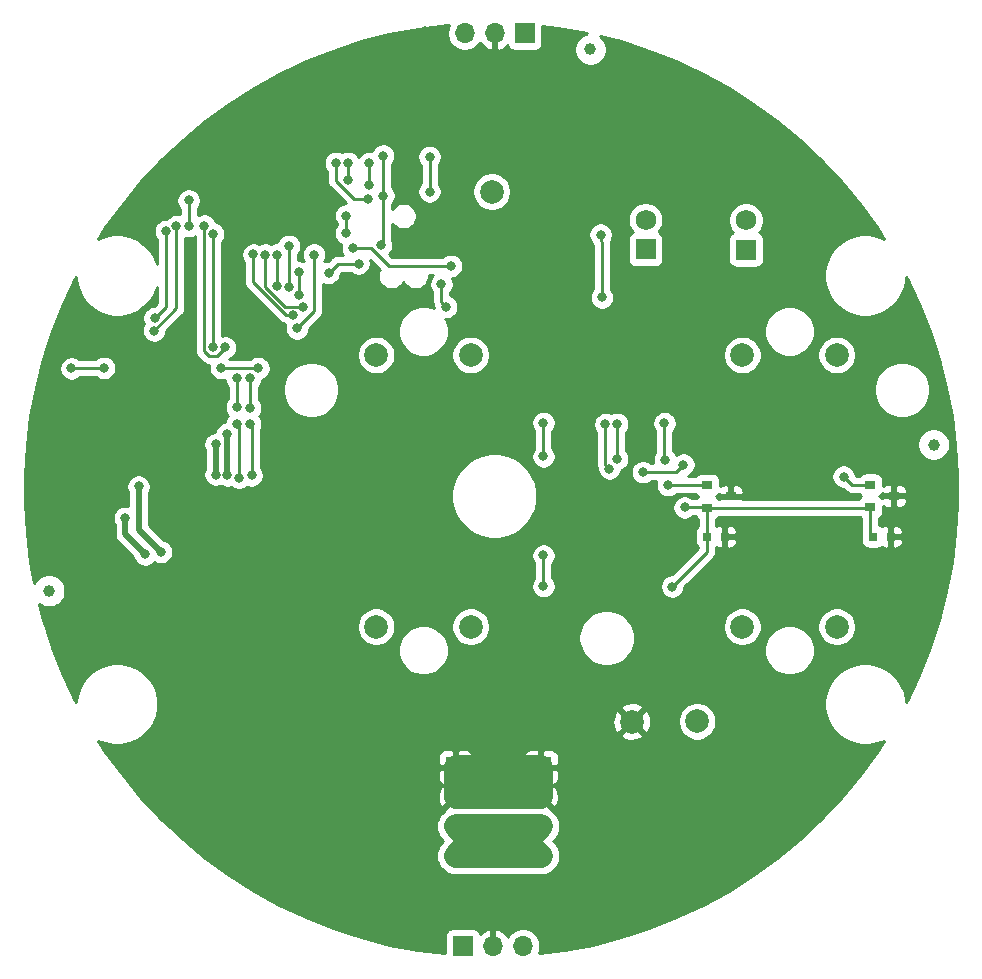
<source format=gbr>
G04 #@! TF.GenerationSoftware,KiCad,Pcbnew,(5.1.5)-3*
G04 #@! TF.CreationDate,2020-06-04T15:01:54+02:00*
G04 #@! TF.ProjectId,StepperClockK02,53746570-7065-4724-936c-6f636b4b3032,v1.0*
G04 #@! TF.SameCoordinates,Original*
G04 #@! TF.FileFunction,Copper,L2,Bot*
G04 #@! TF.FilePolarity,Positive*
%FSLAX46Y46*%
G04 Gerber Fmt 4.6, Leading zero omitted, Abs format (unit mm)*
G04 Created by KiCad (PCBNEW (5.1.5)-3) date 2020-06-04 15:01:54*
%MOMM*%
%LPD*%
G04 APERTURE LIST*
%ADD10R,1.700000X1.700000*%
%ADD11O,1.700000X1.700000*%
%ADD12R,1.750000X1.750000*%
%ADD13C,1.750000*%
%ADD14C,2.000000*%
%ADD15R,0.900000X0.800000*%
%ADD16C,1.000000*%
%ADD17R,0.800000X0.750000*%
%ADD18C,0.800000*%
%ADD19C,2.000000*%
%ADD20C,0.250000*%
%ADD21C,0.500000*%
%ADD22C,0.254000*%
G04 APERTURE END LIST*
D10*
X98135800Y-181490740D03*
D11*
X100675800Y-181490740D03*
X103215800Y-181490740D03*
D12*
X113605800Y-122530740D03*
D13*
X113605800Y-120030740D03*
D12*
X97515800Y-166380740D03*
D13*
X97515800Y-168880740D03*
X97515800Y-171380740D03*
X97515800Y-173880740D03*
D12*
X122115800Y-122570740D03*
D13*
X122115800Y-120070740D03*
D12*
X104745800Y-166380740D03*
D13*
X104745800Y-168880740D03*
X104745800Y-171380740D03*
X104745800Y-173880740D03*
D14*
X100585800Y-117640740D03*
X117975800Y-162490740D03*
X112435800Y-162520740D03*
D10*
X103375800Y-104260740D03*
D11*
X100835800Y-104260740D03*
X98295800Y-104260740D03*
D15*
X118815800Y-144400740D03*
X118815800Y-142500740D03*
X120815800Y-143450740D03*
X132635800Y-144360740D03*
X132635800Y-142460740D03*
X134635800Y-143410740D03*
D14*
X129795800Y-154480740D03*
X129795800Y-131480740D03*
X121795800Y-154480740D03*
X121795800Y-131480740D03*
X98795800Y-154480740D03*
X98795800Y-131480740D03*
X90795800Y-154480740D03*
X90795800Y-131480740D03*
D16*
X108935800Y-105610740D03*
X137995800Y-139070740D03*
X63095800Y-151450740D03*
D17*
X120305800Y-146860740D03*
X118805800Y-146860740D03*
X134345800Y-146860740D03*
X132845800Y-146860740D03*
D18*
X76975800Y-136720740D03*
X76385800Y-118310740D03*
X98375800Y-110240740D03*
X107525800Y-111380740D03*
X96195800Y-135350740D03*
X76695800Y-112380740D03*
X88465800Y-109440740D03*
X83415800Y-113260740D03*
X98515800Y-123100740D03*
X101985800Y-130350740D03*
X95975800Y-140890740D03*
X103045800Y-147390740D03*
X90465800Y-124630740D03*
X98405800Y-115440740D03*
X80935800Y-130340740D03*
X72105800Y-131350740D03*
X68855800Y-133940740D03*
X99895800Y-166380740D03*
X101945800Y-166380740D03*
X99804977Y-168409917D03*
X102125800Y-168360740D03*
X65095800Y-155560740D03*
X76915800Y-170300740D03*
X92055800Y-178660740D03*
X115835800Y-178170740D03*
X125945800Y-171060740D03*
X136055800Y-155610740D03*
X138435800Y-142660740D03*
X135465800Y-129450740D03*
X127565800Y-116560740D03*
X117045800Y-109370740D03*
X106255800Y-104920740D03*
X69775800Y-119520740D03*
X94935800Y-104060740D03*
X64195800Y-129770740D03*
X62045800Y-140460740D03*
X84105800Y-155830740D03*
X91075800Y-164230740D03*
X101945800Y-159610740D03*
X80735800Y-146800740D03*
X90985800Y-145450740D03*
X114485800Y-154480740D03*
X122935800Y-161810740D03*
X130525800Y-147290740D03*
X129855800Y-137090740D03*
X123205800Y-135110740D03*
X115745800Y-129540740D03*
X116105800Y-114490740D03*
X106125800Y-128100740D03*
X76155800Y-148260740D03*
X89405800Y-135340740D03*
X107395800Y-141290740D03*
X107265800Y-147370740D03*
X115095800Y-147500740D03*
X111415800Y-144140740D03*
X91545800Y-159540740D03*
X89405800Y-167820740D03*
X84235800Y-175390740D03*
X108885800Y-179790740D03*
X96365800Y-178350740D03*
X100195800Y-178450740D03*
X111465800Y-175110740D03*
X110715800Y-169180740D03*
X124845800Y-165560740D03*
X105085800Y-123370740D03*
X80325800Y-120430740D03*
X95315800Y-114695740D03*
X95315800Y-117640740D03*
X96325800Y-125485740D03*
X96725800Y-127400740D03*
X104955800Y-137220740D03*
X104955800Y-140070740D03*
X104955800Y-148450740D03*
X104955800Y-151050740D03*
X99765800Y-171630740D03*
X99705800Y-173830740D03*
X102465800Y-171600740D03*
X102285800Y-173830740D03*
X88255800Y-119685740D03*
X88255953Y-121165893D03*
X85535800Y-122975740D03*
X84095800Y-129230740D03*
X80815800Y-132590740D03*
X77675800Y-132570740D03*
X67740800Y-132570740D03*
X64985800Y-132610740D03*
X69535800Y-145270740D03*
X71245800Y-148370740D03*
X72565800Y-148150740D03*
X70675800Y-142610740D03*
X73885800Y-120560740D03*
X72005800Y-129410740D03*
X72982938Y-120990674D03*
X72039794Y-128351441D03*
X80255800Y-141670740D03*
X80115800Y-135970740D03*
X80115800Y-137340740D03*
X76245800Y-120525750D03*
X77999943Y-130839578D03*
X80115800Y-133460730D03*
X76970800Y-121228082D03*
X76975800Y-130840740D03*
X79180105Y-141873009D03*
X78995800Y-137340740D03*
X79005800Y-135900740D03*
X79005800Y-133460730D03*
X82395800Y-122975740D03*
X82398288Y-125620209D03*
X83395800Y-125690740D03*
X83405800Y-122250740D03*
X91398821Y-117983761D03*
X91395800Y-114600740D03*
X84225800Y-124480740D03*
X84231357Y-126415740D03*
X91185800Y-122190740D03*
X86775800Y-124520740D03*
X89315800Y-123750740D03*
X78198559Y-141681777D03*
X78185800Y-138190740D03*
X77201846Y-141600750D03*
X77195800Y-139040740D03*
X87385800Y-115215740D03*
X90106168Y-118251108D03*
X88395800Y-115215740D03*
X88375800Y-116665740D03*
X115865800Y-151090740D03*
X109805800Y-121280740D03*
X109915800Y-126600740D03*
X115195800Y-137260740D03*
X115265800Y-140390740D03*
X116905800Y-144390740D03*
X74925800Y-118390740D03*
X74925800Y-120560740D03*
X88825800Y-122430740D03*
X97125800Y-123940740D03*
X81395797Y-122975740D03*
X84585800Y-127380740D03*
X111195800Y-137310740D03*
X111195800Y-140280740D03*
X115505800Y-142490740D03*
X80395811Y-122970123D03*
X83767770Y-128105740D03*
X110196249Y-137340740D03*
X110545800Y-141100740D03*
X113385800Y-141410740D03*
X116805800Y-140770740D03*
X130375800Y-141770740D03*
X90216220Y-117115750D03*
X90225800Y-115215740D03*
D19*
X97515800Y-168880740D02*
X104745800Y-168880740D01*
X104745800Y-168880740D02*
X104745800Y-166380740D01*
X104745800Y-166380740D02*
X97515800Y-166380740D01*
X97515800Y-166380740D02*
X97515800Y-168880740D01*
X97775800Y-166380740D02*
X99804977Y-168409917D01*
X97515800Y-166380740D02*
X97775800Y-166380740D01*
X104105800Y-166380740D02*
X102125800Y-168360740D01*
X104745800Y-166380740D02*
X104105800Y-166380740D01*
D20*
X95315800Y-114695740D02*
X95315800Y-117640740D01*
X96325800Y-125485740D02*
X96325800Y-127000740D01*
X96325800Y-127000740D02*
X96725800Y-127400740D01*
X104955800Y-137220740D02*
X104955800Y-140070740D01*
X104955800Y-148450740D02*
X104955800Y-151050740D01*
D19*
X100015800Y-171380740D02*
X99765800Y-171630740D01*
X104745800Y-171380740D02*
X100015800Y-171380740D01*
X102245800Y-171380740D02*
X102465800Y-171600740D01*
X97515800Y-171380740D02*
X102245800Y-171380740D01*
X103870801Y-172255739D02*
X101990801Y-172255739D01*
X101990801Y-172255739D02*
X100365800Y-173880740D01*
X104745800Y-171380740D02*
X103870801Y-172255739D01*
X97515800Y-173880740D02*
X99505800Y-173880740D01*
X100820799Y-172255739D02*
X102300800Y-173735740D01*
X97515800Y-171380740D02*
X98390799Y-172255739D01*
X100365800Y-173880740D02*
X102445800Y-173880740D01*
X98390799Y-172255739D02*
X100820799Y-172255739D01*
X102445800Y-173880740D02*
X104745800Y-173880740D01*
X99765800Y-171630740D02*
X97515800Y-173880740D01*
X99505800Y-173880740D02*
X100365800Y-173880740D01*
X102465800Y-171600740D02*
X104745800Y-173880740D01*
X102300800Y-173735740D02*
X102445800Y-173880740D01*
D20*
X88255800Y-119685740D02*
X88255800Y-121165740D01*
X88255800Y-121165740D02*
X88255953Y-121165893D01*
X85535800Y-122975740D02*
X85535800Y-127790740D01*
X85535800Y-127790740D02*
X84095800Y-129230740D01*
X80815800Y-132590740D02*
X77695800Y-132590740D01*
X77695800Y-132590740D02*
X77675800Y-132570740D01*
X65025800Y-132570740D02*
X64985800Y-132610740D01*
X67740800Y-132570740D02*
X65025800Y-132570740D01*
D21*
X69535800Y-145270740D02*
X69535800Y-146660740D01*
X69535800Y-146660740D02*
X71245800Y-148370740D01*
X72565800Y-148150740D02*
X70675800Y-146260740D01*
X70675800Y-146260740D02*
X70675800Y-142610740D01*
D20*
X73885800Y-120560740D02*
X73885800Y-127530740D01*
X73885800Y-127530740D02*
X72005800Y-129410740D01*
X72982938Y-120990674D02*
X72982938Y-127408297D01*
X72982938Y-127408297D02*
X72039794Y-128351441D01*
X80255800Y-137480740D02*
X80115800Y-137340740D01*
X80255800Y-141670740D02*
X80255800Y-137480740D01*
X80115800Y-135970740D02*
X80115800Y-133497728D01*
X76245800Y-120525750D02*
X76245800Y-130040740D01*
X76245800Y-131183742D02*
X76627799Y-131565741D01*
X76245800Y-130040740D02*
X76245800Y-131183742D01*
X76627799Y-131565741D02*
X77323801Y-131565741D01*
X77323801Y-131565741D02*
X77999943Y-130889599D01*
X77999943Y-130889599D02*
X77999943Y-130839578D01*
X76970800Y-121228082D02*
X76970800Y-130835740D01*
X76970800Y-130835740D02*
X76975800Y-130840740D01*
X79180105Y-141873009D02*
X79180105Y-137525045D01*
X79180105Y-137525045D02*
X78995800Y-137340740D01*
X79005800Y-135900740D02*
X79005800Y-133460730D01*
X82395800Y-122975740D02*
X82395800Y-125617721D01*
X82395800Y-125617721D02*
X82398288Y-125620209D01*
X83395800Y-125690740D02*
X83395800Y-122260740D01*
X83395800Y-122260740D02*
X83405800Y-122250740D01*
X91398821Y-117983761D02*
X91398821Y-114603761D01*
X91398821Y-114603761D02*
X91395800Y-114600740D01*
X91398821Y-117983761D02*
X91398821Y-121667719D01*
X84231357Y-124486297D02*
X84225800Y-124480740D01*
X84231357Y-126415740D02*
X84231357Y-124486297D01*
X91398821Y-121977719D02*
X91398821Y-121667719D01*
X91185800Y-122190740D02*
X91398821Y-121977719D01*
X86775800Y-124520740D02*
X87545800Y-123750740D01*
X87545800Y-123750740D02*
X89315800Y-123750740D01*
D21*
X78198559Y-141681777D02*
X78198559Y-138203499D01*
X78198559Y-138203499D02*
X78185800Y-138190740D01*
X77201846Y-141600750D02*
X77201846Y-139046786D01*
X77201846Y-139046786D02*
X77195800Y-139040740D01*
D20*
X88908166Y-118251108D02*
X90106168Y-118251108D01*
X87385800Y-115215740D02*
X87385800Y-116728742D01*
X87385800Y-116728742D02*
X88908166Y-118251108D01*
X88375800Y-115235740D02*
X88395800Y-115215740D01*
X88375800Y-116665740D02*
X88375800Y-115235740D01*
X132635800Y-146650740D02*
X132845800Y-146860740D01*
X132635800Y-144360740D02*
X132635800Y-146650740D01*
X118815800Y-146850740D02*
X118805800Y-146860740D01*
X118815800Y-144400740D02*
X118815800Y-146850740D01*
X118805800Y-148150740D02*
X118805800Y-146860740D01*
X115865800Y-151090740D02*
X118805800Y-148150740D01*
X132595800Y-144400740D02*
X132635800Y-144360740D01*
X118815800Y-144400740D02*
X132595800Y-144400740D01*
X109805800Y-121846425D02*
X109915800Y-121956425D01*
X109805800Y-121280740D02*
X109805800Y-121846425D01*
X109915800Y-121956425D02*
X109915800Y-126600740D01*
X115195800Y-137260740D02*
X115195800Y-140320740D01*
X115195800Y-140320740D02*
X115265800Y-140390740D01*
X118805800Y-144390740D02*
X118815800Y-144400740D01*
X116905800Y-144390740D02*
X118805800Y-144390740D01*
X74925800Y-118390740D02*
X74925800Y-120560740D01*
X91862798Y-123940740D02*
X97125800Y-123940740D01*
X88825800Y-122430740D02*
X90352798Y-122430740D01*
X90352798Y-122430740D02*
X91862798Y-123940740D01*
X83085817Y-127380740D02*
X84585800Y-127380740D01*
X81395797Y-122975740D02*
X81395797Y-125690720D01*
X81395797Y-125690720D02*
X83085817Y-127380740D01*
X111195800Y-137310740D02*
X111195800Y-140280740D01*
X118805800Y-142490740D02*
X118815800Y-142500740D01*
X115505800Y-142490740D02*
X118805800Y-142490740D01*
X83174407Y-128105740D02*
X83767770Y-128105740D01*
X80395811Y-122970123D02*
X80395811Y-125327144D01*
X80395811Y-125327144D02*
X83174407Y-128105740D01*
X110196249Y-137340740D02*
X110196249Y-140751189D01*
X110196249Y-140751189D02*
X110545800Y-141100740D01*
X113385800Y-141410740D02*
X116165800Y-141410740D01*
X116165800Y-141410740D02*
X116805800Y-140770740D01*
X131065800Y-142460740D02*
X132635800Y-142460740D01*
X130375800Y-141770740D02*
X131065800Y-142460740D01*
X90216220Y-117115750D02*
X90216220Y-115225320D01*
X90216220Y-115225320D02*
X90225800Y-115215740D01*
D22*
G36*
X96979810Y-103557329D02*
G01*
X96867868Y-103827582D01*
X96810800Y-104114480D01*
X96810800Y-104407000D01*
X96867868Y-104693898D01*
X96979810Y-104964151D01*
X97142325Y-105207372D01*
X97349168Y-105414215D01*
X97592389Y-105576730D01*
X97862642Y-105688672D01*
X98149540Y-105745740D01*
X98442060Y-105745740D01*
X98728958Y-105688672D01*
X98999211Y-105576730D01*
X99242432Y-105414215D01*
X99449275Y-105207372D01*
X99570995Y-105025206D01*
X99640622Y-105142095D01*
X99835531Y-105358328D01*
X100068880Y-105532381D01*
X100331701Y-105657565D01*
X100478910Y-105702216D01*
X100708800Y-105580895D01*
X100708800Y-104387740D01*
X100688800Y-104387740D01*
X100688800Y-104133740D01*
X100708800Y-104133740D01*
X100708800Y-104113740D01*
X100962800Y-104113740D01*
X100962800Y-104133740D01*
X100982800Y-104133740D01*
X100982800Y-104387740D01*
X100962800Y-104387740D01*
X100962800Y-105580895D01*
X101192690Y-105702216D01*
X101339899Y-105657565D01*
X101602720Y-105532381D01*
X101836069Y-105358328D01*
X101911834Y-105274274D01*
X101936298Y-105354920D01*
X101995263Y-105465234D01*
X102074615Y-105561925D01*
X102171306Y-105641277D01*
X102281620Y-105700242D01*
X102401318Y-105736552D01*
X102525800Y-105748812D01*
X104225800Y-105748812D01*
X104350282Y-105736552D01*
X104469980Y-105700242D01*
X104580294Y-105641277D01*
X104676985Y-105561925D01*
X104756337Y-105465234D01*
X104815302Y-105354920D01*
X104851612Y-105235222D01*
X104863872Y-105110740D01*
X104863872Y-103624541D01*
X106703397Y-103856927D01*
X108688388Y-104235585D01*
X108528310Y-104267426D01*
X108274073Y-104372735D01*
X108045265Y-104525620D01*
X107850680Y-104720205D01*
X107697795Y-104949013D01*
X107592486Y-105203250D01*
X107538800Y-105473148D01*
X107538800Y-105748332D01*
X107592486Y-106018230D01*
X107697795Y-106272467D01*
X107850680Y-106501275D01*
X108045265Y-106695860D01*
X108274073Y-106848745D01*
X108528310Y-106954054D01*
X108798208Y-107007740D01*
X109073392Y-107007740D01*
X109343290Y-106954054D01*
X109597527Y-106848745D01*
X109826335Y-106695860D01*
X110020920Y-106501275D01*
X110173805Y-106272467D01*
X110279114Y-106018230D01*
X110332800Y-105748332D01*
X110332800Y-105473148D01*
X110279114Y-105203250D01*
X110173805Y-104949013D01*
X110020920Y-104720205D01*
X109826335Y-104525620D01*
X109759048Y-104480660D01*
X111543159Y-104938742D01*
X113902560Y-105705358D01*
X116209170Y-106618610D01*
X118453885Y-107674892D01*
X120627846Y-108870037D01*
X122722473Y-110199328D01*
X124729500Y-111657519D01*
X126641006Y-113238854D01*
X128449447Y-114937093D01*
X130147686Y-116745534D01*
X131729021Y-118657040D01*
X133187212Y-120664067D01*
X133822573Y-121665235D01*
X133200004Y-121407359D01*
X132528255Y-121273740D01*
X131843345Y-121273740D01*
X131171596Y-121407359D01*
X130538823Y-121669462D01*
X129969342Y-122049978D01*
X129485038Y-122534282D01*
X129104522Y-123103763D01*
X128842419Y-123736536D01*
X128708800Y-124408285D01*
X128708800Y-125093195D01*
X128842419Y-125764944D01*
X129104522Y-126397717D01*
X129485038Y-126967198D01*
X129969342Y-127451502D01*
X130538823Y-127832018D01*
X131171596Y-128094121D01*
X131843345Y-128227740D01*
X132528255Y-128227740D01*
X133200004Y-128094121D01*
X133832777Y-127832018D01*
X134402258Y-127451502D01*
X134886562Y-126967198D01*
X135267078Y-126397717D01*
X135529181Y-125764944D01*
X135662800Y-125093195D01*
X135662800Y-124843801D01*
X135711648Y-124932655D01*
X136767930Y-127177370D01*
X137681182Y-129483980D01*
X138447798Y-131843381D01*
X139064753Y-134246263D01*
X139529613Y-136683143D01*
X139840542Y-139144403D01*
X139996314Y-141620329D01*
X139996314Y-144101151D01*
X139840542Y-146577077D01*
X139529613Y-149038337D01*
X139064753Y-151475217D01*
X138447798Y-153878099D01*
X137681182Y-156237500D01*
X136767930Y-158544110D01*
X135711648Y-160788825D01*
X135662800Y-160877679D01*
X135662800Y-160688285D01*
X135529181Y-160016536D01*
X135267078Y-159383763D01*
X134886562Y-158814282D01*
X134402258Y-158329978D01*
X133832777Y-157949462D01*
X133200004Y-157687359D01*
X132528255Y-157553740D01*
X131843345Y-157553740D01*
X131171596Y-157687359D01*
X130538823Y-157949462D01*
X129969342Y-158329978D01*
X129485038Y-158814282D01*
X129104522Y-159383763D01*
X128842419Y-160016536D01*
X128708800Y-160688285D01*
X128708800Y-161373195D01*
X128842419Y-162044944D01*
X129104522Y-162677717D01*
X129485038Y-163247198D01*
X129969342Y-163731502D01*
X130538823Y-164112018D01*
X131171596Y-164374121D01*
X131843345Y-164507740D01*
X132528255Y-164507740D01*
X133200004Y-164374121D01*
X133770917Y-164137641D01*
X133187212Y-165057413D01*
X131729021Y-167064440D01*
X130147686Y-168975946D01*
X128449447Y-170784387D01*
X126641006Y-172482626D01*
X124729500Y-174063961D01*
X122722473Y-175522152D01*
X120627846Y-176851443D01*
X118453885Y-178046588D01*
X116209170Y-179102870D01*
X113902560Y-180016122D01*
X111543159Y-180782738D01*
X109140277Y-181399693D01*
X106703397Y-181864553D01*
X104555943Y-182135839D01*
X104643732Y-181923898D01*
X104700800Y-181637000D01*
X104700800Y-181344480D01*
X104643732Y-181057582D01*
X104531790Y-180787329D01*
X104369275Y-180544108D01*
X104162432Y-180337265D01*
X103919211Y-180174750D01*
X103648958Y-180062808D01*
X103362060Y-180005740D01*
X103069540Y-180005740D01*
X102782642Y-180062808D01*
X102512389Y-180174750D01*
X102269168Y-180337265D01*
X102062325Y-180544108D01*
X101940605Y-180726274D01*
X101870978Y-180609385D01*
X101676069Y-180393152D01*
X101442720Y-180219099D01*
X101179899Y-180093915D01*
X101032690Y-180049264D01*
X100802800Y-180170585D01*
X100802800Y-181363740D01*
X100822800Y-181363740D01*
X100822800Y-181617740D01*
X100802800Y-181617740D01*
X100802800Y-181637740D01*
X100548800Y-181637740D01*
X100548800Y-181617740D01*
X100528800Y-181617740D01*
X100528800Y-181363740D01*
X100548800Y-181363740D01*
X100548800Y-180170585D01*
X100318910Y-180049264D01*
X100171701Y-180093915D01*
X99908880Y-180219099D01*
X99675531Y-180393152D01*
X99599766Y-180477206D01*
X99575302Y-180396560D01*
X99516337Y-180286246D01*
X99436985Y-180189555D01*
X99340294Y-180110203D01*
X99229980Y-180051238D01*
X99110282Y-180014928D01*
X98985800Y-180002668D01*
X97285800Y-180002668D01*
X97161318Y-180014928D01*
X97041620Y-180051238D01*
X96931306Y-180110203D01*
X96834615Y-180189555D01*
X96755263Y-180286246D01*
X96696298Y-180396560D01*
X96659988Y-180516258D01*
X96647728Y-180640740D01*
X96647728Y-182155050D01*
X94348203Y-181864553D01*
X91911323Y-181399693D01*
X89508441Y-180782738D01*
X87149040Y-180016122D01*
X84842430Y-179102870D01*
X82597715Y-178046588D01*
X80423754Y-176851443D01*
X78329127Y-175522152D01*
X76322100Y-174063961D01*
X74410594Y-172482626D01*
X73237205Y-171380740D01*
X95872889Y-171380740D01*
X95904457Y-171701256D01*
X95997948Y-172009455D01*
X96149769Y-172293492D01*
X96354086Y-172542454D01*
X96416487Y-172593665D01*
X96453562Y-172630740D01*
X96416486Y-172667816D01*
X96354086Y-172719026D01*
X96149769Y-172967988D01*
X95997948Y-173252025D01*
X95904457Y-173560224D01*
X95872889Y-173880740D01*
X95904457Y-174201256D01*
X95997948Y-174509455D01*
X96149769Y-174793492D01*
X96354086Y-175042454D01*
X96603048Y-175246771D01*
X96887085Y-175398592D01*
X97195284Y-175492083D01*
X97435478Y-175515740D01*
X97435481Y-175515740D01*
X97515800Y-175523651D01*
X97596119Y-175515740D01*
X100285481Y-175515740D01*
X100365800Y-175523651D01*
X100446119Y-175515740D01*
X102365481Y-175515740D01*
X102445800Y-175523651D01*
X102526119Y-175515740D01*
X104665480Y-175515740D01*
X104745800Y-175523651D01*
X104826119Y-175515740D01*
X104826122Y-175515740D01*
X105066316Y-175492083D01*
X105374515Y-175398592D01*
X105658552Y-175246771D01*
X105907514Y-175042454D01*
X106111831Y-174793492D01*
X106263652Y-174509455D01*
X106357143Y-174201256D01*
X106388711Y-173880740D01*
X106357143Y-173560224D01*
X106263652Y-173252025D01*
X106111831Y-172967988D01*
X105907514Y-172719026D01*
X105845118Y-172667820D01*
X105808038Y-172630740D01*
X105845113Y-172593665D01*
X105907514Y-172542454D01*
X106111831Y-172293492D01*
X106263652Y-172009455D01*
X106357143Y-171701256D01*
X106388711Y-171380740D01*
X106357143Y-171060224D01*
X106263652Y-170752025D01*
X106111831Y-170467988D01*
X105907514Y-170219026D01*
X105658552Y-170014709D01*
X105595173Y-169980832D01*
X105612435Y-169926980D01*
X104745800Y-169060345D01*
X104731658Y-169074488D01*
X104552053Y-168894883D01*
X104566195Y-168880740D01*
X104552053Y-168866598D01*
X104731658Y-168686993D01*
X104745800Y-168701135D01*
X104759943Y-168686993D01*
X104939548Y-168866598D01*
X104925405Y-168880740D01*
X105792040Y-169747375D01*
X106043668Y-169666715D01*
X106172067Y-169398411D01*
X106245655Y-169110214D01*
X106261604Y-168813197D01*
X106219301Y-168518777D01*
X106120372Y-168238266D01*
X106043668Y-168094765D01*
X105792042Y-168014106D01*
X105908067Y-167898081D01*
X105857498Y-167847512D01*
X105864980Y-167845242D01*
X105975294Y-167786277D01*
X106071985Y-167706925D01*
X106151337Y-167610234D01*
X106210302Y-167499920D01*
X106246612Y-167380222D01*
X106258872Y-167255740D01*
X106255800Y-166666490D01*
X106097050Y-166507740D01*
X104872800Y-166507740D01*
X104872800Y-166527740D01*
X104618800Y-166527740D01*
X104618800Y-166507740D01*
X103394550Y-166507740D01*
X103235800Y-166666490D01*
X103232728Y-167255740D01*
X103244988Y-167380222D01*
X103281298Y-167499920D01*
X103340263Y-167610234D01*
X103419615Y-167706925D01*
X103516306Y-167786277D01*
X103626620Y-167845242D01*
X103634102Y-167847512D01*
X103583533Y-167898081D01*
X103699558Y-168014106D01*
X103447932Y-168094765D01*
X103319533Y-168363069D01*
X103245945Y-168651266D01*
X103229996Y-168948283D01*
X103272299Y-169242703D01*
X103371228Y-169523214D01*
X103447932Y-169666715D01*
X103694459Y-169745740D01*
X102326119Y-169745740D01*
X102245800Y-169737829D01*
X102165481Y-169745740D01*
X100096119Y-169745740D01*
X100015799Y-169737829D01*
X99935480Y-169745740D01*
X98567141Y-169745740D01*
X98813668Y-169666715D01*
X98942067Y-169398411D01*
X99015655Y-169110214D01*
X99031604Y-168813197D01*
X98989301Y-168518777D01*
X98890372Y-168238266D01*
X98813668Y-168094765D01*
X98562042Y-168014106D01*
X98678067Y-167898081D01*
X98627498Y-167847512D01*
X98634980Y-167845242D01*
X98745294Y-167786277D01*
X98841985Y-167706925D01*
X98921337Y-167610234D01*
X98980302Y-167499920D01*
X99016612Y-167380222D01*
X99028872Y-167255740D01*
X99025800Y-166666490D01*
X98867050Y-166507740D01*
X97642800Y-166507740D01*
X97642800Y-166527740D01*
X97388800Y-166527740D01*
X97388800Y-166507740D01*
X96164550Y-166507740D01*
X96005800Y-166666490D01*
X96002728Y-167255740D01*
X96014988Y-167380222D01*
X96051298Y-167499920D01*
X96110263Y-167610234D01*
X96189615Y-167706925D01*
X96286306Y-167786277D01*
X96396620Y-167845242D01*
X96404102Y-167847512D01*
X96353533Y-167898081D01*
X96469558Y-168014106D01*
X96217932Y-168094765D01*
X96089533Y-168363069D01*
X96015945Y-168651266D01*
X95999996Y-168948283D01*
X96042299Y-169242703D01*
X96141228Y-169523214D01*
X96217932Y-169666715D01*
X96469560Y-169747375D01*
X97336195Y-168880740D01*
X97322053Y-168866598D01*
X97501658Y-168686993D01*
X97515800Y-168701135D01*
X97529943Y-168686993D01*
X97709548Y-168866598D01*
X97695405Y-168880740D01*
X97709548Y-168894883D01*
X97529943Y-169074488D01*
X97515800Y-169060345D01*
X96649165Y-169926980D01*
X96666427Y-169980832D01*
X96603048Y-170014709D01*
X96354086Y-170219026D01*
X96149769Y-170467988D01*
X95997948Y-170752025D01*
X95904457Y-171060224D01*
X95872889Y-171380740D01*
X73237205Y-171380740D01*
X72602153Y-170784387D01*
X70903914Y-168975946D01*
X69322579Y-167064440D01*
X68190117Y-165505740D01*
X96002728Y-165505740D01*
X96005800Y-166094990D01*
X96164550Y-166253740D01*
X97388800Y-166253740D01*
X97388800Y-165029490D01*
X97642800Y-165029490D01*
X97642800Y-166253740D01*
X98867050Y-166253740D01*
X99025800Y-166094990D01*
X99028872Y-165505740D01*
X103232728Y-165505740D01*
X103235800Y-166094990D01*
X103394550Y-166253740D01*
X104618800Y-166253740D01*
X104618800Y-165029490D01*
X104872800Y-165029490D01*
X104872800Y-166253740D01*
X106097050Y-166253740D01*
X106255800Y-166094990D01*
X106258872Y-165505740D01*
X106246612Y-165381258D01*
X106210302Y-165261560D01*
X106151337Y-165151246D01*
X106071985Y-165054555D01*
X105975294Y-164975203D01*
X105864980Y-164916238D01*
X105745282Y-164879928D01*
X105620800Y-164867668D01*
X105031550Y-164870740D01*
X104872800Y-165029490D01*
X104618800Y-165029490D01*
X104460050Y-164870740D01*
X103870800Y-164867668D01*
X103746318Y-164879928D01*
X103626620Y-164916238D01*
X103516306Y-164975203D01*
X103419615Y-165054555D01*
X103340263Y-165151246D01*
X103281298Y-165261560D01*
X103244988Y-165381258D01*
X103232728Y-165505740D01*
X99028872Y-165505740D01*
X99016612Y-165381258D01*
X98980302Y-165261560D01*
X98921337Y-165151246D01*
X98841985Y-165054555D01*
X98745294Y-164975203D01*
X98634980Y-164916238D01*
X98515282Y-164879928D01*
X98390800Y-164867668D01*
X97801550Y-164870740D01*
X97642800Y-165029490D01*
X97388800Y-165029490D01*
X97230050Y-164870740D01*
X96640800Y-164867668D01*
X96516318Y-164879928D01*
X96396620Y-164916238D01*
X96286306Y-164975203D01*
X96189615Y-165054555D01*
X96110263Y-165151246D01*
X96051298Y-165261560D01*
X96014988Y-165381258D01*
X96002728Y-165505740D01*
X68190117Y-165505740D01*
X67864388Y-165057413D01*
X67280683Y-164137641D01*
X67851596Y-164374121D01*
X68523345Y-164507740D01*
X69208255Y-164507740D01*
X69880004Y-164374121D01*
X70512777Y-164112018D01*
X71082258Y-163731502D01*
X71157607Y-163656153D01*
X111479992Y-163656153D01*
X111575756Y-163920554D01*
X111865371Y-164061444D01*
X112176908Y-164143124D01*
X112498395Y-164162458D01*
X112817475Y-164118701D01*
X113121888Y-164013535D01*
X113295844Y-163920554D01*
X113391608Y-163656153D01*
X112435800Y-162700345D01*
X111479992Y-163656153D01*
X71157607Y-163656153D01*
X71566562Y-163247198D01*
X71947078Y-162677717D01*
X71986172Y-162583335D01*
X110794082Y-162583335D01*
X110837839Y-162902415D01*
X110943005Y-163206828D01*
X111035986Y-163380784D01*
X111300387Y-163476548D01*
X112256195Y-162520740D01*
X112615405Y-162520740D01*
X113571213Y-163476548D01*
X113835614Y-163380784D01*
X113976504Y-163091169D01*
X114058184Y-162779632D01*
X114077518Y-162458145D01*
X114059905Y-162329707D01*
X116340800Y-162329707D01*
X116340800Y-162651773D01*
X116403632Y-162967652D01*
X116526882Y-163265203D01*
X116705813Y-163532992D01*
X116933548Y-163760727D01*
X117201337Y-163939658D01*
X117498888Y-164062908D01*
X117814767Y-164125740D01*
X118136833Y-164125740D01*
X118452712Y-164062908D01*
X118750263Y-163939658D01*
X119018052Y-163760727D01*
X119245787Y-163532992D01*
X119424718Y-163265203D01*
X119547968Y-162967652D01*
X119610800Y-162651773D01*
X119610800Y-162329707D01*
X119547968Y-162013828D01*
X119424718Y-161716277D01*
X119245787Y-161448488D01*
X119018052Y-161220753D01*
X118750263Y-161041822D01*
X118452712Y-160918572D01*
X118136833Y-160855740D01*
X117814767Y-160855740D01*
X117498888Y-160918572D01*
X117201337Y-161041822D01*
X116933548Y-161220753D01*
X116705813Y-161448488D01*
X116526882Y-161716277D01*
X116403632Y-162013828D01*
X116340800Y-162329707D01*
X114059905Y-162329707D01*
X114033761Y-162139065D01*
X113928595Y-161834652D01*
X113835614Y-161660696D01*
X113571213Y-161564932D01*
X112615405Y-162520740D01*
X112256195Y-162520740D01*
X111300387Y-161564932D01*
X111035986Y-161660696D01*
X110895096Y-161950311D01*
X110813416Y-162261848D01*
X110794082Y-162583335D01*
X71986172Y-162583335D01*
X72209181Y-162044944D01*
X72340386Y-161385327D01*
X111479992Y-161385327D01*
X112435800Y-162341135D01*
X113391608Y-161385327D01*
X113295844Y-161120926D01*
X113006229Y-160980036D01*
X112694692Y-160898356D01*
X112373205Y-160879022D01*
X112054125Y-160922779D01*
X111749712Y-161027945D01*
X111575756Y-161120926D01*
X111479992Y-161385327D01*
X72340386Y-161385327D01*
X72342800Y-161373195D01*
X72342800Y-160688285D01*
X72209181Y-160016536D01*
X71947078Y-159383763D01*
X71566562Y-158814282D01*
X71082258Y-158329978D01*
X70512777Y-157949462D01*
X69880004Y-157687359D01*
X69208255Y-157553740D01*
X68523345Y-157553740D01*
X67851596Y-157687359D01*
X67218823Y-157949462D01*
X66649342Y-158329978D01*
X66165038Y-158814282D01*
X65784522Y-159383763D01*
X65522419Y-160016536D01*
X65388800Y-160688285D01*
X65388800Y-160877679D01*
X65339952Y-160788825D01*
X64283670Y-158544110D01*
X63383469Y-156270461D01*
X92660800Y-156270461D01*
X92660800Y-156691019D01*
X92742847Y-157103496D01*
X92903788Y-157492042D01*
X93137437Y-157841723D01*
X93434817Y-158139103D01*
X93784498Y-158372752D01*
X94173044Y-158533693D01*
X94585521Y-158615740D01*
X95006079Y-158615740D01*
X95418556Y-158533693D01*
X95807102Y-158372752D01*
X96156783Y-158139103D01*
X96454163Y-157841723D01*
X96687812Y-157492042D01*
X96848753Y-157103496D01*
X96930800Y-156691019D01*
X96930800Y-156270461D01*
X96848753Y-155857984D01*
X96687812Y-155469438D01*
X96454163Y-155119757D01*
X96156783Y-154822377D01*
X95807102Y-154588728D01*
X95418556Y-154427787D01*
X95006079Y-154345740D01*
X94585521Y-154345740D01*
X94173044Y-154427787D01*
X93784498Y-154588728D01*
X93434817Y-154822377D01*
X93137437Y-155119757D01*
X92903788Y-155469438D01*
X92742847Y-155857984D01*
X92660800Y-156270461D01*
X63383469Y-156270461D01*
X63370418Y-156237500D01*
X62747290Y-154319707D01*
X89160800Y-154319707D01*
X89160800Y-154641773D01*
X89223632Y-154957652D01*
X89346882Y-155255203D01*
X89525813Y-155522992D01*
X89753548Y-155750727D01*
X90021337Y-155929658D01*
X90318888Y-156052908D01*
X90634767Y-156115740D01*
X90956833Y-156115740D01*
X91272712Y-156052908D01*
X91570263Y-155929658D01*
X91838052Y-155750727D01*
X92065787Y-155522992D01*
X92244718Y-155255203D01*
X92367968Y-154957652D01*
X92430800Y-154641773D01*
X92430800Y-154319707D01*
X97160800Y-154319707D01*
X97160800Y-154641773D01*
X97223632Y-154957652D01*
X97346882Y-155255203D01*
X97525813Y-155522992D01*
X97753548Y-155750727D01*
X98021337Y-155929658D01*
X98318888Y-156052908D01*
X98634767Y-156115740D01*
X98956833Y-156115740D01*
X99272712Y-156052908D01*
X99570263Y-155929658D01*
X99838052Y-155750727D01*
X100065787Y-155522992D01*
X100244718Y-155255203D01*
X100273450Y-155185838D01*
X107920800Y-155185838D01*
X107920800Y-155655642D01*
X108012454Y-156116419D01*
X108192240Y-156550461D01*
X108453250Y-156941089D01*
X108785451Y-157273290D01*
X109176079Y-157534300D01*
X109610121Y-157714086D01*
X110070898Y-157805740D01*
X110540702Y-157805740D01*
X111001479Y-157714086D01*
X111435521Y-157534300D01*
X111826149Y-157273290D01*
X112158350Y-156941089D01*
X112419360Y-156550461D01*
X112535339Y-156270461D01*
X123660800Y-156270461D01*
X123660800Y-156691019D01*
X123742847Y-157103496D01*
X123903788Y-157492042D01*
X124137437Y-157841723D01*
X124434817Y-158139103D01*
X124784498Y-158372752D01*
X125173044Y-158533693D01*
X125585521Y-158615740D01*
X126006079Y-158615740D01*
X126418556Y-158533693D01*
X126807102Y-158372752D01*
X127156783Y-158139103D01*
X127454163Y-157841723D01*
X127687812Y-157492042D01*
X127848753Y-157103496D01*
X127930800Y-156691019D01*
X127930800Y-156270461D01*
X127848753Y-155857984D01*
X127687812Y-155469438D01*
X127454163Y-155119757D01*
X127156783Y-154822377D01*
X126807102Y-154588728D01*
X126418556Y-154427787D01*
X126006079Y-154345740D01*
X125585521Y-154345740D01*
X125173044Y-154427787D01*
X124784498Y-154588728D01*
X124434817Y-154822377D01*
X124137437Y-155119757D01*
X123903788Y-155469438D01*
X123742847Y-155857984D01*
X123660800Y-156270461D01*
X112535339Y-156270461D01*
X112599146Y-156116419D01*
X112690800Y-155655642D01*
X112690800Y-155185838D01*
X112599146Y-154725061D01*
X112431243Y-154319707D01*
X120160800Y-154319707D01*
X120160800Y-154641773D01*
X120223632Y-154957652D01*
X120346882Y-155255203D01*
X120525813Y-155522992D01*
X120753548Y-155750727D01*
X121021337Y-155929658D01*
X121318888Y-156052908D01*
X121634767Y-156115740D01*
X121956833Y-156115740D01*
X122272712Y-156052908D01*
X122570263Y-155929658D01*
X122838052Y-155750727D01*
X123065787Y-155522992D01*
X123244718Y-155255203D01*
X123367968Y-154957652D01*
X123430800Y-154641773D01*
X123430800Y-154319707D01*
X128160800Y-154319707D01*
X128160800Y-154641773D01*
X128223632Y-154957652D01*
X128346882Y-155255203D01*
X128525813Y-155522992D01*
X128753548Y-155750727D01*
X129021337Y-155929658D01*
X129318888Y-156052908D01*
X129634767Y-156115740D01*
X129956833Y-156115740D01*
X130272712Y-156052908D01*
X130570263Y-155929658D01*
X130838052Y-155750727D01*
X131065787Y-155522992D01*
X131244718Y-155255203D01*
X131367968Y-154957652D01*
X131430800Y-154641773D01*
X131430800Y-154319707D01*
X131367968Y-154003828D01*
X131244718Y-153706277D01*
X131065787Y-153438488D01*
X130838052Y-153210753D01*
X130570263Y-153031822D01*
X130272712Y-152908572D01*
X129956833Y-152845740D01*
X129634767Y-152845740D01*
X129318888Y-152908572D01*
X129021337Y-153031822D01*
X128753548Y-153210753D01*
X128525813Y-153438488D01*
X128346882Y-153706277D01*
X128223632Y-154003828D01*
X128160800Y-154319707D01*
X123430800Y-154319707D01*
X123367968Y-154003828D01*
X123244718Y-153706277D01*
X123065787Y-153438488D01*
X122838052Y-153210753D01*
X122570263Y-153031822D01*
X122272712Y-152908572D01*
X121956833Y-152845740D01*
X121634767Y-152845740D01*
X121318888Y-152908572D01*
X121021337Y-153031822D01*
X120753548Y-153210753D01*
X120525813Y-153438488D01*
X120346882Y-153706277D01*
X120223632Y-154003828D01*
X120160800Y-154319707D01*
X112431243Y-154319707D01*
X112419360Y-154291019D01*
X112158350Y-153900391D01*
X111826149Y-153568190D01*
X111435521Y-153307180D01*
X111001479Y-153127394D01*
X110540702Y-153035740D01*
X110070898Y-153035740D01*
X109610121Y-153127394D01*
X109176079Y-153307180D01*
X108785451Y-153568190D01*
X108453250Y-153900391D01*
X108192240Y-154291019D01*
X108012454Y-154725061D01*
X107920800Y-155185838D01*
X100273450Y-155185838D01*
X100367968Y-154957652D01*
X100430800Y-154641773D01*
X100430800Y-154319707D01*
X100367968Y-154003828D01*
X100244718Y-153706277D01*
X100065787Y-153438488D01*
X99838052Y-153210753D01*
X99570263Y-153031822D01*
X99272712Y-152908572D01*
X98956833Y-152845740D01*
X98634767Y-152845740D01*
X98318888Y-152908572D01*
X98021337Y-153031822D01*
X97753548Y-153210753D01*
X97525813Y-153438488D01*
X97346882Y-153706277D01*
X97223632Y-154003828D01*
X97160800Y-154319707D01*
X92430800Y-154319707D01*
X92367968Y-154003828D01*
X92244718Y-153706277D01*
X92065787Y-153438488D01*
X91838052Y-153210753D01*
X91570263Y-153031822D01*
X91272712Y-152908572D01*
X90956833Y-152845740D01*
X90634767Y-152845740D01*
X90318888Y-152908572D01*
X90021337Y-153031822D01*
X89753548Y-153210753D01*
X89525813Y-153438488D01*
X89346882Y-153706277D01*
X89223632Y-154003828D01*
X89160800Y-154319707D01*
X62747290Y-154319707D01*
X62603802Y-153878099D01*
X62270338Y-152579340D01*
X62434073Y-152688745D01*
X62688310Y-152794054D01*
X62958208Y-152847740D01*
X63233392Y-152847740D01*
X63503290Y-152794054D01*
X63757527Y-152688745D01*
X63986335Y-152535860D01*
X64180920Y-152341275D01*
X64333805Y-152112467D01*
X64439114Y-151858230D01*
X64492800Y-151588332D01*
X64492800Y-151313148D01*
X64439114Y-151043250D01*
X64333805Y-150789013D01*
X64180920Y-150560205D01*
X63986335Y-150365620D01*
X63757527Y-150212735D01*
X63503290Y-150107426D01*
X63233392Y-150053740D01*
X62958208Y-150053740D01*
X62688310Y-150107426D01*
X62434073Y-150212735D01*
X62205265Y-150365620D01*
X62010680Y-150560205D01*
X61857795Y-150789013D01*
X61856529Y-150792068D01*
X61521987Y-149038337D01*
X61211058Y-146577077D01*
X61122457Y-145168801D01*
X68500800Y-145168801D01*
X68500800Y-145372679D01*
X68540574Y-145572638D01*
X68618595Y-145760996D01*
X68650800Y-145809195D01*
X68650801Y-146617261D01*
X68646519Y-146660740D01*
X68663605Y-146834230D01*
X68714212Y-147001053D01*
X68796390Y-147154799D01*
X68879268Y-147255786D01*
X68879271Y-147255789D01*
X68906984Y-147289557D01*
X68940751Y-147317269D01*
X70239265Y-148615784D01*
X70250574Y-148672638D01*
X70328595Y-148860996D01*
X70441863Y-149030514D01*
X70586026Y-149174677D01*
X70755544Y-149287945D01*
X70943902Y-149365966D01*
X71143861Y-149405740D01*
X71347739Y-149405740D01*
X71547698Y-149365966D01*
X71736056Y-149287945D01*
X71905574Y-149174677D01*
X72037636Y-149042615D01*
X72075544Y-149067945D01*
X72263902Y-149145966D01*
X72463861Y-149185740D01*
X72667739Y-149185740D01*
X72867698Y-149145966D01*
X73056056Y-149067945D01*
X73225574Y-148954677D01*
X73369737Y-148810514D01*
X73483005Y-148640996D01*
X73561026Y-148452638D01*
X73581680Y-148348801D01*
X103920800Y-148348801D01*
X103920800Y-148552679D01*
X103960574Y-148752638D01*
X104038595Y-148940996D01*
X104151863Y-149110514D01*
X104195800Y-149154451D01*
X104195801Y-150347028D01*
X104151863Y-150390966D01*
X104038595Y-150560484D01*
X103960574Y-150748842D01*
X103920800Y-150948801D01*
X103920800Y-151152679D01*
X103960574Y-151352638D01*
X104038595Y-151540996D01*
X104151863Y-151710514D01*
X104296026Y-151854677D01*
X104465544Y-151967945D01*
X104653902Y-152045966D01*
X104853861Y-152085740D01*
X105057739Y-152085740D01*
X105257698Y-152045966D01*
X105446056Y-151967945D01*
X105615574Y-151854677D01*
X105759737Y-151710514D01*
X105873005Y-151540996D01*
X105951026Y-151352638D01*
X105990800Y-151152679D01*
X105990800Y-150948801D01*
X105951026Y-150748842D01*
X105873005Y-150560484D01*
X105759737Y-150390966D01*
X105715800Y-150347029D01*
X105715800Y-149154451D01*
X105759737Y-149110514D01*
X105873005Y-148940996D01*
X105951026Y-148752638D01*
X105990800Y-148552679D01*
X105990800Y-148348801D01*
X105951026Y-148148842D01*
X105873005Y-147960484D01*
X105759737Y-147790966D01*
X105615574Y-147646803D01*
X105446056Y-147533535D01*
X105257698Y-147455514D01*
X105057739Y-147415740D01*
X104853861Y-147415740D01*
X104653902Y-147455514D01*
X104465544Y-147533535D01*
X104296026Y-147646803D01*
X104151863Y-147790966D01*
X104038595Y-147960484D01*
X103960574Y-148148842D01*
X103920800Y-148348801D01*
X73581680Y-148348801D01*
X73600800Y-148252679D01*
X73600800Y-148048801D01*
X73561026Y-147848842D01*
X73483005Y-147660484D01*
X73369737Y-147490966D01*
X73225574Y-147346803D01*
X73056056Y-147233535D01*
X72867698Y-147155514D01*
X72810844Y-147144205D01*
X71560800Y-145894162D01*
X71560800Y-143149194D01*
X71593005Y-143100996D01*
X71608857Y-143062724D01*
X97160800Y-143062724D01*
X97160800Y-143778756D01*
X97300491Y-144481030D01*
X97574505Y-145142558D01*
X97972311Y-145737917D01*
X98478623Y-146244229D01*
X99073982Y-146642035D01*
X99735510Y-146916049D01*
X100437784Y-147055740D01*
X101153816Y-147055740D01*
X101856090Y-146916049D01*
X102517618Y-146642035D01*
X103112977Y-146244229D01*
X103619289Y-145737917D01*
X104017095Y-145142558D01*
X104291109Y-144481030D01*
X104430800Y-143778756D01*
X104430800Y-143062724D01*
X104291109Y-142360450D01*
X104017095Y-141698922D01*
X103619289Y-141103563D01*
X103112977Y-140597251D01*
X102517618Y-140199445D01*
X101856090Y-139925431D01*
X101153816Y-139785740D01*
X100437784Y-139785740D01*
X99735510Y-139925431D01*
X99073982Y-140199445D01*
X98478623Y-140597251D01*
X97972311Y-141103563D01*
X97574505Y-141698922D01*
X97300491Y-142360450D01*
X97160800Y-143062724D01*
X71608857Y-143062724D01*
X71671026Y-142912638D01*
X71710800Y-142712679D01*
X71710800Y-142508801D01*
X71671026Y-142308842D01*
X71593005Y-142120484D01*
X71479737Y-141950966D01*
X71335574Y-141806803D01*
X71166056Y-141693535D01*
X70977698Y-141615514D01*
X70777739Y-141575740D01*
X70573861Y-141575740D01*
X70373902Y-141615514D01*
X70185544Y-141693535D01*
X70016026Y-141806803D01*
X69871863Y-141950966D01*
X69758595Y-142120484D01*
X69680574Y-142308842D01*
X69640800Y-142508801D01*
X69640800Y-142712679D01*
X69680574Y-142912638D01*
X69758595Y-143100996D01*
X69790801Y-143149196D01*
X69790801Y-144266186D01*
X69637739Y-144235740D01*
X69433861Y-144235740D01*
X69233902Y-144275514D01*
X69045544Y-144353535D01*
X68876026Y-144466803D01*
X68731863Y-144610966D01*
X68618595Y-144780484D01*
X68540574Y-144968842D01*
X68500800Y-145168801D01*
X61122457Y-145168801D01*
X61055286Y-144101151D01*
X61055286Y-141620329D01*
X61211058Y-139144403D01*
X61521987Y-136683143D01*
X61986847Y-134246263D01*
X62432951Y-132508801D01*
X63950800Y-132508801D01*
X63950800Y-132712679D01*
X63990574Y-132912638D01*
X64068595Y-133100996D01*
X64181863Y-133270514D01*
X64326026Y-133414677D01*
X64495544Y-133527945D01*
X64683902Y-133605966D01*
X64883861Y-133645740D01*
X65087739Y-133645740D01*
X65287698Y-133605966D01*
X65476056Y-133527945D01*
X65645574Y-133414677D01*
X65729511Y-133330740D01*
X67037089Y-133330740D01*
X67081026Y-133374677D01*
X67250544Y-133487945D01*
X67438902Y-133565966D01*
X67638861Y-133605740D01*
X67842739Y-133605740D01*
X68042698Y-133565966D01*
X68231056Y-133487945D01*
X68400574Y-133374677D01*
X68544737Y-133230514D01*
X68658005Y-133060996D01*
X68736026Y-132872638D01*
X68775800Y-132672679D01*
X68775800Y-132468801D01*
X68736026Y-132268842D01*
X68658005Y-132080484D01*
X68544737Y-131910966D01*
X68400574Y-131766803D01*
X68231056Y-131653535D01*
X68042698Y-131575514D01*
X67842739Y-131535740D01*
X67638861Y-131535740D01*
X67438902Y-131575514D01*
X67250544Y-131653535D01*
X67081026Y-131766803D01*
X67037089Y-131810740D01*
X65649511Y-131810740D01*
X65645574Y-131806803D01*
X65476056Y-131693535D01*
X65287698Y-131615514D01*
X65087739Y-131575740D01*
X64883861Y-131575740D01*
X64683902Y-131615514D01*
X64495544Y-131693535D01*
X64326026Y-131806803D01*
X64181863Y-131950966D01*
X64068595Y-132120484D01*
X63990574Y-132308842D01*
X63950800Y-132508801D01*
X62432951Y-132508801D01*
X62603802Y-131843381D01*
X63370418Y-129483980D01*
X64283670Y-127177370D01*
X65339952Y-124932655D01*
X65388800Y-124843801D01*
X65388800Y-125093195D01*
X65522419Y-125764944D01*
X65784522Y-126397717D01*
X66165038Y-126967198D01*
X66649342Y-127451502D01*
X67218823Y-127832018D01*
X67851596Y-128094121D01*
X68523345Y-128227740D01*
X69208255Y-128227740D01*
X69880004Y-128094121D01*
X70512777Y-127832018D01*
X71082258Y-127451502D01*
X71566562Y-126967198D01*
X71947078Y-126397717D01*
X72209181Y-125764944D01*
X72222939Y-125695779D01*
X72222939Y-127093494D01*
X71999992Y-127316441D01*
X71937855Y-127316441D01*
X71737896Y-127356215D01*
X71549538Y-127434236D01*
X71380020Y-127547504D01*
X71235857Y-127691667D01*
X71122589Y-127861185D01*
X71044568Y-128049543D01*
X71004794Y-128249502D01*
X71004794Y-128453380D01*
X71044568Y-128653339D01*
X71122589Y-128841697D01*
X71131914Y-128855653D01*
X71088595Y-128920484D01*
X71010574Y-129108842D01*
X70970800Y-129308801D01*
X70970800Y-129512679D01*
X71010574Y-129712638D01*
X71088595Y-129900996D01*
X71201863Y-130070514D01*
X71346026Y-130214677D01*
X71515544Y-130327945D01*
X71703902Y-130405966D01*
X71903861Y-130445740D01*
X72107739Y-130445740D01*
X72307698Y-130405966D01*
X72496056Y-130327945D01*
X72665574Y-130214677D01*
X72809737Y-130070514D01*
X72923005Y-129900996D01*
X73001026Y-129712638D01*
X73040800Y-129512679D01*
X73040800Y-129450542D01*
X74396808Y-128094535D01*
X74425801Y-128070741D01*
X74449595Y-128041748D01*
X74449599Y-128041744D01*
X74520773Y-127955017D01*
X74520774Y-127955016D01*
X74591346Y-127822987D01*
X74634803Y-127679726D01*
X74645800Y-127568073D01*
X74645800Y-127568064D01*
X74649476Y-127530741D01*
X74645800Y-127493418D01*
X74645800Y-121560322D01*
X74823861Y-121595740D01*
X75027739Y-121595740D01*
X75227698Y-121555966D01*
X75416056Y-121477945D01*
X75485800Y-121431344D01*
X75485801Y-130003398D01*
X75485800Y-130003408D01*
X75485801Y-131146410D01*
X75482124Y-131183742D01*
X75485801Y-131221075D01*
X75496628Y-131330996D01*
X75496798Y-131332727D01*
X75540254Y-131475988D01*
X75610826Y-131608018D01*
X75664595Y-131673535D01*
X75705800Y-131723743D01*
X75734798Y-131747541D01*
X76063995Y-132076738D01*
X76087798Y-132105742D01*
X76203523Y-132200715D01*
X76335552Y-132271287D01*
X76478813Y-132314744D01*
X76590466Y-132325741D01*
X76590475Y-132325741D01*
X76627798Y-132329417D01*
X76665121Y-132325741D01*
X76669256Y-132325741D01*
X76640800Y-132468801D01*
X76640800Y-132672679D01*
X76680574Y-132872638D01*
X76758595Y-133060996D01*
X76871863Y-133230514D01*
X77016026Y-133374677D01*
X77185544Y-133487945D01*
X77373902Y-133565966D01*
X77573861Y-133605740D01*
X77777739Y-133605740D01*
X77971693Y-133567160D01*
X78010574Y-133762628D01*
X78088595Y-133950986D01*
X78201863Y-134120504D01*
X78245801Y-134164442D01*
X78245800Y-135197029D01*
X78201863Y-135240966D01*
X78088595Y-135410484D01*
X78010574Y-135598842D01*
X77970800Y-135798801D01*
X77970800Y-136002679D01*
X78010574Y-136202638D01*
X78088595Y-136390996D01*
X78201863Y-136560514D01*
X78257089Y-136615740D01*
X78191863Y-136680966D01*
X78078595Y-136850484D01*
X78000574Y-137038842D01*
X77972933Y-137177805D01*
X77883902Y-137195514D01*
X77695544Y-137273535D01*
X77526026Y-137386803D01*
X77381863Y-137530966D01*
X77268595Y-137700484D01*
X77190574Y-137888842D01*
X77167322Y-138005740D01*
X77093861Y-138005740D01*
X76893902Y-138045514D01*
X76705544Y-138123535D01*
X76536026Y-138236803D01*
X76391863Y-138380966D01*
X76278595Y-138550484D01*
X76200574Y-138738842D01*
X76160800Y-138938801D01*
X76160800Y-139142679D01*
X76200574Y-139342638D01*
X76278595Y-139530996D01*
X76316847Y-139588244D01*
X76316846Y-141062295D01*
X76284641Y-141110494D01*
X76206620Y-141298852D01*
X76166846Y-141498811D01*
X76166846Y-141702689D01*
X76206620Y-141902648D01*
X76284641Y-142091006D01*
X76397909Y-142260524D01*
X76542072Y-142404687D01*
X76711590Y-142517955D01*
X76899948Y-142595976D01*
X77099907Y-142635750D01*
X77303785Y-142635750D01*
X77503744Y-142595976D01*
X77627244Y-142544820D01*
X77708303Y-142598982D01*
X77896661Y-142677003D01*
X78096620Y-142716777D01*
X78300498Y-142716777D01*
X78500457Y-142677003D01*
X78514550Y-142671165D01*
X78520331Y-142676946D01*
X78689849Y-142790214D01*
X78878207Y-142868235D01*
X79078166Y-142908009D01*
X79282044Y-142908009D01*
X79482003Y-142868235D01*
X79670361Y-142790214D01*
X79839879Y-142676946D01*
X79881040Y-142635785D01*
X79953902Y-142665966D01*
X80153861Y-142705740D01*
X80357739Y-142705740D01*
X80557698Y-142665966D01*
X80746056Y-142587945D01*
X80915574Y-142474677D01*
X81059737Y-142330514D01*
X81173005Y-142160996D01*
X81251026Y-141972638D01*
X81290800Y-141772679D01*
X81290800Y-141568801D01*
X81251026Y-141368842D01*
X81173005Y-141180484D01*
X81059737Y-141010966D01*
X81015800Y-140967029D01*
X81015800Y-137856745D01*
X81033005Y-137830996D01*
X81111026Y-137642638D01*
X81150800Y-137442679D01*
X81150800Y-137238801D01*
X81126931Y-137118801D01*
X103920800Y-137118801D01*
X103920800Y-137322679D01*
X103960574Y-137522638D01*
X104038595Y-137710996D01*
X104151863Y-137880514D01*
X104195800Y-137924451D01*
X104195801Y-139367028D01*
X104151863Y-139410966D01*
X104038595Y-139580484D01*
X103960574Y-139768842D01*
X103920800Y-139968801D01*
X103920800Y-140172679D01*
X103960574Y-140372638D01*
X104038595Y-140560996D01*
X104151863Y-140730514D01*
X104296026Y-140874677D01*
X104465544Y-140987945D01*
X104653902Y-141065966D01*
X104853861Y-141105740D01*
X105057739Y-141105740D01*
X105257698Y-141065966D01*
X105446056Y-140987945D01*
X105615574Y-140874677D01*
X105759737Y-140730514D01*
X105873005Y-140560996D01*
X105951026Y-140372638D01*
X105990800Y-140172679D01*
X105990800Y-139968801D01*
X105951026Y-139768842D01*
X105873005Y-139580484D01*
X105759737Y-139410966D01*
X105715800Y-139367029D01*
X105715800Y-137924451D01*
X105759737Y-137880514D01*
X105873005Y-137710996D01*
X105951026Y-137522638D01*
X105990800Y-137322679D01*
X105990800Y-137238801D01*
X109161249Y-137238801D01*
X109161249Y-137442679D01*
X109201023Y-137642638D01*
X109279044Y-137830996D01*
X109392312Y-138000514D01*
X109436249Y-138044451D01*
X109436250Y-140713857D01*
X109432573Y-140751189D01*
X109436250Y-140788522D01*
X109447247Y-140900175D01*
X109459624Y-140940976D01*
X109490703Y-141043435D01*
X109510800Y-141081034D01*
X109510800Y-141202679D01*
X109550574Y-141402638D01*
X109628595Y-141590996D01*
X109741863Y-141760514D01*
X109886026Y-141904677D01*
X110055544Y-142017945D01*
X110243902Y-142095966D01*
X110443861Y-142135740D01*
X110647739Y-142135740D01*
X110847698Y-142095966D01*
X111036056Y-142017945D01*
X111205574Y-141904677D01*
X111349737Y-141760514D01*
X111463005Y-141590996D01*
X111541026Y-141402638D01*
X111559690Y-141308801D01*
X112350800Y-141308801D01*
X112350800Y-141512679D01*
X112390574Y-141712638D01*
X112468595Y-141900996D01*
X112581863Y-142070514D01*
X112726026Y-142214677D01*
X112895544Y-142327945D01*
X113083902Y-142405966D01*
X113283861Y-142445740D01*
X113487739Y-142445740D01*
X113687698Y-142405966D01*
X113876056Y-142327945D01*
X114045574Y-142214677D01*
X114089511Y-142170740D01*
X114518072Y-142170740D01*
X114510574Y-142188842D01*
X114470800Y-142388801D01*
X114470800Y-142592679D01*
X114510574Y-142792638D01*
X114588595Y-142980996D01*
X114701863Y-143150514D01*
X114846026Y-143294677D01*
X115015544Y-143407945D01*
X115203902Y-143485966D01*
X115403861Y-143525740D01*
X115607739Y-143525740D01*
X115807698Y-143485966D01*
X115996056Y-143407945D01*
X116165574Y-143294677D01*
X116209511Y-143250740D01*
X117832861Y-143250740D01*
X117835263Y-143255234D01*
X117914615Y-143351925D01*
X118011306Y-143431277D01*
X118047718Y-143450740D01*
X118011306Y-143470203D01*
X117914615Y-143549555D01*
X117847988Y-143630740D01*
X117609511Y-143630740D01*
X117565574Y-143586803D01*
X117396056Y-143473535D01*
X117207698Y-143395514D01*
X117007739Y-143355740D01*
X116803861Y-143355740D01*
X116603902Y-143395514D01*
X116415544Y-143473535D01*
X116246026Y-143586803D01*
X116101863Y-143730966D01*
X115988595Y-143900484D01*
X115910574Y-144088842D01*
X115870800Y-144288801D01*
X115870800Y-144492679D01*
X115910574Y-144692638D01*
X115988595Y-144880996D01*
X116101863Y-145050514D01*
X116246026Y-145194677D01*
X116415544Y-145307945D01*
X116603902Y-145385966D01*
X116803861Y-145425740D01*
X117007739Y-145425740D01*
X117207698Y-145385966D01*
X117396056Y-145307945D01*
X117565574Y-145194677D01*
X117609511Y-145150740D01*
X117832861Y-145150740D01*
X117835263Y-145155234D01*
X117914615Y-145251925D01*
X118011306Y-145331277D01*
X118055800Y-145355060D01*
X118055801Y-145952801D01*
X118051306Y-145955203D01*
X117954615Y-146034555D01*
X117875263Y-146131246D01*
X117816298Y-146241560D01*
X117779988Y-146361258D01*
X117767728Y-146485740D01*
X117767728Y-147235740D01*
X117779988Y-147360222D01*
X117816298Y-147479920D01*
X117875263Y-147590234D01*
X117954615Y-147686925D01*
X118045800Y-147761759D01*
X118045800Y-147835938D01*
X115825999Y-150055740D01*
X115763861Y-150055740D01*
X115563902Y-150095514D01*
X115375544Y-150173535D01*
X115206026Y-150286803D01*
X115061863Y-150430966D01*
X114948595Y-150600484D01*
X114870574Y-150788842D01*
X114830800Y-150988801D01*
X114830800Y-151192679D01*
X114870574Y-151392638D01*
X114948595Y-151580996D01*
X115061863Y-151750514D01*
X115206026Y-151894677D01*
X115375544Y-152007945D01*
X115563902Y-152085966D01*
X115763861Y-152125740D01*
X115967739Y-152125740D01*
X116167698Y-152085966D01*
X116356056Y-152007945D01*
X116525574Y-151894677D01*
X116669737Y-151750514D01*
X116783005Y-151580996D01*
X116861026Y-151392638D01*
X116900800Y-151192679D01*
X116900800Y-151130541D01*
X119316804Y-148714538D01*
X119345801Y-148690741D01*
X119440774Y-148575016D01*
X119511346Y-148442987D01*
X119554803Y-148299726D01*
X119565800Y-148188073D01*
X119565800Y-148188063D01*
X119569476Y-148150740D01*
X119565800Y-148113417D01*
X119565800Y-147774024D01*
X119661620Y-147825242D01*
X119781318Y-147861552D01*
X119905800Y-147873812D01*
X120020050Y-147870740D01*
X120178800Y-147711990D01*
X120178800Y-146987740D01*
X120432800Y-146987740D01*
X120432800Y-147711990D01*
X120591550Y-147870740D01*
X120705800Y-147873812D01*
X120830282Y-147861552D01*
X120949980Y-147825242D01*
X121060294Y-147766277D01*
X121156985Y-147686925D01*
X121236337Y-147590234D01*
X121295302Y-147479920D01*
X121331612Y-147360222D01*
X121343872Y-147235740D01*
X121340800Y-147146490D01*
X121182050Y-146987740D01*
X120432800Y-146987740D01*
X120178800Y-146987740D01*
X120158800Y-146987740D01*
X120158800Y-146733740D01*
X120178800Y-146733740D01*
X120178800Y-146009490D01*
X120432800Y-146009490D01*
X120432800Y-146733740D01*
X121182050Y-146733740D01*
X121340800Y-146574990D01*
X121343872Y-146485740D01*
X121331612Y-146361258D01*
X121295302Y-146241560D01*
X121236337Y-146131246D01*
X121156985Y-146034555D01*
X121060294Y-145955203D01*
X120949980Y-145896238D01*
X120830282Y-145859928D01*
X120705800Y-145847668D01*
X120591550Y-145850740D01*
X120432800Y-146009490D01*
X120178800Y-146009490D01*
X120020050Y-145850740D01*
X119905800Y-145847668D01*
X119781318Y-145859928D01*
X119661620Y-145896238D01*
X119575800Y-145942110D01*
X119575800Y-145355060D01*
X119620294Y-145331277D01*
X119716985Y-145251925D01*
X119791818Y-145160740D01*
X131692609Y-145160740D01*
X131734615Y-145211925D01*
X131831306Y-145291277D01*
X131875800Y-145315060D01*
X131875801Y-146205073D01*
X131856298Y-146241560D01*
X131819988Y-146361258D01*
X131807728Y-146485740D01*
X131807728Y-147235740D01*
X131819988Y-147360222D01*
X131856298Y-147479920D01*
X131915263Y-147590234D01*
X131994615Y-147686925D01*
X132091306Y-147766277D01*
X132201620Y-147825242D01*
X132321318Y-147861552D01*
X132445800Y-147873812D01*
X133245800Y-147873812D01*
X133370282Y-147861552D01*
X133489980Y-147825242D01*
X133595800Y-147768679D01*
X133701620Y-147825242D01*
X133821318Y-147861552D01*
X133945800Y-147873812D01*
X134060050Y-147870740D01*
X134218800Y-147711990D01*
X134218800Y-146987740D01*
X134472800Y-146987740D01*
X134472800Y-147711990D01*
X134631550Y-147870740D01*
X134745800Y-147873812D01*
X134870282Y-147861552D01*
X134989980Y-147825242D01*
X135100294Y-147766277D01*
X135196985Y-147686925D01*
X135276337Y-147590234D01*
X135335302Y-147479920D01*
X135371612Y-147360222D01*
X135383872Y-147235740D01*
X135380800Y-147146490D01*
X135222050Y-146987740D01*
X134472800Y-146987740D01*
X134218800Y-146987740D01*
X134198800Y-146987740D01*
X134198800Y-146733740D01*
X134218800Y-146733740D01*
X134218800Y-146009490D01*
X134472800Y-146009490D01*
X134472800Y-146733740D01*
X135222050Y-146733740D01*
X135380800Y-146574990D01*
X135383872Y-146485740D01*
X135371612Y-146361258D01*
X135335302Y-146241560D01*
X135276337Y-146131246D01*
X135196985Y-146034555D01*
X135100294Y-145955203D01*
X134989980Y-145896238D01*
X134870282Y-145859928D01*
X134745800Y-145847668D01*
X134631550Y-145850740D01*
X134472800Y-146009490D01*
X134218800Y-146009490D01*
X134060050Y-145850740D01*
X133945800Y-145847668D01*
X133821318Y-145859928D01*
X133701620Y-145896238D01*
X133595800Y-145952801D01*
X133489980Y-145896238D01*
X133395800Y-145867669D01*
X133395800Y-145315060D01*
X133440294Y-145291277D01*
X133536985Y-145211925D01*
X133616337Y-145115234D01*
X133675302Y-145004920D01*
X133711612Y-144885222D01*
X133723872Y-144760740D01*
X133723872Y-144248835D01*
X133734615Y-144261925D01*
X133831306Y-144341277D01*
X133941620Y-144400242D01*
X134061318Y-144436552D01*
X134185800Y-144448812D01*
X134350050Y-144445740D01*
X134508800Y-144286990D01*
X134508800Y-143537740D01*
X134762800Y-143537740D01*
X134762800Y-144286990D01*
X134921550Y-144445740D01*
X135085800Y-144448812D01*
X135210282Y-144436552D01*
X135329980Y-144400242D01*
X135440294Y-144341277D01*
X135536985Y-144261925D01*
X135616337Y-144165234D01*
X135675302Y-144054920D01*
X135711612Y-143935222D01*
X135723872Y-143810740D01*
X135720800Y-143696490D01*
X135562050Y-143537740D01*
X134762800Y-143537740D01*
X134508800Y-143537740D01*
X133709550Y-143537740D01*
X133624943Y-143622347D01*
X133616337Y-143606246D01*
X133536985Y-143509555D01*
X133440294Y-143430203D01*
X133403882Y-143410740D01*
X133440294Y-143391277D01*
X133536985Y-143311925D01*
X133616337Y-143215234D01*
X133624943Y-143199133D01*
X133709550Y-143283740D01*
X134508800Y-143283740D01*
X134508800Y-142534490D01*
X134762800Y-142534490D01*
X134762800Y-143283740D01*
X135562050Y-143283740D01*
X135720800Y-143124990D01*
X135723872Y-143010740D01*
X135711612Y-142886258D01*
X135675302Y-142766560D01*
X135616337Y-142656246D01*
X135536985Y-142559555D01*
X135440294Y-142480203D01*
X135329980Y-142421238D01*
X135210282Y-142384928D01*
X135085800Y-142372668D01*
X134921550Y-142375740D01*
X134762800Y-142534490D01*
X134508800Y-142534490D01*
X134350050Y-142375740D01*
X134185800Y-142372668D01*
X134061318Y-142384928D01*
X133941620Y-142421238D01*
X133831306Y-142480203D01*
X133734615Y-142559555D01*
X133723872Y-142572645D01*
X133723872Y-142060740D01*
X133711612Y-141936258D01*
X133675302Y-141816560D01*
X133616337Y-141706246D01*
X133536985Y-141609555D01*
X133440294Y-141530203D01*
X133329980Y-141471238D01*
X133210282Y-141434928D01*
X133085800Y-141422668D01*
X132185800Y-141422668D01*
X132061318Y-141434928D01*
X131941620Y-141471238D01*
X131831306Y-141530203D01*
X131734615Y-141609555D01*
X131659782Y-141700740D01*
X131410800Y-141700740D01*
X131410800Y-141668801D01*
X131371026Y-141468842D01*
X131293005Y-141280484D01*
X131179737Y-141110966D01*
X131035574Y-140966803D01*
X130866056Y-140853535D01*
X130677698Y-140775514D01*
X130477739Y-140735740D01*
X130273861Y-140735740D01*
X130073902Y-140775514D01*
X129885544Y-140853535D01*
X129716026Y-140966803D01*
X129571863Y-141110966D01*
X129458595Y-141280484D01*
X129380574Y-141468842D01*
X129340800Y-141668801D01*
X129340800Y-141872679D01*
X129380574Y-142072638D01*
X129458595Y-142260996D01*
X129571863Y-142430514D01*
X129716026Y-142574677D01*
X129885544Y-142687945D01*
X130073902Y-142765966D01*
X130273861Y-142805740D01*
X130335998Y-142805740D01*
X130502001Y-142971742D01*
X130525799Y-143000741D01*
X130641524Y-143095714D01*
X130773553Y-143166286D01*
X130916814Y-143209743D01*
X131028467Y-143220740D01*
X131028476Y-143220740D01*
X131065799Y-143224416D01*
X131103122Y-143220740D01*
X131659782Y-143220740D01*
X131734615Y-143311925D01*
X131831306Y-143391277D01*
X131867718Y-143410740D01*
X131831306Y-143430203D01*
X131734615Y-143509555D01*
X131655263Y-143606246D01*
X131636825Y-143640740D01*
X121805050Y-143640740D01*
X121742050Y-143577740D01*
X120942800Y-143577740D01*
X120942800Y-143597740D01*
X120688800Y-143597740D01*
X120688800Y-143577740D01*
X119889550Y-143577740D01*
X119826550Y-143640740D01*
X119791818Y-143640740D01*
X119716985Y-143549555D01*
X119620294Y-143470203D01*
X119583882Y-143450740D01*
X119620294Y-143431277D01*
X119716985Y-143351925D01*
X119796337Y-143255234D01*
X119804943Y-143239133D01*
X119889550Y-143323740D01*
X120688800Y-143323740D01*
X120688800Y-142574490D01*
X120942800Y-142574490D01*
X120942800Y-143323740D01*
X121742050Y-143323740D01*
X121900800Y-143164990D01*
X121903872Y-143050740D01*
X121891612Y-142926258D01*
X121855302Y-142806560D01*
X121796337Y-142696246D01*
X121716985Y-142599555D01*
X121620294Y-142520203D01*
X121509980Y-142461238D01*
X121390282Y-142424928D01*
X121265800Y-142412668D01*
X121101550Y-142415740D01*
X120942800Y-142574490D01*
X120688800Y-142574490D01*
X120530050Y-142415740D01*
X120365800Y-142412668D01*
X120241318Y-142424928D01*
X120121620Y-142461238D01*
X120011306Y-142520203D01*
X119914615Y-142599555D01*
X119903872Y-142612645D01*
X119903872Y-142100740D01*
X119891612Y-141976258D01*
X119855302Y-141856560D01*
X119796337Y-141746246D01*
X119716985Y-141649555D01*
X119620294Y-141570203D01*
X119509980Y-141511238D01*
X119390282Y-141474928D01*
X119265800Y-141462668D01*
X118365800Y-141462668D01*
X118241318Y-141474928D01*
X118121620Y-141511238D01*
X118011306Y-141570203D01*
X117914615Y-141649555D01*
X117847988Y-141730740D01*
X117192740Y-141730740D01*
X117296056Y-141687945D01*
X117465574Y-141574677D01*
X117609737Y-141430514D01*
X117723005Y-141260996D01*
X117801026Y-141072638D01*
X117840800Y-140872679D01*
X117840800Y-140668801D01*
X117801026Y-140468842D01*
X117723005Y-140280484D01*
X117609737Y-140110966D01*
X117465574Y-139966803D01*
X117296056Y-139853535D01*
X117107698Y-139775514D01*
X116907739Y-139735740D01*
X116703861Y-139735740D01*
X116503902Y-139775514D01*
X116315544Y-139853535D01*
X116196504Y-139933074D01*
X116183005Y-139900484D01*
X116069737Y-139730966D01*
X115955800Y-139617029D01*
X115955800Y-138933148D01*
X136598800Y-138933148D01*
X136598800Y-139208332D01*
X136652486Y-139478230D01*
X136757795Y-139732467D01*
X136910680Y-139961275D01*
X137105265Y-140155860D01*
X137334073Y-140308745D01*
X137588310Y-140414054D01*
X137858208Y-140467740D01*
X138133392Y-140467740D01*
X138403290Y-140414054D01*
X138657527Y-140308745D01*
X138886335Y-140155860D01*
X139080920Y-139961275D01*
X139233805Y-139732467D01*
X139339114Y-139478230D01*
X139392800Y-139208332D01*
X139392800Y-138933148D01*
X139339114Y-138663250D01*
X139233805Y-138409013D01*
X139080920Y-138180205D01*
X138886335Y-137985620D01*
X138657527Y-137832735D01*
X138403290Y-137727426D01*
X138133392Y-137673740D01*
X137858208Y-137673740D01*
X137588310Y-137727426D01*
X137334073Y-137832735D01*
X137105265Y-137985620D01*
X136910680Y-138180205D01*
X136757795Y-138409013D01*
X136652486Y-138663250D01*
X136598800Y-138933148D01*
X115955800Y-138933148D01*
X115955800Y-137964451D01*
X115999737Y-137920514D01*
X116113005Y-137750996D01*
X116191026Y-137562638D01*
X116230800Y-137362679D01*
X116230800Y-137158801D01*
X116191026Y-136958842D01*
X116113005Y-136770484D01*
X115999737Y-136600966D01*
X115855574Y-136456803D01*
X115686056Y-136343535D01*
X115497698Y-136265514D01*
X115297739Y-136225740D01*
X115093861Y-136225740D01*
X114893902Y-136265514D01*
X114705544Y-136343535D01*
X114536026Y-136456803D01*
X114391863Y-136600966D01*
X114278595Y-136770484D01*
X114200574Y-136958842D01*
X114160800Y-137158801D01*
X114160800Y-137362679D01*
X114200574Y-137562638D01*
X114278595Y-137750996D01*
X114391863Y-137920514D01*
X114435800Y-137964451D01*
X114435801Y-139769971D01*
X114348595Y-139900484D01*
X114270574Y-140088842D01*
X114230800Y-140288801D01*
X114230800Y-140492679D01*
X114262240Y-140650740D01*
X114089511Y-140650740D01*
X114045574Y-140606803D01*
X113876056Y-140493535D01*
X113687698Y-140415514D01*
X113487739Y-140375740D01*
X113283861Y-140375740D01*
X113083902Y-140415514D01*
X112895544Y-140493535D01*
X112726026Y-140606803D01*
X112581863Y-140750966D01*
X112468595Y-140920484D01*
X112390574Y-141108842D01*
X112350800Y-141308801D01*
X111559690Y-141308801D01*
X111572375Y-141245033D01*
X111686056Y-141197945D01*
X111855574Y-141084677D01*
X111999737Y-140940514D01*
X112113005Y-140770996D01*
X112191026Y-140582638D01*
X112230800Y-140382679D01*
X112230800Y-140178801D01*
X112191026Y-139978842D01*
X112113005Y-139790484D01*
X111999737Y-139620966D01*
X111955800Y-139577029D01*
X111955800Y-138014451D01*
X111999737Y-137970514D01*
X112113005Y-137800996D01*
X112191026Y-137612638D01*
X112230800Y-137412679D01*
X112230800Y-137208801D01*
X112191026Y-137008842D01*
X112113005Y-136820484D01*
X111999737Y-136650966D01*
X111855574Y-136506803D01*
X111686056Y-136393535D01*
X111497698Y-136315514D01*
X111297739Y-136275740D01*
X111093861Y-136275740D01*
X110893902Y-136315514D01*
X110705544Y-136393535D01*
X110670542Y-136416923D01*
X110498147Y-136345514D01*
X110298188Y-136305740D01*
X110094310Y-136305740D01*
X109894351Y-136345514D01*
X109705993Y-136423535D01*
X109536475Y-136536803D01*
X109392312Y-136680966D01*
X109279044Y-136850484D01*
X109201023Y-137038842D01*
X109161249Y-137238801D01*
X105990800Y-137238801D01*
X105990800Y-137118801D01*
X105951026Y-136918842D01*
X105873005Y-136730484D01*
X105759737Y-136560966D01*
X105615574Y-136416803D01*
X105446056Y-136303535D01*
X105257698Y-136225514D01*
X105057739Y-136185740D01*
X104853861Y-136185740D01*
X104653902Y-136225514D01*
X104465544Y-136303535D01*
X104296026Y-136416803D01*
X104151863Y-136560966D01*
X104038595Y-136730484D01*
X103960574Y-136918842D01*
X103920800Y-137118801D01*
X81126931Y-137118801D01*
X81111026Y-137038842D01*
X81033005Y-136850484D01*
X80919737Y-136680966D01*
X80894511Y-136655740D01*
X80919737Y-136630514D01*
X81033005Y-136460996D01*
X81111026Y-136272638D01*
X81150800Y-136072679D01*
X81150800Y-135868801D01*
X81111026Y-135668842D01*
X81033005Y-135480484D01*
X80919737Y-135310966D01*
X80875800Y-135267029D01*
X80875800Y-134185838D01*
X82920800Y-134185838D01*
X82920800Y-134655642D01*
X83012454Y-135116419D01*
X83192240Y-135550461D01*
X83453250Y-135941089D01*
X83785451Y-136273290D01*
X84176079Y-136534300D01*
X84610121Y-136714086D01*
X85070898Y-136805740D01*
X85540702Y-136805740D01*
X86001479Y-136714086D01*
X86435521Y-136534300D01*
X86826149Y-136273290D01*
X87158350Y-135941089D01*
X87419360Y-135550461D01*
X87599146Y-135116419D01*
X87690800Y-134655642D01*
X87690800Y-134185838D01*
X132920800Y-134185838D01*
X132920800Y-134655642D01*
X133012454Y-135116419D01*
X133192240Y-135550461D01*
X133453250Y-135941089D01*
X133785451Y-136273290D01*
X134176079Y-136534300D01*
X134610121Y-136714086D01*
X135070898Y-136805740D01*
X135540702Y-136805740D01*
X136001479Y-136714086D01*
X136435521Y-136534300D01*
X136826149Y-136273290D01*
X137158350Y-135941089D01*
X137419360Y-135550461D01*
X137599146Y-135116419D01*
X137690800Y-134655642D01*
X137690800Y-134185838D01*
X137599146Y-133725061D01*
X137419360Y-133291019D01*
X137158350Y-132900391D01*
X136826149Y-132568190D01*
X136435521Y-132307180D01*
X136001479Y-132127394D01*
X135540702Y-132035740D01*
X135070898Y-132035740D01*
X134610121Y-132127394D01*
X134176079Y-132307180D01*
X133785451Y-132568190D01*
X133453250Y-132900391D01*
X133192240Y-133291019D01*
X133012454Y-133725061D01*
X132920800Y-134185838D01*
X87690800Y-134185838D01*
X87599146Y-133725061D01*
X87419360Y-133291019D01*
X87158350Y-132900391D01*
X86826149Y-132568190D01*
X86435521Y-132307180D01*
X86001479Y-132127394D01*
X85540702Y-132035740D01*
X85070898Y-132035740D01*
X84610121Y-132127394D01*
X84176079Y-132307180D01*
X83785451Y-132568190D01*
X83453250Y-132900391D01*
X83192240Y-133291019D01*
X83012454Y-133725061D01*
X82920800Y-134185838D01*
X80875800Y-134185838D01*
X80875800Y-134164441D01*
X80919737Y-134120504D01*
X81033005Y-133950986D01*
X81111026Y-133762628D01*
X81148722Y-133573115D01*
X81306056Y-133507945D01*
X81475574Y-133394677D01*
X81619737Y-133250514D01*
X81733005Y-133080996D01*
X81811026Y-132892638D01*
X81850800Y-132692679D01*
X81850800Y-132488801D01*
X81811026Y-132288842D01*
X81733005Y-132100484D01*
X81619737Y-131930966D01*
X81475574Y-131786803D01*
X81306056Y-131673535D01*
X81117698Y-131595514D01*
X80917739Y-131555740D01*
X80713861Y-131555740D01*
X80513902Y-131595514D01*
X80325544Y-131673535D01*
X80156026Y-131786803D01*
X80112089Y-131830740D01*
X78399511Y-131830740D01*
X78373778Y-131805007D01*
X78490199Y-131756783D01*
X78659717Y-131643515D01*
X78803880Y-131499352D01*
X78917148Y-131329834D01*
X78921342Y-131319707D01*
X89160800Y-131319707D01*
X89160800Y-131641773D01*
X89223632Y-131957652D01*
X89346882Y-132255203D01*
X89525813Y-132522992D01*
X89753548Y-132750727D01*
X90021337Y-132929658D01*
X90318888Y-133052908D01*
X90634767Y-133115740D01*
X90956833Y-133115740D01*
X91272712Y-133052908D01*
X91570263Y-132929658D01*
X91838052Y-132750727D01*
X92065787Y-132522992D01*
X92244718Y-132255203D01*
X92367968Y-131957652D01*
X92430800Y-131641773D01*
X92430800Y-131319707D01*
X92367968Y-131003828D01*
X92244718Y-130706277D01*
X92065787Y-130438488D01*
X91838052Y-130210753D01*
X91570263Y-130031822D01*
X91272712Y-129908572D01*
X90956833Y-129845740D01*
X90634767Y-129845740D01*
X90318888Y-129908572D01*
X90021337Y-130031822D01*
X89753548Y-130210753D01*
X89525813Y-130438488D01*
X89346882Y-130706277D01*
X89223632Y-131003828D01*
X89160800Y-131319707D01*
X78921342Y-131319707D01*
X78995169Y-131141476D01*
X79034943Y-130941517D01*
X79034943Y-130737639D01*
X78995169Y-130537680D01*
X78917148Y-130349322D01*
X78803880Y-130179804D01*
X78659717Y-130035641D01*
X78490199Y-129922373D01*
X78301841Y-129844352D01*
X78101882Y-129804578D01*
X77898004Y-129804578D01*
X77730800Y-129837837D01*
X77730800Y-122868184D01*
X79360811Y-122868184D01*
X79360811Y-123072062D01*
X79400585Y-123272021D01*
X79478606Y-123460379D01*
X79591874Y-123629897D01*
X79635811Y-123673834D01*
X79635812Y-125289812D01*
X79632135Y-125327144D01*
X79635812Y-125364477D01*
X79646809Y-125476130D01*
X79658824Y-125515740D01*
X79690265Y-125619390D01*
X79760837Y-125751420D01*
X79802675Y-125802399D01*
X79855811Y-125867145D01*
X79884809Y-125890943D01*
X82610608Y-128616743D01*
X82634406Y-128645741D01*
X82663404Y-128669539D01*
X82750130Y-128740714D01*
X82815616Y-128775717D01*
X82882160Y-128811286D01*
X83025421Y-128854743D01*
X83056082Y-128857763D01*
X83107996Y-128909677D01*
X83108401Y-128909947D01*
X83100574Y-128928842D01*
X83060800Y-129128801D01*
X83060800Y-129332679D01*
X83100574Y-129532638D01*
X83178595Y-129720996D01*
X83291863Y-129890514D01*
X83436026Y-130034677D01*
X83605544Y-130147945D01*
X83793902Y-130225966D01*
X83993861Y-130265740D01*
X84197739Y-130265740D01*
X84397698Y-130225966D01*
X84586056Y-130147945D01*
X84755574Y-130034677D01*
X84899737Y-129890514D01*
X85013005Y-129720996D01*
X85091026Y-129532638D01*
X85130800Y-129332679D01*
X85130800Y-129270541D01*
X86046803Y-128354539D01*
X86075801Y-128330741D01*
X86170774Y-128215016D01*
X86241346Y-128082987D01*
X86284803Y-127939726D01*
X86295800Y-127828073D01*
X86299477Y-127790740D01*
X86295800Y-127753407D01*
X86295800Y-125442193D01*
X86473902Y-125515966D01*
X86673861Y-125555740D01*
X86877739Y-125555740D01*
X87077698Y-125515966D01*
X87266056Y-125437945D01*
X87435574Y-125324677D01*
X87579737Y-125180514D01*
X87693005Y-125010996D01*
X87771026Y-124822638D01*
X87810800Y-124622679D01*
X87810800Y-124560542D01*
X87860602Y-124510740D01*
X88612089Y-124510740D01*
X88656026Y-124554677D01*
X88825544Y-124667945D01*
X89013902Y-124745966D01*
X89213861Y-124785740D01*
X89417739Y-124785740D01*
X89617698Y-124745966D01*
X89806056Y-124667945D01*
X89975574Y-124554677D01*
X90119737Y-124410514D01*
X90233005Y-124240996D01*
X90311026Y-124052638D01*
X90350800Y-123852679D01*
X90350800Y-123648801D01*
X90314733Y-123467476D01*
X91091942Y-124244687D01*
X91078141Y-124265342D01*
X90992937Y-124471044D01*
X90949500Y-124689415D01*
X90949500Y-124912065D01*
X90992937Y-125130436D01*
X91078141Y-125336138D01*
X91201839Y-125521264D01*
X91359276Y-125678701D01*
X91544402Y-125802399D01*
X91750104Y-125887603D01*
X91968475Y-125931040D01*
X92191125Y-125931040D01*
X92409496Y-125887603D01*
X92615198Y-125802399D01*
X92800324Y-125678701D01*
X92957761Y-125521264D01*
X93081459Y-125336138D01*
X93095800Y-125301516D01*
X93110141Y-125336138D01*
X93233839Y-125521264D01*
X93391276Y-125678701D01*
X93576402Y-125802399D01*
X93782104Y-125887603D01*
X94000475Y-125931040D01*
X94223125Y-125931040D01*
X94441496Y-125887603D01*
X94647198Y-125802399D01*
X94832324Y-125678701D01*
X94989761Y-125521264D01*
X95113459Y-125336138D01*
X95198663Y-125130436D01*
X95242100Y-124912065D01*
X95242100Y-124700740D01*
X95647089Y-124700740D01*
X95521863Y-124825966D01*
X95408595Y-124995484D01*
X95330574Y-125183842D01*
X95290800Y-125383801D01*
X95290800Y-125587679D01*
X95330574Y-125787638D01*
X95408595Y-125975996D01*
X95521863Y-126145514D01*
X95565800Y-126189451D01*
X95565801Y-126963408D01*
X95562124Y-127000740D01*
X95565801Y-127038073D01*
X95569817Y-127078842D01*
X95576798Y-127149725D01*
X95620254Y-127292986D01*
X95690800Y-127424967D01*
X95690800Y-127502679D01*
X95699010Y-127543955D01*
X95418556Y-127427787D01*
X95006079Y-127345740D01*
X94585521Y-127345740D01*
X94173044Y-127427787D01*
X93784498Y-127588728D01*
X93434817Y-127822377D01*
X93137437Y-128119757D01*
X92903788Y-128469438D01*
X92742847Y-128857984D01*
X92660800Y-129270461D01*
X92660800Y-129691019D01*
X92742847Y-130103496D01*
X92903788Y-130492042D01*
X93137437Y-130841723D01*
X93434817Y-131139103D01*
X93784498Y-131372752D01*
X94173044Y-131533693D01*
X94585521Y-131615740D01*
X95006079Y-131615740D01*
X95418556Y-131533693D01*
X95807102Y-131372752D01*
X95886489Y-131319707D01*
X97160800Y-131319707D01*
X97160800Y-131641773D01*
X97223632Y-131957652D01*
X97346882Y-132255203D01*
X97525813Y-132522992D01*
X97753548Y-132750727D01*
X98021337Y-132929658D01*
X98318888Y-133052908D01*
X98634767Y-133115740D01*
X98956833Y-133115740D01*
X99272712Y-133052908D01*
X99570263Y-132929658D01*
X99838052Y-132750727D01*
X100065787Y-132522992D01*
X100244718Y-132255203D01*
X100367968Y-131957652D01*
X100430800Y-131641773D01*
X100430800Y-131319707D01*
X120160800Y-131319707D01*
X120160800Y-131641773D01*
X120223632Y-131957652D01*
X120346882Y-132255203D01*
X120525813Y-132522992D01*
X120753548Y-132750727D01*
X121021337Y-132929658D01*
X121318888Y-133052908D01*
X121634767Y-133115740D01*
X121956833Y-133115740D01*
X122272712Y-133052908D01*
X122570263Y-132929658D01*
X122838052Y-132750727D01*
X123065787Y-132522992D01*
X123244718Y-132255203D01*
X123367968Y-131957652D01*
X123430800Y-131641773D01*
X123430800Y-131319707D01*
X123367968Y-131003828D01*
X123244718Y-130706277D01*
X123065787Y-130438488D01*
X122838052Y-130210753D01*
X122570263Y-130031822D01*
X122272712Y-129908572D01*
X121956833Y-129845740D01*
X121634767Y-129845740D01*
X121318888Y-129908572D01*
X121021337Y-130031822D01*
X120753548Y-130210753D01*
X120525813Y-130438488D01*
X120346882Y-130706277D01*
X120223632Y-131003828D01*
X120160800Y-131319707D01*
X100430800Y-131319707D01*
X100367968Y-131003828D01*
X100244718Y-130706277D01*
X100065787Y-130438488D01*
X99838052Y-130210753D01*
X99570263Y-130031822D01*
X99272712Y-129908572D01*
X98956833Y-129845740D01*
X98634767Y-129845740D01*
X98318888Y-129908572D01*
X98021337Y-130031822D01*
X97753548Y-130210753D01*
X97525813Y-130438488D01*
X97346882Y-130706277D01*
X97223632Y-131003828D01*
X97160800Y-131319707D01*
X95886489Y-131319707D01*
X96156783Y-131139103D01*
X96454163Y-130841723D01*
X96687812Y-130492042D01*
X96848753Y-130103496D01*
X96930800Y-129691019D01*
X96930800Y-129270461D01*
X123660800Y-129270461D01*
X123660800Y-129691019D01*
X123742847Y-130103496D01*
X123903788Y-130492042D01*
X124137437Y-130841723D01*
X124434817Y-131139103D01*
X124784498Y-131372752D01*
X125173044Y-131533693D01*
X125585521Y-131615740D01*
X126006079Y-131615740D01*
X126418556Y-131533693D01*
X126807102Y-131372752D01*
X126886489Y-131319707D01*
X128160800Y-131319707D01*
X128160800Y-131641773D01*
X128223632Y-131957652D01*
X128346882Y-132255203D01*
X128525813Y-132522992D01*
X128753548Y-132750727D01*
X129021337Y-132929658D01*
X129318888Y-133052908D01*
X129634767Y-133115740D01*
X129956833Y-133115740D01*
X130272712Y-133052908D01*
X130570263Y-132929658D01*
X130838052Y-132750727D01*
X131065787Y-132522992D01*
X131244718Y-132255203D01*
X131367968Y-131957652D01*
X131430800Y-131641773D01*
X131430800Y-131319707D01*
X131367968Y-131003828D01*
X131244718Y-130706277D01*
X131065787Y-130438488D01*
X130838052Y-130210753D01*
X130570263Y-130031822D01*
X130272712Y-129908572D01*
X129956833Y-129845740D01*
X129634767Y-129845740D01*
X129318888Y-129908572D01*
X129021337Y-130031822D01*
X128753548Y-130210753D01*
X128525813Y-130438488D01*
X128346882Y-130706277D01*
X128223632Y-131003828D01*
X128160800Y-131319707D01*
X126886489Y-131319707D01*
X127156783Y-131139103D01*
X127454163Y-130841723D01*
X127687812Y-130492042D01*
X127848753Y-130103496D01*
X127930800Y-129691019D01*
X127930800Y-129270461D01*
X127848753Y-128857984D01*
X127687812Y-128469438D01*
X127454163Y-128119757D01*
X127156783Y-127822377D01*
X126807102Y-127588728D01*
X126418556Y-127427787D01*
X126006079Y-127345740D01*
X125585521Y-127345740D01*
X125173044Y-127427787D01*
X124784498Y-127588728D01*
X124434817Y-127822377D01*
X124137437Y-128119757D01*
X123903788Y-128469438D01*
X123742847Y-128857984D01*
X123660800Y-129270461D01*
X96930800Y-129270461D01*
X96848753Y-128857984D01*
X96687812Y-128469438D01*
X96665296Y-128435740D01*
X96827739Y-128435740D01*
X97027698Y-128395966D01*
X97216056Y-128317945D01*
X97385574Y-128204677D01*
X97529737Y-128060514D01*
X97643005Y-127890996D01*
X97721026Y-127702638D01*
X97760800Y-127502679D01*
X97760800Y-127298801D01*
X97721026Y-127098842D01*
X97643005Y-126910484D01*
X97529737Y-126740966D01*
X97385574Y-126596803D01*
X97216056Y-126483535D01*
X97085800Y-126429581D01*
X97085800Y-126189451D01*
X97129737Y-126145514D01*
X97243005Y-125975996D01*
X97321026Y-125787638D01*
X97360800Y-125587679D01*
X97360800Y-125383801D01*
X97321026Y-125183842D01*
X97243005Y-124995484D01*
X97229569Y-124975376D01*
X97427698Y-124935966D01*
X97616056Y-124857945D01*
X97785574Y-124744677D01*
X97929737Y-124600514D01*
X98043005Y-124430996D01*
X98121026Y-124242638D01*
X98160800Y-124042679D01*
X98160800Y-123838801D01*
X98121026Y-123638842D01*
X98043005Y-123450484D01*
X97929737Y-123280966D01*
X97785574Y-123136803D01*
X97616056Y-123023535D01*
X97427698Y-122945514D01*
X97227739Y-122905740D01*
X97023861Y-122905740D01*
X96823902Y-122945514D01*
X96635544Y-123023535D01*
X96466026Y-123136803D01*
X96422089Y-123180740D01*
X92177601Y-123180740D01*
X91918556Y-122921695D01*
X91989737Y-122850514D01*
X92103005Y-122680996D01*
X92181026Y-122492638D01*
X92220800Y-122292679D01*
X92220800Y-122088801D01*
X92181026Y-121888842D01*
X92158821Y-121835235D01*
X92158821Y-121178801D01*
X108770800Y-121178801D01*
X108770800Y-121382679D01*
X108810574Y-121582638D01*
X108888595Y-121770996D01*
X109001863Y-121940514D01*
X109056813Y-121995464D01*
X109100254Y-122138672D01*
X109124837Y-122184661D01*
X109155800Y-122242590D01*
X109155801Y-125897028D01*
X109111863Y-125940966D01*
X108998595Y-126110484D01*
X108920574Y-126298842D01*
X108880800Y-126498801D01*
X108880800Y-126702679D01*
X108920574Y-126902638D01*
X108998595Y-127090996D01*
X109111863Y-127260514D01*
X109256026Y-127404677D01*
X109425544Y-127517945D01*
X109613902Y-127595966D01*
X109813861Y-127635740D01*
X110017739Y-127635740D01*
X110217698Y-127595966D01*
X110406056Y-127517945D01*
X110575574Y-127404677D01*
X110719737Y-127260514D01*
X110833005Y-127090996D01*
X110911026Y-126902638D01*
X110950800Y-126702679D01*
X110950800Y-126498801D01*
X110911026Y-126298842D01*
X110833005Y-126110484D01*
X110719737Y-125940966D01*
X110675800Y-125897029D01*
X110675800Y-121993747D01*
X110679476Y-121956424D01*
X110675800Y-121919102D01*
X110675800Y-121919092D01*
X110669152Y-121851593D01*
X110723005Y-121770996D01*
X110770745Y-121655740D01*
X112092728Y-121655740D01*
X112092728Y-123405740D01*
X112104988Y-123530222D01*
X112141298Y-123649920D01*
X112200263Y-123760234D01*
X112279615Y-123856925D01*
X112376306Y-123936277D01*
X112486620Y-123995242D01*
X112606318Y-124031552D01*
X112730800Y-124043812D01*
X114480800Y-124043812D01*
X114605282Y-124031552D01*
X114724980Y-123995242D01*
X114835294Y-123936277D01*
X114931985Y-123856925D01*
X115011337Y-123760234D01*
X115070302Y-123649920D01*
X115106612Y-123530222D01*
X115118872Y-123405740D01*
X115118872Y-121695740D01*
X120602728Y-121695740D01*
X120602728Y-123445740D01*
X120614988Y-123570222D01*
X120651298Y-123689920D01*
X120710263Y-123800234D01*
X120789615Y-123896925D01*
X120886306Y-123976277D01*
X120996620Y-124035242D01*
X121116318Y-124071552D01*
X121240800Y-124083812D01*
X122990800Y-124083812D01*
X123115282Y-124071552D01*
X123234980Y-124035242D01*
X123345294Y-123976277D01*
X123441985Y-123896925D01*
X123521337Y-123800234D01*
X123580302Y-123689920D01*
X123616612Y-123570222D01*
X123628872Y-123445740D01*
X123628872Y-121695740D01*
X123616612Y-121571258D01*
X123580302Y-121451560D01*
X123521337Y-121341246D01*
X123441985Y-121244555D01*
X123345294Y-121165203D01*
X123234980Y-121106238D01*
X123220236Y-121101766D01*
X123288693Y-121033309D01*
X123453944Y-120785993D01*
X123567771Y-120511191D01*
X123625800Y-120219462D01*
X123625800Y-119922018D01*
X123567771Y-119630289D01*
X123453944Y-119355487D01*
X123288693Y-119108171D01*
X123078369Y-118897847D01*
X122831053Y-118732596D01*
X122556251Y-118618769D01*
X122264522Y-118560740D01*
X121967078Y-118560740D01*
X121675349Y-118618769D01*
X121400547Y-118732596D01*
X121153231Y-118897847D01*
X120942907Y-119108171D01*
X120777656Y-119355487D01*
X120663829Y-119630289D01*
X120605800Y-119922018D01*
X120605800Y-120219462D01*
X120663829Y-120511191D01*
X120777656Y-120785993D01*
X120942907Y-121033309D01*
X121011364Y-121101766D01*
X120996620Y-121106238D01*
X120886306Y-121165203D01*
X120789615Y-121244555D01*
X120710263Y-121341246D01*
X120651298Y-121451560D01*
X120614988Y-121571258D01*
X120602728Y-121695740D01*
X115118872Y-121695740D01*
X115118872Y-121655740D01*
X115106612Y-121531258D01*
X115070302Y-121411560D01*
X115011337Y-121301246D01*
X114931985Y-121204555D01*
X114835294Y-121125203D01*
X114724980Y-121066238D01*
X114710236Y-121061766D01*
X114778693Y-120993309D01*
X114943944Y-120745993D01*
X115057771Y-120471191D01*
X115115800Y-120179462D01*
X115115800Y-119882018D01*
X115057771Y-119590289D01*
X114943944Y-119315487D01*
X114778693Y-119068171D01*
X114568369Y-118857847D01*
X114321053Y-118692596D01*
X114046251Y-118578769D01*
X113754522Y-118520740D01*
X113457078Y-118520740D01*
X113165349Y-118578769D01*
X112890547Y-118692596D01*
X112643231Y-118857847D01*
X112432907Y-119068171D01*
X112267656Y-119315487D01*
X112153829Y-119590289D01*
X112095800Y-119882018D01*
X112095800Y-120179462D01*
X112153829Y-120471191D01*
X112267656Y-120745993D01*
X112432907Y-120993309D01*
X112501364Y-121061766D01*
X112486620Y-121066238D01*
X112376306Y-121125203D01*
X112279615Y-121204555D01*
X112200263Y-121301246D01*
X112141298Y-121411560D01*
X112104988Y-121531258D01*
X112092728Y-121655740D01*
X110770745Y-121655740D01*
X110801026Y-121582638D01*
X110840800Y-121382679D01*
X110840800Y-121178801D01*
X110801026Y-120978842D01*
X110723005Y-120790484D01*
X110609737Y-120620966D01*
X110465574Y-120476803D01*
X110296056Y-120363535D01*
X110107698Y-120285514D01*
X109907739Y-120245740D01*
X109703861Y-120245740D01*
X109503902Y-120285514D01*
X109315544Y-120363535D01*
X109146026Y-120476803D01*
X109001863Y-120620966D01*
X108888595Y-120790484D01*
X108810574Y-120978842D01*
X108770800Y-121178801D01*
X92158821Y-121178801D01*
X92158821Y-120352938D01*
X92217839Y-120441264D01*
X92375276Y-120598701D01*
X92560402Y-120722399D01*
X92766104Y-120807603D01*
X92984475Y-120851040D01*
X93207125Y-120851040D01*
X93425496Y-120807603D01*
X93631198Y-120722399D01*
X93816324Y-120598701D01*
X93973761Y-120441264D01*
X94097459Y-120256138D01*
X94182663Y-120050436D01*
X94226100Y-119832065D01*
X94226100Y-119609415D01*
X94182663Y-119391044D01*
X94097459Y-119185342D01*
X93973761Y-119000216D01*
X93816324Y-118842779D01*
X93631198Y-118719081D01*
X93425496Y-118633877D01*
X93207125Y-118590440D01*
X92984475Y-118590440D01*
X92766104Y-118633877D01*
X92560402Y-118719081D01*
X92375276Y-118842779D01*
X92217839Y-119000216D01*
X92158821Y-119088542D01*
X92158821Y-118687472D01*
X92202758Y-118643535D01*
X92316026Y-118474017D01*
X92394047Y-118285659D01*
X92433821Y-118085700D01*
X92433821Y-117881822D01*
X92394047Y-117681863D01*
X92316026Y-117493505D01*
X92202758Y-117323987D01*
X92158821Y-117280050D01*
X92158821Y-115301430D01*
X92199737Y-115260514D01*
X92313005Y-115090996D01*
X92391026Y-114902638D01*
X92430800Y-114702679D01*
X92430800Y-114593801D01*
X94280800Y-114593801D01*
X94280800Y-114797679D01*
X94320574Y-114997638D01*
X94398595Y-115185996D01*
X94511863Y-115355514D01*
X94555800Y-115399451D01*
X94555801Y-116937028D01*
X94511863Y-116980966D01*
X94398595Y-117150484D01*
X94320574Y-117338842D01*
X94280800Y-117538801D01*
X94280800Y-117742679D01*
X94320574Y-117942638D01*
X94398595Y-118130996D01*
X94511863Y-118300514D01*
X94656026Y-118444677D01*
X94825544Y-118557945D01*
X95013902Y-118635966D01*
X95213861Y-118675740D01*
X95417739Y-118675740D01*
X95617698Y-118635966D01*
X95806056Y-118557945D01*
X95975574Y-118444677D01*
X96119737Y-118300514D01*
X96233005Y-118130996D01*
X96311026Y-117942638D01*
X96350800Y-117742679D01*
X96350800Y-117538801D01*
X96339046Y-117479707D01*
X98950800Y-117479707D01*
X98950800Y-117801773D01*
X99013632Y-118117652D01*
X99136882Y-118415203D01*
X99315813Y-118682992D01*
X99543548Y-118910727D01*
X99811337Y-119089658D01*
X100108888Y-119212908D01*
X100424767Y-119275740D01*
X100746833Y-119275740D01*
X101062712Y-119212908D01*
X101360263Y-119089658D01*
X101628052Y-118910727D01*
X101855787Y-118682992D01*
X102034718Y-118415203D01*
X102157968Y-118117652D01*
X102220800Y-117801773D01*
X102220800Y-117479707D01*
X102157968Y-117163828D01*
X102034718Y-116866277D01*
X101855787Y-116598488D01*
X101628052Y-116370753D01*
X101360263Y-116191822D01*
X101062712Y-116068572D01*
X100746833Y-116005740D01*
X100424767Y-116005740D01*
X100108888Y-116068572D01*
X99811337Y-116191822D01*
X99543548Y-116370753D01*
X99315813Y-116598488D01*
X99136882Y-116866277D01*
X99013632Y-117163828D01*
X98950800Y-117479707D01*
X96339046Y-117479707D01*
X96311026Y-117338842D01*
X96233005Y-117150484D01*
X96119737Y-116980966D01*
X96075800Y-116937029D01*
X96075800Y-115399451D01*
X96119737Y-115355514D01*
X96233005Y-115185996D01*
X96311026Y-114997638D01*
X96350800Y-114797679D01*
X96350800Y-114593801D01*
X96311026Y-114393842D01*
X96233005Y-114205484D01*
X96119737Y-114035966D01*
X95975574Y-113891803D01*
X95806056Y-113778535D01*
X95617698Y-113700514D01*
X95417739Y-113660740D01*
X95213861Y-113660740D01*
X95013902Y-113700514D01*
X94825544Y-113778535D01*
X94656026Y-113891803D01*
X94511863Y-114035966D01*
X94398595Y-114205484D01*
X94320574Y-114393842D01*
X94280800Y-114593801D01*
X92430800Y-114593801D01*
X92430800Y-114498801D01*
X92391026Y-114298842D01*
X92313005Y-114110484D01*
X92199737Y-113940966D01*
X92055574Y-113796803D01*
X91886056Y-113683535D01*
X91697698Y-113605514D01*
X91497739Y-113565740D01*
X91293861Y-113565740D01*
X91093902Y-113605514D01*
X90905544Y-113683535D01*
X90736026Y-113796803D01*
X90591863Y-113940966D01*
X90478595Y-114110484D01*
X90440226Y-114203115D01*
X90327739Y-114180740D01*
X90123861Y-114180740D01*
X89923902Y-114220514D01*
X89735544Y-114298535D01*
X89566026Y-114411803D01*
X89421863Y-114555966D01*
X89310800Y-114722184D01*
X89199737Y-114555966D01*
X89055574Y-114411803D01*
X88886056Y-114298535D01*
X88697698Y-114220514D01*
X88497739Y-114180740D01*
X88293861Y-114180740D01*
X88093902Y-114220514D01*
X87905544Y-114298535D01*
X87890800Y-114308387D01*
X87876056Y-114298535D01*
X87687698Y-114220514D01*
X87487739Y-114180740D01*
X87283861Y-114180740D01*
X87083902Y-114220514D01*
X86895544Y-114298535D01*
X86726026Y-114411803D01*
X86581863Y-114555966D01*
X86468595Y-114725484D01*
X86390574Y-114913842D01*
X86350800Y-115113801D01*
X86350800Y-115317679D01*
X86390574Y-115517638D01*
X86468595Y-115705996D01*
X86581863Y-115875514D01*
X86625800Y-115919451D01*
X86625801Y-116691410D01*
X86622124Y-116728742D01*
X86636798Y-116877727D01*
X86680254Y-117020988D01*
X86750826Y-117153018D01*
X86817909Y-117234758D01*
X86845800Y-117268743D01*
X86874798Y-117292541D01*
X88232996Y-118650740D01*
X88153861Y-118650740D01*
X87953902Y-118690514D01*
X87765544Y-118768535D01*
X87596026Y-118881803D01*
X87451863Y-119025966D01*
X87338595Y-119195484D01*
X87260574Y-119383842D01*
X87220800Y-119583801D01*
X87220800Y-119787679D01*
X87260574Y-119987638D01*
X87338595Y-120175996D01*
X87451863Y-120345514D01*
X87495800Y-120389451D01*
X87495801Y-120462334D01*
X87452016Y-120506119D01*
X87338748Y-120675637D01*
X87260727Y-120863995D01*
X87220953Y-121063954D01*
X87220953Y-121267832D01*
X87260727Y-121467791D01*
X87338748Y-121656149D01*
X87452016Y-121825667D01*
X87596179Y-121969830D01*
X87765697Y-122083098D01*
X87837246Y-122112735D01*
X87830574Y-122128842D01*
X87790800Y-122328801D01*
X87790800Y-122532679D01*
X87830574Y-122732638D01*
X87908595Y-122920996D01*
X87955196Y-122990740D01*
X87583122Y-122990740D01*
X87545799Y-122987064D01*
X87508476Y-122990740D01*
X87508467Y-122990740D01*
X87396814Y-123001737D01*
X87253553Y-123045194D01*
X87121524Y-123115766D01*
X87121522Y-123115767D01*
X87121523Y-123115767D01*
X87034796Y-123186941D01*
X87034792Y-123186945D01*
X87005799Y-123210739D01*
X86982005Y-123239732D01*
X86735998Y-123485740D01*
X86673861Y-123485740D01*
X86473902Y-123525514D01*
X86390021Y-123560259D01*
X86453005Y-123465996D01*
X86531026Y-123277638D01*
X86570800Y-123077679D01*
X86570800Y-122873801D01*
X86531026Y-122673842D01*
X86453005Y-122485484D01*
X86339737Y-122315966D01*
X86195574Y-122171803D01*
X86026056Y-122058535D01*
X85837698Y-121980514D01*
X85637739Y-121940740D01*
X85433861Y-121940740D01*
X85233902Y-121980514D01*
X85045544Y-122058535D01*
X84876026Y-122171803D01*
X84731863Y-122315966D01*
X84618595Y-122485484D01*
X84540574Y-122673842D01*
X84500800Y-122873801D01*
X84500800Y-123077679D01*
X84540574Y-123277638D01*
X84618595Y-123465996D01*
X84671412Y-123545043D01*
X84527698Y-123485514D01*
X84327739Y-123445740D01*
X84155800Y-123445740D01*
X84155800Y-122964451D01*
X84209737Y-122910514D01*
X84323005Y-122740996D01*
X84401026Y-122552638D01*
X84440800Y-122352679D01*
X84440800Y-122148801D01*
X84401026Y-121948842D01*
X84323005Y-121760484D01*
X84209737Y-121590966D01*
X84065574Y-121446803D01*
X83896056Y-121333535D01*
X83707698Y-121255514D01*
X83507739Y-121215740D01*
X83303861Y-121215740D01*
X83103902Y-121255514D01*
X82915544Y-121333535D01*
X82746026Y-121446803D01*
X82601863Y-121590966D01*
X82488595Y-121760484D01*
X82413930Y-121940740D01*
X82293861Y-121940740D01*
X82093902Y-121980514D01*
X81905544Y-122058535D01*
X81895799Y-122065047D01*
X81886053Y-122058535D01*
X81697695Y-121980514D01*
X81497736Y-121940740D01*
X81293858Y-121940740D01*
X81093899Y-121980514D01*
X80905541Y-122058535D01*
X80900007Y-122062233D01*
X80886067Y-122052918D01*
X80697709Y-121974897D01*
X80497750Y-121935123D01*
X80293872Y-121935123D01*
X80093913Y-121974897D01*
X79905555Y-122052918D01*
X79736037Y-122166186D01*
X79591874Y-122310349D01*
X79478606Y-122479867D01*
X79400585Y-122668225D01*
X79360811Y-122868184D01*
X77730800Y-122868184D01*
X77730800Y-121931793D01*
X77774737Y-121887856D01*
X77888005Y-121718338D01*
X77966026Y-121529980D01*
X78005800Y-121330021D01*
X78005800Y-121126143D01*
X77966026Y-120926184D01*
X77888005Y-120737826D01*
X77774737Y-120568308D01*
X77630574Y-120424145D01*
X77461056Y-120310877D01*
X77272698Y-120232856D01*
X77241586Y-120226667D01*
X77241026Y-120223852D01*
X77163005Y-120035494D01*
X77049737Y-119865976D01*
X76905574Y-119721813D01*
X76736056Y-119608545D01*
X76547698Y-119530524D01*
X76347739Y-119490750D01*
X76143861Y-119490750D01*
X75943902Y-119530524D01*
X75755544Y-119608545D01*
X75685800Y-119655146D01*
X75685800Y-119094451D01*
X75729737Y-119050514D01*
X75843005Y-118880996D01*
X75921026Y-118692638D01*
X75960800Y-118492679D01*
X75960800Y-118288801D01*
X75921026Y-118088842D01*
X75843005Y-117900484D01*
X75729737Y-117730966D01*
X75585574Y-117586803D01*
X75416056Y-117473535D01*
X75227698Y-117395514D01*
X75027739Y-117355740D01*
X74823861Y-117355740D01*
X74623902Y-117395514D01*
X74435544Y-117473535D01*
X74266026Y-117586803D01*
X74121863Y-117730966D01*
X74008595Y-117900484D01*
X73930574Y-118088842D01*
X73890800Y-118288801D01*
X73890800Y-118492679D01*
X73930574Y-118692638D01*
X74008595Y-118880996D01*
X74121863Y-119050514D01*
X74165800Y-119094451D01*
X74165801Y-119561158D01*
X73987739Y-119525740D01*
X73783861Y-119525740D01*
X73583902Y-119565514D01*
X73395544Y-119643535D01*
X73226026Y-119756803D01*
X73081863Y-119900966D01*
X73045308Y-119955674D01*
X72880999Y-119955674D01*
X72681040Y-119995448D01*
X72492682Y-120073469D01*
X72323164Y-120186737D01*
X72179001Y-120330900D01*
X72065733Y-120500418D01*
X71987712Y-120688776D01*
X71947938Y-120888735D01*
X71947938Y-121092613D01*
X71987712Y-121292572D01*
X72065733Y-121480930D01*
X72179001Y-121650448D01*
X72222938Y-121694385D01*
X72222938Y-123805699D01*
X72209181Y-123736536D01*
X71947078Y-123103763D01*
X71566562Y-122534282D01*
X71082258Y-122049978D01*
X70512777Y-121669462D01*
X69880004Y-121407359D01*
X69208255Y-121273740D01*
X68523345Y-121273740D01*
X67851596Y-121407359D01*
X67229027Y-121665235D01*
X67864388Y-120664067D01*
X69322579Y-118657040D01*
X70903914Y-116745534D01*
X72602153Y-114937093D01*
X74410594Y-113238854D01*
X76322100Y-111657519D01*
X78329127Y-110199328D01*
X80423754Y-108870037D01*
X82597715Y-107674892D01*
X84842430Y-106618610D01*
X87149040Y-105705358D01*
X89508441Y-104938742D01*
X91911323Y-104321787D01*
X94348203Y-103856927D01*
X96809463Y-103545998D01*
X96995189Y-103534313D01*
X96979810Y-103557329D01*
G37*
X96979810Y-103557329D02*
X96867868Y-103827582D01*
X96810800Y-104114480D01*
X96810800Y-104407000D01*
X96867868Y-104693898D01*
X96979810Y-104964151D01*
X97142325Y-105207372D01*
X97349168Y-105414215D01*
X97592389Y-105576730D01*
X97862642Y-105688672D01*
X98149540Y-105745740D01*
X98442060Y-105745740D01*
X98728958Y-105688672D01*
X98999211Y-105576730D01*
X99242432Y-105414215D01*
X99449275Y-105207372D01*
X99570995Y-105025206D01*
X99640622Y-105142095D01*
X99835531Y-105358328D01*
X100068880Y-105532381D01*
X100331701Y-105657565D01*
X100478910Y-105702216D01*
X100708800Y-105580895D01*
X100708800Y-104387740D01*
X100688800Y-104387740D01*
X100688800Y-104133740D01*
X100708800Y-104133740D01*
X100708800Y-104113740D01*
X100962800Y-104113740D01*
X100962800Y-104133740D01*
X100982800Y-104133740D01*
X100982800Y-104387740D01*
X100962800Y-104387740D01*
X100962800Y-105580895D01*
X101192690Y-105702216D01*
X101339899Y-105657565D01*
X101602720Y-105532381D01*
X101836069Y-105358328D01*
X101911834Y-105274274D01*
X101936298Y-105354920D01*
X101995263Y-105465234D01*
X102074615Y-105561925D01*
X102171306Y-105641277D01*
X102281620Y-105700242D01*
X102401318Y-105736552D01*
X102525800Y-105748812D01*
X104225800Y-105748812D01*
X104350282Y-105736552D01*
X104469980Y-105700242D01*
X104580294Y-105641277D01*
X104676985Y-105561925D01*
X104756337Y-105465234D01*
X104815302Y-105354920D01*
X104851612Y-105235222D01*
X104863872Y-105110740D01*
X104863872Y-103624541D01*
X106703397Y-103856927D01*
X108688388Y-104235585D01*
X108528310Y-104267426D01*
X108274073Y-104372735D01*
X108045265Y-104525620D01*
X107850680Y-104720205D01*
X107697795Y-104949013D01*
X107592486Y-105203250D01*
X107538800Y-105473148D01*
X107538800Y-105748332D01*
X107592486Y-106018230D01*
X107697795Y-106272467D01*
X107850680Y-106501275D01*
X108045265Y-106695860D01*
X108274073Y-106848745D01*
X108528310Y-106954054D01*
X108798208Y-107007740D01*
X109073392Y-107007740D01*
X109343290Y-106954054D01*
X109597527Y-106848745D01*
X109826335Y-106695860D01*
X110020920Y-106501275D01*
X110173805Y-106272467D01*
X110279114Y-106018230D01*
X110332800Y-105748332D01*
X110332800Y-105473148D01*
X110279114Y-105203250D01*
X110173805Y-104949013D01*
X110020920Y-104720205D01*
X109826335Y-104525620D01*
X109759048Y-104480660D01*
X111543159Y-104938742D01*
X113902560Y-105705358D01*
X116209170Y-106618610D01*
X118453885Y-107674892D01*
X120627846Y-108870037D01*
X122722473Y-110199328D01*
X124729500Y-111657519D01*
X126641006Y-113238854D01*
X128449447Y-114937093D01*
X130147686Y-116745534D01*
X131729021Y-118657040D01*
X133187212Y-120664067D01*
X133822573Y-121665235D01*
X133200004Y-121407359D01*
X132528255Y-121273740D01*
X131843345Y-121273740D01*
X131171596Y-121407359D01*
X130538823Y-121669462D01*
X129969342Y-122049978D01*
X129485038Y-122534282D01*
X129104522Y-123103763D01*
X128842419Y-123736536D01*
X128708800Y-124408285D01*
X128708800Y-125093195D01*
X128842419Y-125764944D01*
X129104522Y-126397717D01*
X129485038Y-126967198D01*
X129969342Y-127451502D01*
X130538823Y-127832018D01*
X131171596Y-128094121D01*
X131843345Y-128227740D01*
X132528255Y-128227740D01*
X133200004Y-128094121D01*
X133832777Y-127832018D01*
X134402258Y-127451502D01*
X134886562Y-126967198D01*
X135267078Y-126397717D01*
X135529181Y-125764944D01*
X135662800Y-125093195D01*
X135662800Y-124843801D01*
X135711648Y-124932655D01*
X136767930Y-127177370D01*
X137681182Y-129483980D01*
X138447798Y-131843381D01*
X139064753Y-134246263D01*
X139529613Y-136683143D01*
X139840542Y-139144403D01*
X139996314Y-141620329D01*
X139996314Y-144101151D01*
X139840542Y-146577077D01*
X139529613Y-149038337D01*
X139064753Y-151475217D01*
X138447798Y-153878099D01*
X137681182Y-156237500D01*
X136767930Y-158544110D01*
X135711648Y-160788825D01*
X135662800Y-160877679D01*
X135662800Y-160688285D01*
X135529181Y-160016536D01*
X135267078Y-159383763D01*
X134886562Y-158814282D01*
X134402258Y-158329978D01*
X133832777Y-157949462D01*
X133200004Y-157687359D01*
X132528255Y-157553740D01*
X131843345Y-157553740D01*
X131171596Y-157687359D01*
X130538823Y-157949462D01*
X129969342Y-158329978D01*
X129485038Y-158814282D01*
X129104522Y-159383763D01*
X128842419Y-160016536D01*
X128708800Y-160688285D01*
X128708800Y-161373195D01*
X128842419Y-162044944D01*
X129104522Y-162677717D01*
X129485038Y-163247198D01*
X129969342Y-163731502D01*
X130538823Y-164112018D01*
X131171596Y-164374121D01*
X131843345Y-164507740D01*
X132528255Y-164507740D01*
X133200004Y-164374121D01*
X133770917Y-164137641D01*
X133187212Y-165057413D01*
X131729021Y-167064440D01*
X130147686Y-168975946D01*
X128449447Y-170784387D01*
X126641006Y-172482626D01*
X124729500Y-174063961D01*
X122722473Y-175522152D01*
X120627846Y-176851443D01*
X118453885Y-178046588D01*
X116209170Y-179102870D01*
X113902560Y-180016122D01*
X111543159Y-180782738D01*
X109140277Y-181399693D01*
X106703397Y-181864553D01*
X104555943Y-182135839D01*
X104643732Y-181923898D01*
X104700800Y-181637000D01*
X104700800Y-181344480D01*
X104643732Y-181057582D01*
X104531790Y-180787329D01*
X104369275Y-180544108D01*
X104162432Y-180337265D01*
X103919211Y-180174750D01*
X103648958Y-180062808D01*
X103362060Y-180005740D01*
X103069540Y-180005740D01*
X102782642Y-180062808D01*
X102512389Y-180174750D01*
X102269168Y-180337265D01*
X102062325Y-180544108D01*
X101940605Y-180726274D01*
X101870978Y-180609385D01*
X101676069Y-180393152D01*
X101442720Y-180219099D01*
X101179899Y-180093915D01*
X101032690Y-180049264D01*
X100802800Y-180170585D01*
X100802800Y-181363740D01*
X100822800Y-181363740D01*
X100822800Y-181617740D01*
X100802800Y-181617740D01*
X100802800Y-181637740D01*
X100548800Y-181637740D01*
X100548800Y-181617740D01*
X100528800Y-181617740D01*
X100528800Y-181363740D01*
X100548800Y-181363740D01*
X100548800Y-180170585D01*
X100318910Y-180049264D01*
X100171701Y-180093915D01*
X99908880Y-180219099D01*
X99675531Y-180393152D01*
X99599766Y-180477206D01*
X99575302Y-180396560D01*
X99516337Y-180286246D01*
X99436985Y-180189555D01*
X99340294Y-180110203D01*
X99229980Y-180051238D01*
X99110282Y-180014928D01*
X98985800Y-180002668D01*
X97285800Y-180002668D01*
X97161318Y-180014928D01*
X97041620Y-180051238D01*
X96931306Y-180110203D01*
X96834615Y-180189555D01*
X96755263Y-180286246D01*
X96696298Y-180396560D01*
X96659988Y-180516258D01*
X96647728Y-180640740D01*
X96647728Y-182155050D01*
X94348203Y-181864553D01*
X91911323Y-181399693D01*
X89508441Y-180782738D01*
X87149040Y-180016122D01*
X84842430Y-179102870D01*
X82597715Y-178046588D01*
X80423754Y-176851443D01*
X78329127Y-175522152D01*
X76322100Y-174063961D01*
X74410594Y-172482626D01*
X73237205Y-171380740D01*
X95872889Y-171380740D01*
X95904457Y-171701256D01*
X95997948Y-172009455D01*
X96149769Y-172293492D01*
X96354086Y-172542454D01*
X96416487Y-172593665D01*
X96453562Y-172630740D01*
X96416486Y-172667816D01*
X96354086Y-172719026D01*
X96149769Y-172967988D01*
X95997948Y-173252025D01*
X95904457Y-173560224D01*
X95872889Y-173880740D01*
X95904457Y-174201256D01*
X95997948Y-174509455D01*
X96149769Y-174793492D01*
X96354086Y-175042454D01*
X96603048Y-175246771D01*
X96887085Y-175398592D01*
X97195284Y-175492083D01*
X97435478Y-175515740D01*
X97435481Y-175515740D01*
X97515800Y-175523651D01*
X97596119Y-175515740D01*
X100285481Y-175515740D01*
X100365800Y-175523651D01*
X100446119Y-175515740D01*
X102365481Y-175515740D01*
X102445800Y-175523651D01*
X102526119Y-175515740D01*
X104665480Y-175515740D01*
X104745800Y-175523651D01*
X104826119Y-175515740D01*
X104826122Y-175515740D01*
X105066316Y-175492083D01*
X105374515Y-175398592D01*
X105658552Y-175246771D01*
X105907514Y-175042454D01*
X106111831Y-174793492D01*
X106263652Y-174509455D01*
X106357143Y-174201256D01*
X106388711Y-173880740D01*
X106357143Y-173560224D01*
X106263652Y-173252025D01*
X106111831Y-172967988D01*
X105907514Y-172719026D01*
X105845118Y-172667820D01*
X105808038Y-172630740D01*
X105845113Y-172593665D01*
X105907514Y-172542454D01*
X106111831Y-172293492D01*
X106263652Y-172009455D01*
X106357143Y-171701256D01*
X106388711Y-171380740D01*
X106357143Y-171060224D01*
X106263652Y-170752025D01*
X106111831Y-170467988D01*
X105907514Y-170219026D01*
X105658552Y-170014709D01*
X105595173Y-169980832D01*
X105612435Y-169926980D01*
X104745800Y-169060345D01*
X104731658Y-169074488D01*
X104552053Y-168894883D01*
X104566195Y-168880740D01*
X104552053Y-168866598D01*
X104731658Y-168686993D01*
X104745800Y-168701135D01*
X104759943Y-168686993D01*
X104939548Y-168866598D01*
X104925405Y-168880740D01*
X105792040Y-169747375D01*
X106043668Y-169666715D01*
X106172067Y-169398411D01*
X106245655Y-169110214D01*
X106261604Y-168813197D01*
X106219301Y-168518777D01*
X106120372Y-168238266D01*
X106043668Y-168094765D01*
X105792042Y-168014106D01*
X105908067Y-167898081D01*
X105857498Y-167847512D01*
X105864980Y-167845242D01*
X105975294Y-167786277D01*
X106071985Y-167706925D01*
X106151337Y-167610234D01*
X106210302Y-167499920D01*
X106246612Y-167380222D01*
X106258872Y-167255740D01*
X106255800Y-166666490D01*
X106097050Y-166507740D01*
X104872800Y-166507740D01*
X104872800Y-166527740D01*
X104618800Y-166527740D01*
X104618800Y-166507740D01*
X103394550Y-166507740D01*
X103235800Y-166666490D01*
X103232728Y-167255740D01*
X103244988Y-167380222D01*
X103281298Y-167499920D01*
X103340263Y-167610234D01*
X103419615Y-167706925D01*
X103516306Y-167786277D01*
X103626620Y-167845242D01*
X103634102Y-167847512D01*
X103583533Y-167898081D01*
X103699558Y-168014106D01*
X103447932Y-168094765D01*
X103319533Y-168363069D01*
X103245945Y-168651266D01*
X103229996Y-168948283D01*
X103272299Y-169242703D01*
X103371228Y-169523214D01*
X103447932Y-169666715D01*
X103694459Y-169745740D01*
X102326119Y-169745740D01*
X102245800Y-169737829D01*
X102165481Y-169745740D01*
X100096119Y-169745740D01*
X100015799Y-169737829D01*
X99935480Y-169745740D01*
X98567141Y-169745740D01*
X98813668Y-169666715D01*
X98942067Y-169398411D01*
X99015655Y-169110214D01*
X99031604Y-168813197D01*
X98989301Y-168518777D01*
X98890372Y-168238266D01*
X98813668Y-168094765D01*
X98562042Y-168014106D01*
X98678067Y-167898081D01*
X98627498Y-167847512D01*
X98634980Y-167845242D01*
X98745294Y-167786277D01*
X98841985Y-167706925D01*
X98921337Y-167610234D01*
X98980302Y-167499920D01*
X99016612Y-167380222D01*
X99028872Y-167255740D01*
X99025800Y-166666490D01*
X98867050Y-166507740D01*
X97642800Y-166507740D01*
X97642800Y-166527740D01*
X97388800Y-166527740D01*
X97388800Y-166507740D01*
X96164550Y-166507740D01*
X96005800Y-166666490D01*
X96002728Y-167255740D01*
X96014988Y-167380222D01*
X96051298Y-167499920D01*
X96110263Y-167610234D01*
X96189615Y-167706925D01*
X96286306Y-167786277D01*
X96396620Y-167845242D01*
X96404102Y-167847512D01*
X96353533Y-167898081D01*
X96469558Y-168014106D01*
X96217932Y-168094765D01*
X96089533Y-168363069D01*
X96015945Y-168651266D01*
X95999996Y-168948283D01*
X96042299Y-169242703D01*
X96141228Y-169523214D01*
X96217932Y-169666715D01*
X96469560Y-169747375D01*
X97336195Y-168880740D01*
X97322053Y-168866598D01*
X97501658Y-168686993D01*
X97515800Y-168701135D01*
X97529943Y-168686993D01*
X97709548Y-168866598D01*
X97695405Y-168880740D01*
X97709548Y-168894883D01*
X97529943Y-169074488D01*
X97515800Y-169060345D01*
X96649165Y-169926980D01*
X96666427Y-169980832D01*
X96603048Y-170014709D01*
X96354086Y-170219026D01*
X96149769Y-170467988D01*
X95997948Y-170752025D01*
X95904457Y-171060224D01*
X95872889Y-171380740D01*
X73237205Y-171380740D01*
X72602153Y-170784387D01*
X70903914Y-168975946D01*
X69322579Y-167064440D01*
X68190117Y-165505740D01*
X96002728Y-165505740D01*
X96005800Y-166094990D01*
X96164550Y-166253740D01*
X97388800Y-166253740D01*
X97388800Y-165029490D01*
X97642800Y-165029490D01*
X97642800Y-166253740D01*
X98867050Y-166253740D01*
X99025800Y-166094990D01*
X99028872Y-165505740D01*
X103232728Y-165505740D01*
X103235800Y-166094990D01*
X103394550Y-166253740D01*
X104618800Y-166253740D01*
X104618800Y-165029490D01*
X104872800Y-165029490D01*
X104872800Y-166253740D01*
X106097050Y-166253740D01*
X106255800Y-166094990D01*
X106258872Y-165505740D01*
X106246612Y-165381258D01*
X106210302Y-165261560D01*
X106151337Y-165151246D01*
X106071985Y-165054555D01*
X105975294Y-164975203D01*
X105864980Y-164916238D01*
X105745282Y-164879928D01*
X105620800Y-164867668D01*
X105031550Y-164870740D01*
X104872800Y-165029490D01*
X104618800Y-165029490D01*
X104460050Y-164870740D01*
X103870800Y-164867668D01*
X103746318Y-164879928D01*
X103626620Y-164916238D01*
X103516306Y-164975203D01*
X103419615Y-165054555D01*
X103340263Y-165151246D01*
X103281298Y-165261560D01*
X103244988Y-165381258D01*
X103232728Y-165505740D01*
X99028872Y-165505740D01*
X99016612Y-165381258D01*
X98980302Y-165261560D01*
X98921337Y-165151246D01*
X98841985Y-165054555D01*
X98745294Y-164975203D01*
X98634980Y-164916238D01*
X98515282Y-164879928D01*
X98390800Y-164867668D01*
X97801550Y-164870740D01*
X97642800Y-165029490D01*
X97388800Y-165029490D01*
X97230050Y-164870740D01*
X96640800Y-164867668D01*
X96516318Y-164879928D01*
X96396620Y-164916238D01*
X96286306Y-164975203D01*
X96189615Y-165054555D01*
X96110263Y-165151246D01*
X96051298Y-165261560D01*
X96014988Y-165381258D01*
X96002728Y-165505740D01*
X68190117Y-165505740D01*
X67864388Y-165057413D01*
X67280683Y-164137641D01*
X67851596Y-164374121D01*
X68523345Y-164507740D01*
X69208255Y-164507740D01*
X69880004Y-164374121D01*
X70512777Y-164112018D01*
X71082258Y-163731502D01*
X71157607Y-163656153D01*
X111479992Y-163656153D01*
X111575756Y-163920554D01*
X111865371Y-164061444D01*
X112176908Y-164143124D01*
X112498395Y-164162458D01*
X112817475Y-164118701D01*
X113121888Y-164013535D01*
X113295844Y-163920554D01*
X113391608Y-163656153D01*
X112435800Y-162700345D01*
X111479992Y-163656153D01*
X71157607Y-163656153D01*
X71566562Y-163247198D01*
X71947078Y-162677717D01*
X71986172Y-162583335D01*
X110794082Y-162583335D01*
X110837839Y-162902415D01*
X110943005Y-163206828D01*
X111035986Y-163380784D01*
X111300387Y-163476548D01*
X112256195Y-162520740D01*
X112615405Y-162520740D01*
X113571213Y-163476548D01*
X113835614Y-163380784D01*
X113976504Y-163091169D01*
X114058184Y-162779632D01*
X114077518Y-162458145D01*
X114059905Y-162329707D01*
X116340800Y-162329707D01*
X116340800Y-162651773D01*
X116403632Y-162967652D01*
X116526882Y-163265203D01*
X116705813Y-163532992D01*
X116933548Y-163760727D01*
X117201337Y-163939658D01*
X117498888Y-164062908D01*
X117814767Y-164125740D01*
X118136833Y-164125740D01*
X118452712Y-164062908D01*
X118750263Y-163939658D01*
X119018052Y-163760727D01*
X119245787Y-163532992D01*
X119424718Y-163265203D01*
X119547968Y-162967652D01*
X119610800Y-162651773D01*
X119610800Y-162329707D01*
X119547968Y-162013828D01*
X119424718Y-161716277D01*
X119245787Y-161448488D01*
X119018052Y-161220753D01*
X118750263Y-161041822D01*
X118452712Y-160918572D01*
X118136833Y-160855740D01*
X117814767Y-160855740D01*
X117498888Y-160918572D01*
X117201337Y-161041822D01*
X116933548Y-161220753D01*
X116705813Y-161448488D01*
X116526882Y-161716277D01*
X116403632Y-162013828D01*
X116340800Y-162329707D01*
X114059905Y-162329707D01*
X114033761Y-162139065D01*
X113928595Y-161834652D01*
X113835614Y-161660696D01*
X113571213Y-161564932D01*
X112615405Y-162520740D01*
X112256195Y-162520740D01*
X111300387Y-161564932D01*
X111035986Y-161660696D01*
X110895096Y-161950311D01*
X110813416Y-162261848D01*
X110794082Y-162583335D01*
X71986172Y-162583335D01*
X72209181Y-162044944D01*
X72340386Y-161385327D01*
X111479992Y-161385327D01*
X112435800Y-162341135D01*
X113391608Y-161385327D01*
X113295844Y-161120926D01*
X113006229Y-160980036D01*
X112694692Y-160898356D01*
X112373205Y-160879022D01*
X112054125Y-160922779D01*
X111749712Y-161027945D01*
X111575756Y-161120926D01*
X111479992Y-161385327D01*
X72340386Y-161385327D01*
X72342800Y-161373195D01*
X72342800Y-160688285D01*
X72209181Y-160016536D01*
X71947078Y-159383763D01*
X71566562Y-158814282D01*
X71082258Y-158329978D01*
X70512777Y-157949462D01*
X69880004Y-157687359D01*
X69208255Y-157553740D01*
X68523345Y-157553740D01*
X67851596Y-157687359D01*
X67218823Y-157949462D01*
X66649342Y-158329978D01*
X66165038Y-158814282D01*
X65784522Y-159383763D01*
X65522419Y-160016536D01*
X65388800Y-160688285D01*
X65388800Y-160877679D01*
X65339952Y-160788825D01*
X64283670Y-158544110D01*
X63383469Y-156270461D01*
X92660800Y-156270461D01*
X92660800Y-156691019D01*
X92742847Y-157103496D01*
X92903788Y-157492042D01*
X93137437Y-157841723D01*
X93434817Y-158139103D01*
X93784498Y-158372752D01*
X94173044Y-158533693D01*
X94585521Y-158615740D01*
X95006079Y-158615740D01*
X95418556Y-158533693D01*
X95807102Y-158372752D01*
X96156783Y-158139103D01*
X96454163Y-157841723D01*
X96687812Y-157492042D01*
X96848753Y-157103496D01*
X96930800Y-156691019D01*
X96930800Y-156270461D01*
X96848753Y-155857984D01*
X96687812Y-155469438D01*
X96454163Y-155119757D01*
X96156783Y-154822377D01*
X95807102Y-154588728D01*
X95418556Y-154427787D01*
X95006079Y-154345740D01*
X94585521Y-154345740D01*
X94173044Y-154427787D01*
X93784498Y-154588728D01*
X93434817Y-154822377D01*
X93137437Y-155119757D01*
X92903788Y-155469438D01*
X92742847Y-155857984D01*
X92660800Y-156270461D01*
X63383469Y-156270461D01*
X63370418Y-156237500D01*
X62747290Y-154319707D01*
X89160800Y-154319707D01*
X89160800Y-154641773D01*
X89223632Y-154957652D01*
X89346882Y-155255203D01*
X89525813Y-155522992D01*
X89753548Y-155750727D01*
X90021337Y-155929658D01*
X90318888Y-156052908D01*
X90634767Y-156115740D01*
X90956833Y-156115740D01*
X91272712Y-156052908D01*
X91570263Y-155929658D01*
X91838052Y-155750727D01*
X92065787Y-155522992D01*
X92244718Y-155255203D01*
X92367968Y-154957652D01*
X92430800Y-154641773D01*
X92430800Y-154319707D01*
X97160800Y-154319707D01*
X97160800Y-154641773D01*
X97223632Y-154957652D01*
X97346882Y-155255203D01*
X97525813Y-155522992D01*
X97753548Y-155750727D01*
X98021337Y-155929658D01*
X98318888Y-156052908D01*
X98634767Y-156115740D01*
X98956833Y-156115740D01*
X99272712Y-156052908D01*
X99570263Y-155929658D01*
X99838052Y-155750727D01*
X100065787Y-155522992D01*
X100244718Y-155255203D01*
X100273450Y-155185838D01*
X107920800Y-155185838D01*
X107920800Y-155655642D01*
X108012454Y-156116419D01*
X108192240Y-156550461D01*
X108453250Y-156941089D01*
X108785451Y-157273290D01*
X109176079Y-157534300D01*
X109610121Y-157714086D01*
X110070898Y-157805740D01*
X110540702Y-157805740D01*
X111001479Y-157714086D01*
X111435521Y-157534300D01*
X111826149Y-157273290D01*
X112158350Y-156941089D01*
X112419360Y-156550461D01*
X112535339Y-156270461D01*
X123660800Y-156270461D01*
X123660800Y-156691019D01*
X123742847Y-157103496D01*
X123903788Y-157492042D01*
X124137437Y-157841723D01*
X124434817Y-158139103D01*
X124784498Y-158372752D01*
X125173044Y-158533693D01*
X125585521Y-158615740D01*
X126006079Y-158615740D01*
X126418556Y-158533693D01*
X126807102Y-158372752D01*
X127156783Y-158139103D01*
X127454163Y-157841723D01*
X127687812Y-157492042D01*
X127848753Y-157103496D01*
X127930800Y-156691019D01*
X127930800Y-156270461D01*
X127848753Y-155857984D01*
X127687812Y-155469438D01*
X127454163Y-155119757D01*
X127156783Y-154822377D01*
X126807102Y-154588728D01*
X126418556Y-154427787D01*
X126006079Y-154345740D01*
X125585521Y-154345740D01*
X125173044Y-154427787D01*
X124784498Y-154588728D01*
X124434817Y-154822377D01*
X124137437Y-155119757D01*
X123903788Y-155469438D01*
X123742847Y-155857984D01*
X123660800Y-156270461D01*
X112535339Y-156270461D01*
X112599146Y-156116419D01*
X112690800Y-155655642D01*
X112690800Y-155185838D01*
X112599146Y-154725061D01*
X112431243Y-154319707D01*
X120160800Y-154319707D01*
X120160800Y-154641773D01*
X120223632Y-154957652D01*
X120346882Y-155255203D01*
X120525813Y-155522992D01*
X120753548Y-155750727D01*
X121021337Y-155929658D01*
X121318888Y-156052908D01*
X121634767Y-156115740D01*
X121956833Y-156115740D01*
X122272712Y-156052908D01*
X122570263Y-155929658D01*
X122838052Y-155750727D01*
X123065787Y-155522992D01*
X123244718Y-155255203D01*
X123367968Y-154957652D01*
X123430800Y-154641773D01*
X123430800Y-154319707D01*
X128160800Y-154319707D01*
X128160800Y-154641773D01*
X128223632Y-154957652D01*
X128346882Y-155255203D01*
X128525813Y-155522992D01*
X128753548Y-155750727D01*
X129021337Y-155929658D01*
X129318888Y-156052908D01*
X129634767Y-156115740D01*
X129956833Y-156115740D01*
X130272712Y-156052908D01*
X130570263Y-155929658D01*
X130838052Y-155750727D01*
X131065787Y-155522992D01*
X131244718Y-155255203D01*
X131367968Y-154957652D01*
X131430800Y-154641773D01*
X131430800Y-154319707D01*
X131367968Y-154003828D01*
X131244718Y-153706277D01*
X131065787Y-153438488D01*
X130838052Y-153210753D01*
X130570263Y-153031822D01*
X130272712Y-152908572D01*
X129956833Y-152845740D01*
X129634767Y-152845740D01*
X129318888Y-152908572D01*
X129021337Y-153031822D01*
X128753548Y-153210753D01*
X128525813Y-153438488D01*
X128346882Y-153706277D01*
X128223632Y-154003828D01*
X128160800Y-154319707D01*
X123430800Y-154319707D01*
X123367968Y-154003828D01*
X123244718Y-153706277D01*
X123065787Y-153438488D01*
X122838052Y-153210753D01*
X122570263Y-153031822D01*
X122272712Y-152908572D01*
X121956833Y-152845740D01*
X121634767Y-152845740D01*
X121318888Y-152908572D01*
X121021337Y-153031822D01*
X120753548Y-153210753D01*
X120525813Y-153438488D01*
X120346882Y-153706277D01*
X120223632Y-154003828D01*
X120160800Y-154319707D01*
X112431243Y-154319707D01*
X112419360Y-154291019D01*
X112158350Y-153900391D01*
X111826149Y-153568190D01*
X111435521Y-153307180D01*
X111001479Y-153127394D01*
X110540702Y-153035740D01*
X110070898Y-153035740D01*
X109610121Y-153127394D01*
X109176079Y-153307180D01*
X108785451Y-153568190D01*
X108453250Y-153900391D01*
X108192240Y-154291019D01*
X108012454Y-154725061D01*
X107920800Y-155185838D01*
X100273450Y-155185838D01*
X100367968Y-154957652D01*
X100430800Y-154641773D01*
X100430800Y-154319707D01*
X100367968Y-154003828D01*
X100244718Y-153706277D01*
X100065787Y-153438488D01*
X99838052Y-153210753D01*
X99570263Y-153031822D01*
X99272712Y-152908572D01*
X98956833Y-152845740D01*
X98634767Y-152845740D01*
X98318888Y-152908572D01*
X98021337Y-153031822D01*
X97753548Y-153210753D01*
X97525813Y-153438488D01*
X97346882Y-153706277D01*
X97223632Y-154003828D01*
X97160800Y-154319707D01*
X92430800Y-154319707D01*
X92367968Y-154003828D01*
X92244718Y-153706277D01*
X92065787Y-153438488D01*
X91838052Y-153210753D01*
X91570263Y-153031822D01*
X91272712Y-152908572D01*
X90956833Y-152845740D01*
X90634767Y-152845740D01*
X90318888Y-152908572D01*
X90021337Y-153031822D01*
X89753548Y-153210753D01*
X89525813Y-153438488D01*
X89346882Y-153706277D01*
X89223632Y-154003828D01*
X89160800Y-154319707D01*
X62747290Y-154319707D01*
X62603802Y-153878099D01*
X62270338Y-152579340D01*
X62434073Y-152688745D01*
X62688310Y-152794054D01*
X62958208Y-152847740D01*
X63233392Y-152847740D01*
X63503290Y-152794054D01*
X63757527Y-152688745D01*
X63986335Y-152535860D01*
X64180920Y-152341275D01*
X64333805Y-152112467D01*
X64439114Y-151858230D01*
X64492800Y-151588332D01*
X64492800Y-151313148D01*
X64439114Y-151043250D01*
X64333805Y-150789013D01*
X64180920Y-150560205D01*
X63986335Y-150365620D01*
X63757527Y-150212735D01*
X63503290Y-150107426D01*
X63233392Y-150053740D01*
X62958208Y-150053740D01*
X62688310Y-150107426D01*
X62434073Y-150212735D01*
X62205265Y-150365620D01*
X62010680Y-150560205D01*
X61857795Y-150789013D01*
X61856529Y-150792068D01*
X61521987Y-149038337D01*
X61211058Y-146577077D01*
X61122457Y-145168801D01*
X68500800Y-145168801D01*
X68500800Y-145372679D01*
X68540574Y-145572638D01*
X68618595Y-145760996D01*
X68650800Y-145809195D01*
X68650801Y-146617261D01*
X68646519Y-146660740D01*
X68663605Y-146834230D01*
X68714212Y-147001053D01*
X68796390Y-147154799D01*
X68879268Y-147255786D01*
X68879271Y-147255789D01*
X68906984Y-147289557D01*
X68940751Y-147317269D01*
X70239265Y-148615784D01*
X70250574Y-148672638D01*
X70328595Y-148860996D01*
X70441863Y-149030514D01*
X70586026Y-149174677D01*
X70755544Y-149287945D01*
X70943902Y-149365966D01*
X71143861Y-149405740D01*
X71347739Y-149405740D01*
X71547698Y-149365966D01*
X71736056Y-149287945D01*
X71905574Y-149174677D01*
X72037636Y-149042615D01*
X72075544Y-149067945D01*
X72263902Y-149145966D01*
X72463861Y-149185740D01*
X72667739Y-149185740D01*
X72867698Y-149145966D01*
X73056056Y-149067945D01*
X73225574Y-148954677D01*
X73369737Y-148810514D01*
X73483005Y-148640996D01*
X73561026Y-148452638D01*
X73581680Y-148348801D01*
X103920800Y-148348801D01*
X103920800Y-148552679D01*
X103960574Y-148752638D01*
X104038595Y-148940996D01*
X104151863Y-149110514D01*
X104195800Y-149154451D01*
X104195801Y-150347028D01*
X104151863Y-150390966D01*
X104038595Y-150560484D01*
X103960574Y-150748842D01*
X103920800Y-150948801D01*
X103920800Y-151152679D01*
X103960574Y-151352638D01*
X104038595Y-151540996D01*
X104151863Y-151710514D01*
X104296026Y-151854677D01*
X104465544Y-151967945D01*
X104653902Y-152045966D01*
X104853861Y-152085740D01*
X105057739Y-152085740D01*
X105257698Y-152045966D01*
X105446056Y-151967945D01*
X105615574Y-151854677D01*
X105759737Y-151710514D01*
X105873005Y-151540996D01*
X105951026Y-151352638D01*
X105990800Y-151152679D01*
X105990800Y-150948801D01*
X105951026Y-150748842D01*
X105873005Y-150560484D01*
X105759737Y-150390966D01*
X105715800Y-150347029D01*
X105715800Y-149154451D01*
X105759737Y-149110514D01*
X105873005Y-148940996D01*
X105951026Y-148752638D01*
X105990800Y-148552679D01*
X105990800Y-148348801D01*
X105951026Y-148148842D01*
X105873005Y-147960484D01*
X105759737Y-147790966D01*
X105615574Y-147646803D01*
X105446056Y-147533535D01*
X105257698Y-147455514D01*
X105057739Y-147415740D01*
X104853861Y-147415740D01*
X104653902Y-147455514D01*
X104465544Y-147533535D01*
X104296026Y-147646803D01*
X104151863Y-147790966D01*
X104038595Y-147960484D01*
X103960574Y-148148842D01*
X103920800Y-148348801D01*
X73581680Y-148348801D01*
X73600800Y-148252679D01*
X73600800Y-148048801D01*
X73561026Y-147848842D01*
X73483005Y-147660484D01*
X73369737Y-147490966D01*
X73225574Y-147346803D01*
X73056056Y-147233535D01*
X72867698Y-147155514D01*
X72810844Y-147144205D01*
X71560800Y-145894162D01*
X71560800Y-143149194D01*
X71593005Y-143100996D01*
X71608857Y-143062724D01*
X97160800Y-143062724D01*
X97160800Y-143778756D01*
X97300491Y-144481030D01*
X97574505Y-145142558D01*
X97972311Y-145737917D01*
X98478623Y-146244229D01*
X99073982Y-146642035D01*
X99735510Y-146916049D01*
X100437784Y-147055740D01*
X101153816Y-147055740D01*
X101856090Y-146916049D01*
X102517618Y-146642035D01*
X103112977Y-146244229D01*
X103619289Y-145737917D01*
X104017095Y-145142558D01*
X104291109Y-144481030D01*
X104430800Y-143778756D01*
X104430800Y-143062724D01*
X104291109Y-142360450D01*
X104017095Y-141698922D01*
X103619289Y-141103563D01*
X103112977Y-140597251D01*
X102517618Y-140199445D01*
X101856090Y-139925431D01*
X101153816Y-139785740D01*
X100437784Y-139785740D01*
X99735510Y-139925431D01*
X99073982Y-140199445D01*
X98478623Y-140597251D01*
X97972311Y-141103563D01*
X97574505Y-141698922D01*
X97300491Y-142360450D01*
X97160800Y-143062724D01*
X71608857Y-143062724D01*
X71671026Y-142912638D01*
X71710800Y-142712679D01*
X71710800Y-142508801D01*
X71671026Y-142308842D01*
X71593005Y-142120484D01*
X71479737Y-141950966D01*
X71335574Y-141806803D01*
X71166056Y-141693535D01*
X70977698Y-141615514D01*
X70777739Y-141575740D01*
X70573861Y-141575740D01*
X70373902Y-141615514D01*
X70185544Y-141693535D01*
X70016026Y-141806803D01*
X69871863Y-141950966D01*
X69758595Y-142120484D01*
X69680574Y-142308842D01*
X69640800Y-142508801D01*
X69640800Y-142712679D01*
X69680574Y-142912638D01*
X69758595Y-143100996D01*
X69790801Y-143149196D01*
X69790801Y-144266186D01*
X69637739Y-144235740D01*
X69433861Y-144235740D01*
X69233902Y-144275514D01*
X69045544Y-144353535D01*
X68876026Y-144466803D01*
X68731863Y-144610966D01*
X68618595Y-144780484D01*
X68540574Y-144968842D01*
X68500800Y-145168801D01*
X61122457Y-145168801D01*
X61055286Y-144101151D01*
X61055286Y-141620329D01*
X61211058Y-139144403D01*
X61521987Y-136683143D01*
X61986847Y-134246263D01*
X62432951Y-132508801D01*
X63950800Y-132508801D01*
X63950800Y-132712679D01*
X63990574Y-132912638D01*
X64068595Y-133100996D01*
X64181863Y-133270514D01*
X64326026Y-133414677D01*
X64495544Y-133527945D01*
X64683902Y-133605966D01*
X64883861Y-133645740D01*
X65087739Y-133645740D01*
X65287698Y-133605966D01*
X65476056Y-133527945D01*
X65645574Y-133414677D01*
X65729511Y-133330740D01*
X67037089Y-133330740D01*
X67081026Y-133374677D01*
X67250544Y-133487945D01*
X67438902Y-133565966D01*
X67638861Y-133605740D01*
X67842739Y-133605740D01*
X68042698Y-133565966D01*
X68231056Y-133487945D01*
X68400574Y-133374677D01*
X68544737Y-133230514D01*
X68658005Y-133060996D01*
X68736026Y-132872638D01*
X68775800Y-132672679D01*
X68775800Y-132468801D01*
X68736026Y-132268842D01*
X68658005Y-132080484D01*
X68544737Y-131910966D01*
X68400574Y-131766803D01*
X68231056Y-131653535D01*
X68042698Y-131575514D01*
X67842739Y-131535740D01*
X67638861Y-131535740D01*
X67438902Y-131575514D01*
X67250544Y-131653535D01*
X67081026Y-131766803D01*
X67037089Y-131810740D01*
X65649511Y-131810740D01*
X65645574Y-131806803D01*
X65476056Y-131693535D01*
X65287698Y-131615514D01*
X65087739Y-131575740D01*
X64883861Y-131575740D01*
X64683902Y-131615514D01*
X64495544Y-131693535D01*
X64326026Y-131806803D01*
X64181863Y-131950966D01*
X64068595Y-132120484D01*
X63990574Y-132308842D01*
X63950800Y-132508801D01*
X62432951Y-132508801D01*
X62603802Y-131843381D01*
X63370418Y-129483980D01*
X64283670Y-127177370D01*
X65339952Y-124932655D01*
X65388800Y-124843801D01*
X65388800Y-125093195D01*
X65522419Y-125764944D01*
X65784522Y-126397717D01*
X66165038Y-126967198D01*
X66649342Y-127451502D01*
X67218823Y-127832018D01*
X67851596Y-128094121D01*
X68523345Y-128227740D01*
X69208255Y-128227740D01*
X69880004Y-128094121D01*
X70512777Y-127832018D01*
X71082258Y-127451502D01*
X71566562Y-126967198D01*
X71947078Y-126397717D01*
X72209181Y-125764944D01*
X72222939Y-125695779D01*
X72222939Y-127093494D01*
X71999992Y-127316441D01*
X71937855Y-127316441D01*
X71737896Y-127356215D01*
X71549538Y-127434236D01*
X71380020Y-127547504D01*
X71235857Y-127691667D01*
X71122589Y-127861185D01*
X71044568Y-128049543D01*
X71004794Y-128249502D01*
X71004794Y-128453380D01*
X71044568Y-128653339D01*
X71122589Y-128841697D01*
X71131914Y-128855653D01*
X71088595Y-128920484D01*
X71010574Y-129108842D01*
X70970800Y-129308801D01*
X70970800Y-129512679D01*
X71010574Y-129712638D01*
X71088595Y-129900996D01*
X71201863Y-130070514D01*
X71346026Y-130214677D01*
X71515544Y-130327945D01*
X71703902Y-130405966D01*
X71903861Y-130445740D01*
X72107739Y-130445740D01*
X72307698Y-130405966D01*
X72496056Y-130327945D01*
X72665574Y-130214677D01*
X72809737Y-130070514D01*
X72923005Y-129900996D01*
X73001026Y-129712638D01*
X73040800Y-129512679D01*
X73040800Y-129450542D01*
X74396808Y-128094535D01*
X74425801Y-128070741D01*
X74449595Y-128041748D01*
X74449599Y-128041744D01*
X74520773Y-127955017D01*
X74520774Y-127955016D01*
X74591346Y-127822987D01*
X74634803Y-127679726D01*
X74645800Y-127568073D01*
X74645800Y-127568064D01*
X74649476Y-127530741D01*
X74645800Y-127493418D01*
X74645800Y-121560322D01*
X74823861Y-121595740D01*
X75027739Y-121595740D01*
X75227698Y-121555966D01*
X75416056Y-121477945D01*
X75485800Y-121431344D01*
X75485801Y-130003398D01*
X75485800Y-130003408D01*
X75485801Y-131146410D01*
X75482124Y-131183742D01*
X75485801Y-131221075D01*
X75496628Y-131330996D01*
X75496798Y-131332727D01*
X75540254Y-131475988D01*
X75610826Y-131608018D01*
X75664595Y-131673535D01*
X75705800Y-131723743D01*
X75734798Y-131747541D01*
X76063995Y-132076738D01*
X76087798Y-132105742D01*
X76203523Y-132200715D01*
X76335552Y-132271287D01*
X76478813Y-132314744D01*
X76590466Y-132325741D01*
X76590475Y-132325741D01*
X76627798Y-132329417D01*
X76665121Y-132325741D01*
X76669256Y-132325741D01*
X76640800Y-132468801D01*
X76640800Y-132672679D01*
X76680574Y-132872638D01*
X76758595Y-133060996D01*
X76871863Y-133230514D01*
X77016026Y-133374677D01*
X77185544Y-133487945D01*
X77373902Y-133565966D01*
X77573861Y-133605740D01*
X77777739Y-133605740D01*
X77971693Y-133567160D01*
X78010574Y-133762628D01*
X78088595Y-133950986D01*
X78201863Y-134120504D01*
X78245801Y-134164442D01*
X78245800Y-135197029D01*
X78201863Y-135240966D01*
X78088595Y-135410484D01*
X78010574Y-135598842D01*
X77970800Y-135798801D01*
X77970800Y-136002679D01*
X78010574Y-136202638D01*
X78088595Y-136390996D01*
X78201863Y-136560514D01*
X78257089Y-136615740D01*
X78191863Y-136680966D01*
X78078595Y-136850484D01*
X78000574Y-137038842D01*
X77972933Y-137177805D01*
X77883902Y-137195514D01*
X77695544Y-137273535D01*
X77526026Y-137386803D01*
X77381863Y-137530966D01*
X77268595Y-137700484D01*
X77190574Y-137888842D01*
X77167322Y-138005740D01*
X77093861Y-138005740D01*
X76893902Y-138045514D01*
X76705544Y-138123535D01*
X76536026Y-138236803D01*
X76391863Y-138380966D01*
X76278595Y-138550484D01*
X76200574Y-138738842D01*
X76160800Y-138938801D01*
X76160800Y-139142679D01*
X76200574Y-139342638D01*
X76278595Y-139530996D01*
X76316847Y-139588244D01*
X76316846Y-141062295D01*
X76284641Y-141110494D01*
X76206620Y-141298852D01*
X76166846Y-141498811D01*
X76166846Y-141702689D01*
X76206620Y-141902648D01*
X76284641Y-142091006D01*
X76397909Y-142260524D01*
X76542072Y-142404687D01*
X76711590Y-142517955D01*
X76899948Y-142595976D01*
X77099907Y-142635750D01*
X77303785Y-142635750D01*
X77503744Y-142595976D01*
X77627244Y-142544820D01*
X77708303Y-142598982D01*
X77896661Y-142677003D01*
X78096620Y-142716777D01*
X78300498Y-142716777D01*
X78500457Y-142677003D01*
X78514550Y-142671165D01*
X78520331Y-142676946D01*
X78689849Y-142790214D01*
X78878207Y-142868235D01*
X79078166Y-142908009D01*
X79282044Y-142908009D01*
X79482003Y-142868235D01*
X79670361Y-142790214D01*
X79839879Y-142676946D01*
X79881040Y-142635785D01*
X79953902Y-142665966D01*
X80153861Y-142705740D01*
X80357739Y-142705740D01*
X80557698Y-142665966D01*
X80746056Y-142587945D01*
X80915574Y-142474677D01*
X81059737Y-142330514D01*
X81173005Y-142160996D01*
X81251026Y-141972638D01*
X81290800Y-141772679D01*
X81290800Y-141568801D01*
X81251026Y-141368842D01*
X81173005Y-141180484D01*
X81059737Y-141010966D01*
X81015800Y-140967029D01*
X81015800Y-137856745D01*
X81033005Y-137830996D01*
X81111026Y-137642638D01*
X81150800Y-137442679D01*
X81150800Y-137238801D01*
X81126931Y-137118801D01*
X103920800Y-137118801D01*
X103920800Y-137322679D01*
X103960574Y-137522638D01*
X104038595Y-137710996D01*
X104151863Y-137880514D01*
X104195800Y-137924451D01*
X104195801Y-139367028D01*
X104151863Y-139410966D01*
X104038595Y-139580484D01*
X103960574Y-139768842D01*
X103920800Y-139968801D01*
X103920800Y-140172679D01*
X103960574Y-140372638D01*
X104038595Y-140560996D01*
X104151863Y-140730514D01*
X104296026Y-140874677D01*
X104465544Y-140987945D01*
X104653902Y-141065966D01*
X104853861Y-141105740D01*
X105057739Y-141105740D01*
X105257698Y-141065966D01*
X105446056Y-140987945D01*
X105615574Y-140874677D01*
X105759737Y-140730514D01*
X105873005Y-140560996D01*
X105951026Y-140372638D01*
X105990800Y-140172679D01*
X105990800Y-139968801D01*
X105951026Y-139768842D01*
X105873005Y-139580484D01*
X105759737Y-139410966D01*
X105715800Y-139367029D01*
X105715800Y-137924451D01*
X105759737Y-137880514D01*
X105873005Y-137710996D01*
X105951026Y-137522638D01*
X105990800Y-137322679D01*
X105990800Y-137238801D01*
X109161249Y-137238801D01*
X109161249Y-137442679D01*
X109201023Y-137642638D01*
X109279044Y-137830996D01*
X109392312Y-138000514D01*
X109436249Y-138044451D01*
X109436250Y-140713857D01*
X109432573Y-140751189D01*
X109436250Y-140788522D01*
X109447247Y-140900175D01*
X109459624Y-140940976D01*
X109490703Y-141043435D01*
X109510800Y-141081034D01*
X109510800Y-141202679D01*
X109550574Y-141402638D01*
X109628595Y-141590996D01*
X109741863Y-141760514D01*
X109886026Y-141904677D01*
X110055544Y-142017945D01*
X110243902Y-142095966D01*
X110443861Y-142135740D01*
X110647739Y-142135740D01*
X110847698Y-142095966D01*
X111036056Y-142017945D01*
X111205574Y-141904677D01*
X111349737Y-141760514D01*
X111463005Y-141590996D01*
X111541026Y-141402638D01*
X111559690Y-141308801D01*
X112350800Y-141308801D01*
X112350800Y-141512679D01*
X112390574Y-141712638D01*
X112468595Y-141900996D01*
X112581863Y-142070514D01*
X112726026Y-142214677D01*
X112895544Y-142327945D01*
X113083902Y-142405966D01*
X113283861Y-142445740D01*
X113487739Y-142445740D01*
X113687698Y-142405966D01*
X113876056Y-142327945D01*
X114045574Y-142214677D01*
X114089511Y-142170740D01*
X114518072Y-142170740D01*
X114510574Y-142188842D01*
X114470800Y-142388801D01*
X114470800Y-142592679D01*
X114510574Y-142792638D01*
X114588595Y-142980996D01*
X114701863Y-143150514D01*
X114846026Y-143294677D01*
X115015544Y-143407945D01*
X115203902Y-143485966D01*
X115403861Y-143525740D01*
X115607739Y-143525740D01*
X115807698Y-143485966D01*
X115996056Y-143407945D01*
X116165574Y-143294677D01*
X116209511Y-143250740D01*
X117832861Y-143250740D01*
X117835263Y-143255234D01*
X117914615Y-143351925D01*
X118011306Y-143431277D01*
X118047718Y-143450740D01*
X118011306Y-143470203D01*
X117914615Y-143549555D01*
X117847988Y-143630740D01*
X117609511Y-143630740D01*
X117565574Y-143586803D01*
X117396056Y-143473535D01*
X117207698Y-143395514D01*
X117007739Y-143355740D01*
X116803861Y-143355740D01*
X116603902Y-143395514D01*
X116415544Y-143473535D01*
X116246026Y-143586803D01*
X116101863Y-143730966D01*
X115988595Y-143900484D01*
X115910574Y-144088842D01*
X115870800Y-144288801D01*
X115870800Y-144492679D01*
X115910574Y-144692638D01*
X115988595Y-144880996D01*
X116101863Y-145050514D01*
X116246026Y-145194677D01*
X116415544Y-145307945D01*
X116603902Y-145385966D01*
X116803861Y-145425740D01*
X117007739Y-145425740D01*
X117207698Y-145385966D01*
X117396056Y-145307945D01*
X117565574Y-145194677D01*
X117609511Y-145150740D01*
X117832861Y-145150740D01*
X117835263Y-145155234D01*
X117914615Y-145251925D01*
X118011306Y-145331277D01*
X118055800Y-145355060D01*
X118055801Y-145952801D01*
X118051306Y-145955203D01*
X117954615Y-146034555D01*
X117875263Y-146131246D01*
X117816298Y-146241560D01*
X117779988Y-146361258D01*
X117767728Y-146485740D01*
X117767728Y-147235740D01*
X117779988Y-147360222D01*
X117816298Y-147479920D01*
X117875263Y-147590234D01*
X117954615Y-147686925D01*
X118045800Y-147761759D01*
X118045800Y-147835938D01*
X115825999Y-150055740D01*
X115763861Y-150055740D01*
X115563902Y-150095514D01*
X115375544Y-150173535D01*
X115206026Y-150286803D01*
X115061863Y-150430966D01*
X114948595Y-150600484D01*
X114870574Y-150788842D01*
X114830800Y-150988801D01*
X114830800Y-151192679D01*
X114870574Y-151392638D01*
X114948595Y-151580996D01*
X115061863Y-151750514D01*
X115206026Y-151894677D01*
X115375544Y-152007945D01*
X115563902Y-152085966D01*
X115763861Y-152125740D01*
X115967739Y-152125740D01*
X116167698Y-152085966D01*
X116356056Y-152007945D01*
X116525574Y-151894677D01*
X116669737Y-151750514D01*
X116783005Y-151580996D01*
X116861026Y-151392638D01*
X116900800Y-151192679D01*
X116900800Y-151130541D01*
X119316804Y-148714538D01*
X119345801Y-148690741D01*
X119440774Y-148575016D01*
X119511346Y-148442987D01*
X119554803Y-148299726D01*
X119565800Y-148188073D01*
X119565800Y-148188063D01*
X119569476Y-148150740D01*
X119565800Y-148113417D01*
X119565800Y-147774024D01*
X119661620Y-147825242D01*
X119781318Y-147861552D01*
X119905800Y-147873812D01*
X120020050Y-147870740D01*
X120178800Y-147711990D01*
X120178800Y-146987740D01*
X120432800Y-146987740D01*
X120432800Y-147711990D01*
X120591550Y-147870740D01*
X120705800Y-147873812D01*
X120830282Y-147861552D01*
X120949980Y-147825242D01*
X121060294Y-147766277D01*
X121156985Y-147686925D01*
X121236337Y-147590234D01*
X121295302Y-147479920D01*
X121331612Y-147360222D01*
X121343872Y-147235740D01*
X121340800Y-147146490D01*
X121182050Y-146987740D01*
X120432800Y-146987740D01*
X120178800Y-146987740D01*
X120158800Y-146987740D01*
X120158800Y-146733740D01*
X120178800Y-146733740D01*
X120178800Y-146009490D01*
X120432800Y-146009490D01*
X120432800Y-146733740D01*
X121182050Y-146733740D01*
X121340800Y-146574990D01*
X121343872Y-146485740D01*
X121331612Y-146361258D01*
X121295302Y-146241560D01*
X121236337Y-146131246D01*
X121156985Y-146034555D01*
X121060294Y-145955203D01*
X120949980Y-145896238D01*
X120830282Y-145859928D01*
X120705800Y-145847668D01*
X120591550Y-145850740D01*
X120432800Y-146009490D01*
X120178800Y-146009490D01*
X120020050Y-145850740D01*
X119905800Y-145847668D01*
X119781318Y-145859928D01*
X119661620Y-145896238D01*
X119575800Y-145942110D01*
X119575800Y-145355060D01*
X119620294Y-145331277D01*
X119716985Y-145251925D01*
X119791818Y-145160740D01*
X131692609Y-145160740D01*
X131734615Y-145211925D01*
X131831306Y-145291277D01*
X131875800Y-145315060D01*
X131875801Y-146205073D01*
X131856298Y-146241560D01*
X131819988Y-146361258D01*
X131807728Y-146485740D01*
X131807728Y-147235740D01*
X131819988Y-147360222D01*
X131856298Y-147479920D01*
X131915263Y-147590234D01*
X131994615Y-147686925D01*
X132091306Y-147766277D01*
X132201620Y-147825242D01*
X132321318Y-147861552D01*
X132445800Y-147873812D01*
X133245800Y-147873812D01*
X133370282Y-147861552D01*
X133489980Y-147825242D01*
X133595800Y-147768679D01*
X133701620Y-147825242D01*
X133821318Y-147861552D01*
X133945800Y-147873812D01*
X134060050Y-147870740D01*
X134218800Y-147711990D01*
X134218800Y-146987740D01*
X134472800Y-146987740D01*
X134472800Y-147711990D01*
X134631550Y-147870740D01*
X134745800Y-147873812D01*
X134870282Y-147861552D01*
X134989980Y-147825242D01*
X135100294Y-147766277D01*
X135196985Y-147686925D01*
X135276337Y-147590234D01*
X135335302Y-147479920D01*
X135371612Y-147360222D01*
X135383872Y-147235740D01*
X135380800Y-147146490D01*
X135222050Y-146987740D01*
X134472800Y-146987740D01*
X134218800Y-146987740D01*
X134198800Y-146987740D01*
X134198800Y-146733740D01*
X134218800Y-146733740D01*
X134218800Y-146009490D01*
X134472800Y-146009490D01*
X134472800Y-146733740D01*
X135222050Y-146733740D01*
X135380800Y-146574990D01*
X135383872Y-146485740D01*
X135371612Y-146361258D01*
X135335302Y-146241560D01*
X135276337Y-146131246D01*
X135196985Y-146034555D01*
X135100294Y-145955203D01*
X134989980Y-145896238D01*
X134870282Y-145859928D01*
X134745800Y-145847668D01*
X134631550Y-145850740D01*
X134472800Y-146009490D01*
X134218800Y-146009490D01*
X134060050Y-145850740D01*
X133945800Y-145847668D01*
X133821318Y-145859928D01*
X133701620Y-145896238D01*
X133595800Y-145952801D01*
X133489980Y-145896238D01*
X133395800Y-145867669D01*
X133395800Y-145315060D01*
X133440294Y-145291277D01*
X133536985Y-145211925D01*
X133616337Y-145115234D01*
X133675302Y-145004920D01*
X133711612Y-144885222D01*
X133723872Y-144760740D01*
X133723872Y-144248835D01*
X133734615Y-144261925D01*
X133831306Y-144341277D01*
X133941620Y-144400242D01*
X134061318Y-144436552D01*
X134185800Y-144448812D01*
X134350050Y-144445740D01*
X134508800Y-144286990D01*
X134508800Y-143537740D01*
X134762800Y-143537740D01*
X134762800Y-144286990D01*
X134921550Y-144445740D01*
X135085800Y-144448812D01*
X135210282Y-144436552D01*
X135329980Y-144400242D01*
X135440294Y-144341277D01*
X135536985Y-144261925D01*
X135616337Y-144165234D01*
X135675302Y-144054920D01*
X135711612Y-143935222D01*
X135723872Y-143810740D01*
X135720800Y-143696490D01*
X135562050Y-143537740D01*
X134762800Y-143537740D01*
X134508800Y-143537740D01*
X133709550Y-143537740D01*
X133624943Y-143622347D01*
X133616337Y-143606246D01*
X133536985Y-143509555D01*
X133440294Y-143430203D01*
X133403882Y-143410740D01*
X133440294Y-143391277D01*
X133536985Y-143311925D01*
X133616337Y-143215234D01*
X133624943Y-143199133D01*
X133709550Y-143283740D01*
X134508800Y-143283740D01*
X134508800Y-142534490D01*
X134762800Y-142534490D01*
X134762800Y-143283740D01*
X135562050Y-143283740D01*
X135720800Y-143124990D01*
X135723872Y-143010740D01*
X135711612Y-142886258D01*
X135675302Y-142766560D01*
X135616337Y-142656246D01*
X135536985Y-142559555D01*
X135440294Y-142480203D01*
X135329980Y-142421238D01*
X135210282Y-142384928D01*
X135085800Y-142372668D01*
X134921550Y-142375740D01*
X134762800Y-142534490D01*
X134508800Y-142534490D01*
X134350050Y-142375740D01*
X134185800Y-142372668D01*
X134061318Y-142384928D01*
X133941620Y-142421238D01*
X133831306Y-142480203D01*
X133734615Y-142559555D01*
X133723872Y-142572645D01*
X133723872Y-142060740D01*
X133711612Y-141936258D01*
X133675302Y-141816560D01*
X133616337Y-141706246D01*
X133536985Y-141609555D01*
X133440294Y-141530203D01*
X133329980Y-141471238D01*
X133210282Y-141434928D01*
X133085800Y-141422668D01*
X132185800Y-141422668D01*
X132061318Y-141434928D01*
X131941620Y-141471238D01*
X131831306Y-141530203D01*
X131734615Y-141609555D01*
X131659782Y-141700740D01*
X131410800Y-141700740D01*
X131410800Y-141668801D01*
X131371026Y-141468842D01*
X131293005Y-141280484D01*
X131179737Y-141110966D01*
X131035574Y-140966803D01*
X130866056Y-140853535D01*
X130677698Y-140775514D01*
X130477739Y-140735740D01*
X130273861Y-140735740D01*
X130073902Y-140775514D01*
X129885544Y-140853535D01*
X129716026Y-140966803D01*
X129571863Y-141110966D01*
X129458595Y-141280484D01*
X129380574Y-141468842D01*
X129340800Y-141668801D01*
X129340800Y-141872679D01*
X129380574Y-142072638D01*
X129458595Y-142260996D01*
X129571863Y-142430514D01*
X129716026Y-142574677D01*
X129885544Y-142687945D01*
X130073902Y-142765966D01*
X130273861Y-142805740D01*
X130335998Y-142805740D01*
X130502001Y-142971742D01*
X130525799Y-143000741D01*
X130641524Y-143095714D01*
X130773553Y-143166286D01*
X130916814Y-143209743D01*
X131028467Y-143220740D01*
X131028476Y-143220740D01*
X131065799Y-143224416D01*
X131103122Y-143220740D01*
X131659782Y-143220740D01*
X131734615Y-143311925D01*
X131831306Y-143391277D01*
X131867718Y-143410740D01*
X131831306Y-143430203D01*
X131734615Y-143509555D01*
X131655263Y-143606246D01*
X131636825Y-143640740D01*
X121805050Y-143640740D01*
X121742050Y-143577740D01*
X120942800Y-143577740D01*
X120942800Y-143597740D01*
X120688800Y-143597740D01*
X120688800Y-143577740D01*
X119889550Y-143577740D01*
X119826550Y-143640740D01*
X119791818Y-143640740D01*
X119716985Y-143549555D01*
X119620294Y-143470203D01*
X119583882Y-143450740D01*
X119620294Y-143431277D01*
X119716985Y-143351925D01*
X119796337Y-143255234D01*
X119804943Y-143239133D01*
X119889550Y-143323740D01*
X120688800Y-143323740D01*
X120688800Y-142574490D01*
X120942800Y-142574490D01*
X120942800Y-143323740D01*
X121742050Y-143323740D01*
X121900800Y-143164990D01*
X121903872Y-143050740D01*
X121891612Y-142926258D01*
X121855302Y-142806560D01*
X121796337Y-142696246D01*
X121716985Y-142599555D01*
X121620294Y-142520203D01*
X121509980Y-142461238D01*
X121390282Y-142424928D01*
X121265800Y-142412668D01*
X121101550Y-142415740D01*
X120942800Y-142574490D01*
X120688800Y-142574490D01*
X120530050Y-142415740D01*
X120365800Y-142412668D01*
X120241318Y-142424928D01*
X120121620Y-142461238D01*
X120011306Y-142520203D01*
X119914615Y-142599555D01*
X119903872Y-142612645D01*
X119903872Y-142100740D01*
X119891612Y-141976258D01*
X119855302Y-141856560D01*
X119796337Y-141746246D01*
X119716985Y-141649555D01*
X119620294Y-141570203D01*
X119509980Y-141511238D01*
X119390282Y-141474928D01*
X119265800Y-141462668D01*
X118365800Y-141462668D01*
X118241318Y-141474928D01*
X118121620Y-141511238D01*
X118011306Y-141570203D01*
X117914615Y-141649555D01*
X117847988Y-141730740D01*
X117192740Y-141730740D01*
X117296056Y-141687945D01*
X117465574Y-141574677D01*
X117609737Y-141430514D01*
X117723005Y-141260996D01*
X117801026Y-141072638D01*
X117840800Y-140872679D01*
X117840800Y-140668801D01*
X117801026Y-140468842D01*
X117723005Y-140280484D01*
X117609737Y-140110966D01*
X117465574Y-139966803D01*
X117296056Y-139853535D01*
X117107698Y-139775514D01*
X116907739Y-139735740D01*
X116703861Y-139735740D01*
X116503902Y-139775514D01*
X116315544Y-139853535D01*
X116196504Y-139933074D01*
X116183005Y-139900484D01*
X116069737Y-139730966D01*
X115955800Y-139617029D01*
X115955800Y-138933148D01*
X136598800Y-138933148D01*
X136598800Y-139208332D01*
X136652486Y-139478230D01*
X136757795Y-139732467D01*
X136910680Y-139961275D01*
X137105265Y-140155860D01*
X137334073Y-140308745D01*
X137588310Y-140414054D01*
X137858208Y-140467740D01*
X138133392Y-140467740D01*
X138403290Y-140414054D01*
X138657527Y-140308745D01*
X138886335Y-140155860D01*
X139080920Y-139961275D01*
X139233805Y-139732467D01*
X139339114Y-139478230D01*
X139392800Y-139208332D01*
X139392800Y-138933148D01*
X139339114Y-138663250D01*
X139233805Y-138409013D01*
X139080920Y-138180205D01*
X138886335Y-137985620D01*
X138657527Y-137832735D01*
X138403290Y-137727426D01*
X138133392Y-137673740D01*
X137858208Y-137673740D01*
X137588310Y-137727426D01*
X137334073Y-137832735D01*
X137105265Y-137985620D01*
X136910680Y-138180205D01*
X136757795Y-138409013D01*
X136652486Y-138663250D01*
X136598800Y-138933148D01*
X115955800Y-138933148D01*
X115955800Y-137964451D01*
X115999737Y-137920514D01*
X116113005Y-137750996D01*
X116191026Y-137562638D01*
X116230800Y-137362679D01*
X116230800Y-137158801D01*
X116191026Y-136958842D01*
X116113005Y-136770484D01*
X115999737Y-136600966D01*
X115855574Y-136456803D01*
X115686056Y-136343535D01*
X115497698Y-136265514D01*
X115297739Y-136225740D01*
X115093861Y-136225740D01*
X114893902Y-136265514D01*
X114705544Y-136343535D01*
X114536026Y-136456803D01*
X114391863Y-136600966D01*
X114278595Y-136770484D01*
X114200574Y-136958842D01*
X114160800Y-137158801D01*
X114160800Y-137362679D01*
X114200574Y-137562638D01*
X114278595Y-137750996D01*
X114391863Y-137920514D01*
X114435800Y-137964451D01*
X114435801Y-139769971D01*
X114348595Y-139900484D01*
X114270574Y-140088842D01*
X114230800Y-140288801D01*
X114230800Y-140492679D01*
X114262240Y-140650740D01*
X114089511Y-140650740D01*
X114045574Y-140606803D01*
X113876056Y-140493535D01*
X113687698Y-140415514D01*
X113487739Y-140375740D01*
X113283861Y-140375740D01*
X113083902Y-140415514D01*
X112895544Y-140493535D01*
X112726026Y-140606803D01*
X112581863Y-140750966D01*
X112468595Y-140920484D01*
X112390574Y-141108842D01*
X112350800Y-141308801D01*
X111559690Y-141308801D01*
X111572375Y-141245033D01*
X111686056Y-141197945D01*
X111855574Y-141084677D01*
X111999737Y-140940514D01*
X112113005Y-140770996D01*
X112191026Y-140582638D01*
X112230800Y-140382679D01*
X112230800Y-140178801D01*
X112191026Y-139978842D01*
X112113005Y-139790484D01*
X111999737Y-139620966D01*
X111955800Y-139577029D01*
X111955800Y-138014451D01*
X111999737Y-137970514D01*
X112113005Y-137800996D01*
X112191026Y-137612638D01*
X112230800Y-137412679D01*
X112230800Y-137208801D01*
X112191026Y-137008842D01*
X112113005Y-136820484D01*
X111999737Y-136650966D01*
X111855574Y-136506803D01*
X111686056Y-136393535D01*
X111497698Y-136315514D01*
X111297739Y-136275740D01*
X111093861Y-136275740D01*
X110893902Y-136315514D01*
X110705544Y-136393535D01*
X110670542Y-136416923D01*
X110498147Y-136345514D01*
X110298188Y-136305740D01*
X110094310Y-136305740D01*
X109894351Y-136345514D01*
X109705993Y-136423535D01*
X109536475Y-136536803D01*
X109392312Y-136680966D01*
X109279044Y-136850484D01*
X109201023Y-137038842D01*
X109161249Y-137238801D01*
X105990800Y-137238801D01*
X105990800Y-137118801D01*
X105951026Y-136918842D01*
X105873005Y-136730484D01*
X105759737Y-136560966D01*
X105615574Y-136416803D01*
X105446056Y-136303535D01*
X105257698Y-136225514D01*
X105057739Y-136185740D01*
X104853861Y-136185740D01*
X104653902Y-136225514D01*
X104465544Y-136303535D01*
X104296026Y-136416803D01*
X104151863Y-136560966D01*
X104038595Y-136730484D01*
X103960574Y-136918842D01*
X103920800Y-137118801D01*
X81126931Y-137118801D01*
X81111026Y-137038842D01*
X81033005Y-136850484D01*
X80919737Y-136680966D01*
X80894511Y-136655740D01*
X80919737Y-136630514D01*
X81033005Y-136460996D01*
X81111026Y-136272638D01*
X81150800Y-136072679D01*
X81150800Y-135868801D01*
X81111026Y-135668842D01*
X81033005Y-135480484D01*
X80919737Y-135310966D01*
X80875800Y-135267029D01*
X80875800Y-134185838D01*
X82920800Y-134185838D01*
X82920800Y-134655642D01*
X83012454Y-135116419D01*
X83192240Y-135550461D01*
X83453250Y-135941089D01*
X83785451Y-136273290D01*
X84176079Y-136534300D01*
X84610121Y-136714086D01*
X85070898Y-136805740D01*
X85540702Y-136805740D01*
X86001479Y-136714086D01*
X86435521Y-136534300D01*
X86826149Y-136273290D01*
X87158350Y-135941089D01*
X87419360Y-135550461D01*
X87599146Y-135116419D01*
X87690800Y-134655642D01*
X87690800Y-134185838D01*
X132920800Y-134185838D01*
X132920800Y-134655642D01*
X133012454Y-135116419D01*
X133192240Y-135550461D01*
X133453250Y-135941089D01*
X133785451Y-136273290D01*
X134176079Y-136534300D01*
X134610121Y-136714086D01*
X135070898Y-136805740D01*
X135540702Y-136805740D01*
X136001479Y-136714086D01*
X136435521Y-136534300D01*
X136826149Y-136273290D01*
X137158350Y-135941089D01*
X137419360Y-135550461D01*
X137599146Y-135116419D01*
X137690800Y-134655642D01*
X137690800Y-134185838D01*
X137599146Y-133725061D01*
X137419360Y-133291019D01*
X137158350Y-132900391D01*
X136826149Y-132568190D01*
X136435521Y-132307180D01*
X136001479Y-132127394D01*
X135540702Y-132035740D01*
X135070898Y-132035740D01*
X134610121Y-132127394D01*
X134176079Y-132307180D01*
X133785451Y-132568190D01*
X133453250Y-132900391D01*
X133192240Y-133291019D01*
X133012454Y-133725061D01*
X132920800Y-134185838D01*
X87690800Y-134185838D01*
X87599146Y-133725061D01*
X87419360Y-133291019D01*
X87158350Y-132900391D01*
X86826149Y-132568190D01*
X86435521Y-132307180D01*
X86001479Y-132127394D01*
X85540702Y-132035740D01*
X85070898Y-132035740D01*
X84610121Y-132127394D01*
X84176079Y-132307180D01*
X83785451Y-132568190D01*
X83453250Y-132900391D01*
X83192240Y-133291019D01*
X83012454Y-133725061D01*
X82920800Y-134185838D01*
X80875800Y-134185838D01*
X80875800Y-134164441D01*
X80919737Y-134120504D01*
X81033005Y-133950986D01*
X81111026Y-133762628D01*
X81148722Y-133573115D01*
X81306056Y-133507945D01*
X81475574Y-133394677D01*
X81619737Y-133250514D01*
X81733005Y-133080996D01*
X81811026Y-132892638D01*
X81850800Y-132692679D01*
X81850800Y-132488801D01*
X81811026Y-132288842D01*
X81733005Y-132100484D01*
X81619737Y-131930966D01*
X81475574Y-131786803D01*
X81306056Y-131673535D01*
X81117698Y-131595514D01*
X80917739Y-131555740D01*
X80713861Y-131555740D01*
X80513902Y-131595514D01*
X80325544Y-131673535D01*
X80156026Y-131786803D01*
X80112089Y-131830740D01*
X78399511Y-131830740D01*
X78373778Y-131805007D01*
X78490199Y-131756783D01*
X78659717Y-131643515D01*
X78803880Y-131499352D01*
X78917148Y-131329834D01*
X78921342Y-131319707D01*
X89160800Y-131319707D01*
X89160800Y-131641773D01*
X89223632Y-131957652D01*
X89346882Y-132255203D01*
X89525813Y-132522992D01*
X89753548Y-132750727D01*
X90021337Y-132929658D01*
X90318888Y-133052908D01*
X90634767Y-133115740D01*
X90956833Y-133115740D01*
X91272712Y-133052908D01*
X91570263Y-132929658D01*
X91838052Y-132750727D01*
X92065787Y-132522992D01*
X92244718Y-132255203D01*
X92367968Y-131957652D01*
X92430800Y-131641773D01*
X92430800Y-131319707D01*
X92367968Y-131003828D01*
X92244718Y-130706277D01*
X92065787Y-130438488D01*
X91838052Y-130210753D01*
X91570263Y-130031822D01*
X91272712Y-129908572D01*
X90956833Y-129845740D01*
X90634767Y-129845740D01*
X90318888Y-129908572D01*
X90021337Y-130031822D01*
X89753548Y-130210753D01*
X89525813Y-130438488D01*
X89346882Y-130706277D01*
X89223632Y-131003828D01*
X89160800Y-131319707D01*
X78921342Y-131319707D01*
X78995169Y-131141476D01*
X79034943Y-130941517D01*
X79034943Y-130737639D01*
X78995169Y-130537680D01*
X78917148Y-130349322D01*
X78803880Y-130179804D01*
X78659717Y-130035641D01*
X78490199Y-129922373D01*
X78301841Y-129844352D01*
X78101882Y-129804578D01*
X77898004Y-129804578D01*
X77730800Y-129837837D01*
X77730800Y-122868184D01*
X79360811Y-122868184D01*
X79360811Y-123072062D01*
X79400585Y-123272021D01*
X79478606Y-123460379D01*
X79591874Y-123629897D01*
X79635811Y-123673834D01*
X79635812Y-125289812D01*
X79632135Y-125327144D01*
X79635812Y-125364477D01*
X79646809Y-125476130D01*
X79658824Y-125515740D01*
X79690265Y-125619390D01*
X79760837Y-125751420D01*
X79802675Y-125802399D01*
X79855811Y-125867145D01*
X79884809Y-125890943D01*
X82610608Y-128616743D01*
X82634406Y-128645741D01*
X82663404Y-128669539D01*
X82750130Y-128740714D01*
X82815616Y-128775717D01*
X82882160Y-128811286D01*
X83025421Y-128854743D01*
X83056082Y-128857763D01*
X83107996Y-128909677D01*
X83108401Y-128909947D01*
X83100574Y-128928842D01*
X83060800Y-129128801D01*
X83060800Y-129332679D01*
X83100574Y-129532638D01*
X83178595Y-129720996D01*
X83291863Y-129890514D01*
X83436026Y-130034677D01*
X83605544Y-130147945D01*
X83793902Y-130225966D01*
X83993861Y-130265740D01*
X84197739Y-130265740D01*
X84397698Y-130225966D01*
X84586056Y-130147945D01*
X84755574Y-130034677D01*
X84899737Y-129890514D01*
X85013005Y-129720996D01*
X85091026Y-129532638D01*
X85130800Y-129332679D01*
X85130800Y-129270541D01*
X86046803Y-128354539D01*
X86075801Y-128330741D01*
X86170774Y-128215016D01*
X86241346Y-128082987D01*
X86284803Y-127939726D01*
X86295800Y-127828073D01*
X86299477Y-127790740D01*
X86295800Y-127753407D01*
X86295800Y-125442193D01*
X86473902Y-125515966D01*
X86673861Y-125555740D01*
X86877739Y-125555740D01*
X87077698Y-125515966D01*
X87266056Y-125437945D01*
X87435574Y-125324677D01*
X87579737Y-125180514D01*
X87693005Y-125010996D01*
X87771026Y-124822638D01*
X87810800Y-124622679D01*
X87810800Y-124560542D01*
X87860602Y-124510740D01*
X88612089Y-124510740D01*
X88656026Y-124554677D01*
X88825544Y-124667945D01*
X89013902Y-124745966D01*
X89213861Y-124785740D01*
X89417739Y-124785740D01*
X89617698Y-124745966D01*
X89806056Y-124667945D01*
X89975574Y-124554677D01*
X90119737Y-124410514D01*
X90233005Y-124240996D01*
X90311026Y-124052638D01*
X90350800Y-123852679D01*
X90350800Y-123648801D01*
X90314733Y-123467476D01*
X91091942Y-124244687D01*
X91078141Y-124265342D01*
X90992937Y-124471044D01*
X90949500Y-124689415D01*
X90949500Y-124912065D01*
X90992937Y-125130436D01*
X91078141Y-125336138D01*
X91201839Y-125521264D01*
X91359276Y-125678701D01*
X91544402Y-125802399D01*
X91750104Y-125887603D01*
X91968475Y-125931040D01*
X92191125Y-125931040D01*
X92409496Y-125887603D01*
X92615198Y-125802399D01*
X92800324Y-125678701D01*
X92957761Y-125521264D01*
X93081459Y-125336138D01*
X93095800Y-125301516D01*
X93110141Y-125336138D01*
X93233839Y-125521264D01*
X93391276Y-125678701D01*
X93576402Y-125802399D01*
X93782104Y-125887603D01*
X94000475Y-125931040D01*
X94223125Y-125931040D01*
X94441496Y-125887603D01*
X94647198Y-125802399D01*
X94832324Y-125678701D01*
X94989761Y-125521264D01*
X95113459Y-125336138D01*
X95198663Y-125130436D01*
X95242100Y-124912065D01*
X95242100Y-124700740D01*
X95647089Y-124700740D01*
X95521863Y-124825966D01*
X95408595Y-124995484D01*
X95330574Y-125183842D01*
X95290800Y-125383801D01*
X95290800Y-125587679D01*
X95330574Y-125787638D01*
X95408595Y-125975996D01*
X95521863Y-126145514D01*
X95565800Y-126189451D01*
X95565801Y-126963408D01*
X95562124Y-127000740D01*
X95565801Y-127038073D01*
X95569817Y-127078842D01*
X95576798Y-127149725D01*
X95620254Y-127292986D01*
X95690800Y-127424967D01*
X95690800Y-127502679D01*
X95699010Y-127543955D01*
X95418556Y-127427787D01*
X95006079Y-127345740D01*
X94585521Y-127345740D01*
X94173044Y-127427787D01*
X93784498Y-127588728D01*
X93434817Y-127822377D01*
X93137437Y-128119757D01*
X92903788Y-128469438D01*
X92742847Y-128857984D01*
X92660800Y-129270461D01*
X92660800Y-129691019D01*
X92742847Y-130103496D01*
X92903788Y-130492042D01*
X93137437Y-130841723D01*
X93434817Y-131139103D01*
X93784498Y-131372752D01*
X94173044Y-131533693D01*
X94585521Y-131615740D01*
X95006079Y-131615740D01*
X95418556Y-131533693D01*
X95807102Y-131372752D01*
X95886489Y-131319707D01*
X97160800Y-131319707D01*
X97160800Y-131641773D01*
X97223632Y-131957652D01*
X97346882Y-132255203D01*
X97525813Y-132522992D01*
X97753548Y-132750727D01*
X98021337Y-132929658D01*
X98318888Y-133052908D01*
X98634767Y-133115740D01*
X98956833Y-133115740D01*
X99272712Y-133052908D01*
X99570263Y-132929658D01*
X99838052Y-132750727D01*
X100065787Y-132522992D01*
X100244718Y-132255203D01*
X100367968Y-131957652D01*
X100430800Y-131641773D01*
X100430800Y-131319707D01*
X120160800Y-131319707D01*
X120160800Y-131641773D01*
X120223632Y-131957652D01*
X120346882Y-132255203D01*
X120525813Y-132522992D01*
X120753548Y-132750727D01*
X121021337Y-132929658D01*
X121318888Y-133052908D01*
X121634767Y-133115740D01*
X121956833Y-133115740D01*
X122272712Y-133052908D01*
X122570263Y-132929658D01*
X122838052Y-132750727D01*
X123065787Y-132522992D01*
X123244718Y-132255203D01*
X123367968Y-131957652D01*
X123430800Y-131641773D01*
X123430800Y-131319707D01*
X123367968Y-131003828D01*
X123244718Y-130706277D01*
X123065787Y-130438488D01*
X122838052Y-130210753D01*
X122570263Y-130031822D01*
X122272712Y-129908572D01*
X121956833Y-129845740D01*
X121634767Y-129845740D01*
X121318888Y-129908572D01*
X121021337Y-130031822D01*
X120753548Y-130210753D01*
X120525813Y-130438488D01*
X120346882Y-130706277D01*
X120223632Y-131003828D01*
X120160800Y-131319707D01*
X100430800Y-131319707D01*
X100367968Y-131003828D01*
X100244718Y-130706277D01*
X100065787Y-130438488D01*
X99838052Y-130210753D01*
X99570263Y-130031822D01*
X99272712Y-129908572D01*
X98956833Y-129845740D01*
X98634767Y-129845740D01*
X98318888Y-129908572D01*
X98021337Y-130031822D01*
X97753548Y-130210753D01*
X97525813Y-130438488D01*
X97346882Y-130706277D01*
X97223632Y-131003828D01*
X97160800Y-131319707D01*
X95886489Y-131319707D01*
X96156783Y-131139103D01*
X96454163Y-130841723D01*
X96687812Y-130492042D01*
X96848753Y-130103496D01*
X96930800Y-129691019D01*
X96930800Y-129270461D01*
X123660800Y-129270461D01*
X123660800Y-129691019D01*
X123742847Y-130103496D01*
X123903788Y-130492042D01*
X124137437Y-130841723D01*
X124434817Y-131139103D01*
X124784498Y-131372752D01*
X125173044Y-131533693D01*
X125585521Y-131615740D01*
X126006079Y-131615740D01*
X126418556Y-131533693D01*
X126807102Y-131372752D01*
X126886489Y-131319707D01*
X128160800Y-131319707D01*
X128160800Y-131641773D01*
X128223632Y-131957652D01*
X128346882Y-132255203D01*
X128525813Y-132522992D01*
X128753548Y-132750727D01*
X129021337Y-132929658D01*
X129318888Y-133052908D01*
X129634767Y-133115740D01*
X129956833Y-133115740D01*
X130272712Y-133052908D01*
X130570263Y-132929658D01*
X130838052Y-132750727D01*
X131065787Y-132522992D01*
X131244718Y-132255203D01*
X131367968Y-131957652D01*
X131430800Y-131641773D01*
X131430800Y-131319707D01*
X131367968Y-131003828D01*
X131244718Y-130706277D01*
X131065787Y-130438488D01*
X130838052Y-130210753D01*
X130570263Y-130031822D01*
X130272712Y-129908572D01*
X129956833Y-129845740D01*
X129634767Y-129845740D01*
X129318888Y-129908572D01*
X129021337Y-130031822D01*
X128753548Y-130210753D01*
X128525813Y-130438488D01*
X128346882Y-130706277D01*
X128223632Y-131003828D01*
X128160800Y-131319707D01*
X126886489Y-131319707D01*
X127156783Y-131139103D01*
X127454163Y-130841723D01*
X127687812Y-130492042D01*
X127848753Y-130103496D01*
X127930800Y-129691019D01*
X127930800Y-129270461D01*
X127848753Y-128857984D01*
X127687812Y-128469438D01*
X127454163Y-128119757D01*
X127156783Y-127822377D01*
X126807102Y-127588728D01*
X126418556Y-127427787D01*
X126006079Y-127345740D01*
X125585521Y-127345740D01*
X125173044Y-127427787D01*
X124784498Y-127588728D01*
X124434817Y-127822377D01*
X124137437Y-128119757D01*
X123903788Y-128469438D01*
X123742847Y-128857984D01*
X123660800Y-129270461D01*
X96930800Y-129270461D01*
X96848753Y-128857984D01*
X96687812Y-128469438D01*
X96665296Y-128435740D01*
X96827739Y-128435740D01*
X97027698Y-128395966D01*
X97216056Y-128317945D01*
X97385574Y-128204677D01*
X97529737Y-128060514D01*
X97643005Y-127890996D01*
X97721026Y-127702638D01*
X97760800Y-127502679D01*
X97760800Y-127298801D01*
X97721026Y-127098842D01*
X97643005Y-126910484D01*
X97529737Y-126740966D01*
X97385574Y-126596803D01*
X97216056Y-126483535D01*
X97085800Y-126429581D01*
X97085800Y-126189451D01*
X97129737Y-126145514D01*
X97243005Y-125975996D01*
X97321026Y-125787638D01*
X97360800Y-125587679D01*
X97360800Y-125383801D01*
X97321026Y-125183842D01*
X97243005Y-124995484D01*
X97229569Y-124975376D01*
X97427698Y-124935966D01*
X97616056Y-124857945D01*
X97785574Y-124744677D01*
X97929737Y-124600514D01*
X98043005Y-124430996D01*
X98121026Y-124242638D01*
X98160800Y-124042679D01*
X98160800Y-123838801D01*
X98121026Y-123638842D01*
X98043005Y-123450484D01*
X97929737Y-123280966D01*
X97785574Y-123136803D01*
X97616056Y-123023535D01*
X97427698Y-122945514D01*
X97227739Y-122905740D01*
X97023861Y-122905740D01*
X96823902Y-122945514D01*
X96635544Y-123023535D01*
X96466026Y-123136803D01*
X96422089Y-123180740D01*
X92177601Y-123180740D01*
X91918556Y-122921695D01*
X91989737Y-122850514D01*
X92103005Y-122680996D01*
X92181026Y-122492638D01*
X92220800Y-122292679D01*
X92220800Y-122088801D01*
X92181026Y-121888842D01*
X92158821Y-121835235D01*
X92158821Y-121178801D01*
X108770800Y-121178801D01*
X108770800Y-121382679D01*
X108810574Y-121582638D01*
X108888595Y-121770996D01*
X109001863Y-121940514D01*
X109056813Y-121995464D01*
X109100254Y-122138672D01*
X109124837Y-122184661D01*
X109155800Y-122242590D01*
X109155801Y-125897028D01*
X109111863Y-125940966D01*
X108998595Y-126110484D01*
X108920574Y-126298842D01*
X108880800Y-126498801D01*
X108880800Y-126702679D01*
X108920574Y-126902638D01*
X108998595Y-127090996D01*
X109111863Y-127260514D01*
X109256026Y-127404677D01*
X109425544Y-127517945D01*
X109613902Y-127595966D01*
X109813861Y-127635740D01*
X110017739Y-127635740D01*
X110217698Y-127595966D01*
X110406056Y-127517945D01*
X110575574Y-127404677D01*
X110719737Y-127260514D01*
X110833005Y-127090996D01*
X110911026Y-126902638D01*
X110950800Y-126702679D01*
X110950800Y-126498801D01*
X110911026Y-126298842D01*
X110833005Y-126110484D01*
X110719737Y-125940966D01*
X110675800Y-125897029D01*
X110675800Y-121993747D01*
X110679476Y-121956424D01*
X110675800Y-121919102D01*
X110675800Y-121919092D01*
X110669152Y-121851593D01*
X110723005Y-121770996D01*
X110770745Y-121655740D01*
X112092728Y-121655740D01*
X112092728Y-123405740D01*
X112104988Y-123530222D01*
X112141298Y-123649920D01*
X112200263Y-123760234D01*
X112279615Y-123856925D01*
X112376306Y-123936277D01*
X112486620Y-123995242D01*
X112606318Y-124031552D01*
X112730800Y-124043812D01*
X114480800Y-124043812D01*
X114605282Y-124031552D01*
X114724980Y-123995242D01*
X114835294Y-123936277D01*
X114931985Y-123856925D01*
X115011337Y-123760234D01*
X115070302Y-123649920D01*
X115106612Y-123530222D01*
X115118872Y-123405740D01*
X115118872Y-121695740D01*
X120602728Y-121695740D01*
X120602728Y-123445740D01*
X120614988Y-123570222D01*
X120651298Y-123689920D01*
X120710263Y-123800234D01*
X120789615Y-123896925D01*
X120886306Y-123976277D01*
X120996620Y-124035242D01*
X121116318Y-124071552D01*
X121240800Y-124083812D01*
X122990800Y-124083812D01*
X123115282Y-124071552D01*
X123234980Y-124035242D01*
X123345294Y-123976277D01*
X123441985Y-123896925D01*
X123521337Y-123800234D01*
X123580302Y-123689920D01*
X123616612Y-123570222D01*
X123628872Y-123445740D01*
X123628872Y-121695740D01*
X123616612Y-121571258D01*
X123580302Y-121451560D01*
X123521337Y-121341246D01*
X123441985Y-121244555D01*
X123345294Y-121165203D01*
X123234980Y-121106238D01*
X123220236Y-121101766D01*
X123288693Y-121033309D01*
X123453944Y-120785993D01*
X123567771Y-120511191D01*
X123625800Y-120219462D01*
X123625800Y-119922018D01*
X123567771Y-119630289D01*
X123453944Y-119355487D01*
X123288693Y-119108171D01*
X123078369Y-118897847D01*
X122831053Y-118732596D01*
X122556251Y-118618769D01*
X122264522Y-118560740D01*
X121967078Y-118560740D01*
X121675349Y-118618769D01*
X121400547Y-118732596D01*
X121153231Y-118897847D01*
X120942907Y-119108171D01*
X120777656Y-119355487D01*
X120663829Y-119630289D01*
X120605800Y-119922018D01*
X120605800Y-120219462D01*
X120663829Y-120511191D01*
X120777656Y-120785993D01*
X120942907Y-121033309D01*
X121011364Y-121101766D01*
X120996620Y-121106238D01*
X120886306Y-121165203D01*
X120789615Y-121244555D01*
X120710263Y-121341246D01*
X120651298Y-121451560D01*
X120614988Y-121571258D01*
X120602728Y-121695740D01*
X115118872Y-121695740D01*
X115118872Y-121655740D01*
X115106612Y-121531258D01*
X115070302Y-121411560D01*
X115011337Y-121301246D01*
X114931985Y-121204555D01*
X114835294Y-121125203D01*
X114724980Y-121066238D01*
X114710236Y-121061766D01*
X114778693Y-120993309D01*
X114943944Y-120745993D01*
X115057771Y-120471191D01*
X115115800Y-120179462D01*
X115115800Y-119882018D01*
X115057771Y-119590289D01*
X114943944Y-119315487D01*
X114778693Y-119068171D01*
X114568369Y-118857847D01*
X114321053Y-118692596D01*
X114046251Y-118578769D01*
X113754522Y-118520740D01*
X113457078Y-118520740D01*
X113165349Y-118578769D01*
X112890547Y-118692596D01*
X112643231Y-118857847D01*
X112432907Y-119068171D01*
X112267656Y-119315487D01*
X112153829Y-119590289D01*
X112095800Y-119882018D01*
X112095800Y-120179462D01*
X112153829Y-120471191D01*
X112267656Y-120745993D01*
X112432907Y-120993309D01*
X112501364Y-121061766D01*
X112486620Y-121066238D01*
X112376306Y-121125203D01*
X112279615Y-121204555D01*
X112200263Y-121301246D01*
X112141298Y-121411560D01*
X112104988Y-121531258D01*
X112092728Y-121655740D01*
X110770745Y-121655740D01*
X110801026Y-121582638D01*
X110840800Y-121382679D01*
X110840800Y-121178801D01*
X110801026Y-120978842D01*
X110723005Y-120790484D01*
X110609737Y-120620966D01*
X110465574Y-120476803D01*
X110296056Y-120363535D01*
X110107698Y-120285514D01*
X109907739Y-120245740D01*
X109703861Y-120245740D01*
X109503902Y-120285514D01*
X109315544Y-120363535D01*
X109146026Y-120476803D01*
X109001863Y-120620966D01*
X108888595Y-120790484D01*
X108810574Y-120978842D01*
X108770800Y-121178801D01*
X92158821Y-121178801D01*
X92158821Y-120352938D01*
X92217839Y-120441264D01*
X92375276Y-120598701D01*
X92560402Y-120722399D01*
X92766104Y-120807603D01*
X92984475Y-120851040D01*
X93207125Y-120851040D01*
X93425496Y-120807603D01*
X93631198Y-120722399D01*
X93816324Y-120598701D01*
X93973761Y-120441264D01*
X94097459Y-120256138D01*
X94182663Y-120050436D01*
X94226100Y-119832065D01*
X94226100Y-119609415D01*
X94182663Y-119391044D01*
X94097459Y-119185342D01*
X93973761Y-119000216D01*
X93816324Y-118842779D01*
X93631198Y-118719081D01*
X93425496Y-118633877D01*
X93207125Y-118590440D01*
X92984475Y-118590440D01*
X92766104Y-118633877D01*
X92560402Y-118719081D01*
X92375276Y-118842779D01*
X92217839Y-119000216D01*
X92158821Y-119088542D01*
X92158821Y-118687472D01*
X92202758Y-118643535D01*
X92316026Y-118474017D01*
X92394047Y-118285659D01*
X92433821Y-118085700D01*
X92433821Y-117881822D01*
X92394047Y-117681863D01*
X92316026Y-117493505D01*
X92202758Y-117323987D01*
X92158821Y-117280050D01*
X92158821Y-115301430D01*
X92199737Y-115260514D01*
X92313005Y-115090996D01*
X92391026Y-114902638D01*
X92430800Y-114702679D01*
X92430800Y-114593801D01*
X94280800Y-114593801D01*
X94280800Y-114797679D01*
X94320574Y-114997638D01*
X94398595Y-115185996D01*
X94511863Y-115355514D01*
X94555800Y-115399451D01*
X94555801Y-116937028D01*
X94511863Y-116980966D01*
X94398595Y-117150484D01*
X94320574Y-117338842D01*
X94280800Y-117538801D01*
X94280800Y-117742679D01*
X94320574Y-117942638D01*
X94398595Y-118130996D01*
X94511863Y-118300514D01*
X94656026Y-118444677D01*
X94825544Y-118557945D01*
X95013902Y-118635966D01*
X95213861Y-118675740D01*
X95417739Y-118675740D01*
X95617698Y-118635966D01*
X95806056Y-118557945D01*
X95975574Y-118444677D01*
X96119737Y-118300514D01*
X96233005Y-118130996D01*
X96311026Y-117942638D01*
X96350800Y-117742679D01*
X96350800Y-117538801D01*
X96339046Y-117479707D01*
X98950800Y-117479707D01*
X98950800Y-117801773D01*
X99013632Y-118117652D01*
X99136882Y-118415203D01*
X99315813Y-118682992D01*
X99543548Y-118910727D01*
X99811337Y-119089658D01*
X100108888Y-119212908D01*
X100424767Y-119275740D01*
X100746833Y-119275740D01*
X101062712Y-119212908D01*
X101360263Y-119089658D01*
X101628052Y-118910727D01*
X101855787Y-118682992D01*
X102034718Y-118415203D01*
X102157968Y-118117652D01*
X102220800Y-117801773D01*
X102220800Y-117479707D01*
X102157968Y-117163828D01*
X102034718Y-116866277D01*
X101855787Y-116598488D01*
X101628052Y-116370753D01*
X101360263Y-116191822D01*
X101062712Y-116068572D01*
X100746833Y-116005740D01*
X100424767Y-116005740D01*
X100108888Y-116068572D01*
X99811337Y-116191822D01*
X99543548Y-116370753D01*
X99315813Y-116598488D01*
X99136882Y-116866277D01*
X99013632Y-117163828D01*
X98950800Y-117479707D01*
X96339046Y-117479707D01*
X96311026Y-117338842D01*
X96233005Y-117150484D01*
X96119737Y-116980966D01*
X96075800Y-116937029D01*
X96075800Y-115399451D01*
X96119737Y-115355514D01*
X96233005Y-115185996D01*
X96311026Y-114997638D01*
X96350800Y-114797679D01*
X96350800Y-114593801D01*
X96311026Y-114393842D01*
X96233005Y-114205484D01*
X96119737Y-114035966D01*
X95975574Y-113891803D01*
X95806056Y-113778535D01*
X95617698Y-113700514D01*
X95417739Y-113660740D01*
X95213861Y-113660740D01*
X95013902Y-113700514D01*
X94825544Y-113778535D01*
X94656026Y-113891803D01*
X94511863Y-114035966D01*
X94398595Y-114205484D01*
X94320574Y-114393842D01*
X94280800Y-114593801D01*
X92430800Y-114593801D01*
X92430800Y-114498801D01*
X92391026Y-114298842D01*
X92313005Y-114110484D01*
X92199737Y-113940966D01*
X92055574Y-113796803D01*
X91886056Y-113683535D01*
X91697698Y-113605514D01*
X91497739Y-113565740D01*
X91293861Y-113565740D01*
X91093902Y-113605514D01*
X90905544Y-113683535D01*
X90736026Y-113796803D01*
X90591863Y-113940966D01*
X90478595Y-114110484D01*
X90440226Y-114203115D01*
X90327739Y-114180740D01*
X90123861Y-114180740D01*
X89923902Y-114220514D01*
X89735544Y-114298535D01*
X89566026Y-114411803D01*
X89421863Y-114555966D01*
X89310800Y-114722184D01*
X89199737Y-114555966D01*
X89055574Y-114411803D01*
X88886056Y-114298535D01*
X88697698Y-114220514D01*
X88497739Y-114180740D01*
X88293861Y-114180740D01*
X88093902Y-114220514D01*
X87905544Y-114298535D01*
X87890800Y-114308387D01*
X87876056Y-114298535D01*
X87687698Y-114220514D01*
X87487739Y-114180740D01*
X87283861Y-114180740D01*
X87083902Y-114220514D01*
X86895544Y-114298535D01*
X86726026Y-114411803D01*
X86581863Y-114555966D01*
X86468595Y-114725484D01*
X86390574Y-114913842D01*
X86350800Y-115113801D01*
X86350800Y-115317679D01*
X86390574Y-115517638D01*
X86468595Y-115705996D01*
X86581863Y-115875514D01*
X86625800Y-115919451D01*
X86625801Y-116691410D01*
X86622124Y-116728742D01*
X86636798Y-116877727D01*
X86680254Y-117020988D01*
X86750826Y-117153018D01*
X86817909Y-117234758D01*
X86845800Y-117268743D01*
X86874798Y-117292541D01*
X88232996Y-118650740D01*
X88153861Y-118650740D01*
X87953902Y-118690514D01*
X87765544Y-118768535D01*
X87596026Y-118881803D01*
X87451863Y-119025966D01*
X87338595Y-119195484D01*
X87260574Y-119383842D01*
X87220800Y-119583801D01*
X87220800Y-119787679D01*
X87260574Y-119987638D01*
X87338595Y-120175996D01*
X87451863Y-120345514D01*
X87495800Y-120389451D01*
X87495801Y-120462334D01*
X87452016Y-120506119D01*
X87338748Y-120675637D01*
X87260727Y-120863995D01*
X87220953Y-121063954D01*
X87220953Y-121267832D01*
X87260727Y-121467791D01*
X87338748Y-121656149D01*
X87452016Y-121825667D01*
X87596179Y-121969830D01*
X87765697Y-122083098D01*
X87837246Y-122112735D01*
X87830574Y-122128842D01*
X87790800Y-122328801D01*
X87790800Y-122532679D01*
X87830574Y-122732638D01*
X87908595Y-122920996D01*
X87955196Y-122990740D01*
X87583122Y-122990740D01*
X87545799Y-122987064D01*
X87508476Y-122990740D01*
X87508467Y-122990740D01*
X87396814Y-123001737D01*
X87253553Y-123045194D01*
X87121524Y-123115766D01*
X87121522Y-123115767D01*
X87121523Y-123115767D01*
X87034796Y-123186941D01*
X87034792Y-123186945D01*
X87005799Y-123210739D01*
X86982005Y-123239732D01*
X86735998Y-123485740D01*
X86673861Y-123485740D01*
X86473902Y-123525514D01*
X86390021Y-123560259D01*
X86453005Y-123465996D01*
X86531026Y-123277638D01*
X86570800Y-123077679D01*
X86570800Y-122873801D01*
X86531026Y-122673842D01*
X86453005Y-122485484D01*
X86339737Y-122315966D01*
X86195574Y-122171803D01*
X86026056Y-122058535D01*
X85837698Y-121980514D01*
X85637739Y-121940740D01*
X85433861Y-121940740D01*
X85233902Y-121980514D01*
X85045544Y-122058535D01*
X84876026Y-122171803D01*
X84731863Y-122315966D01*
X84618595Y-122485484D01*
X84540574Y-122673842D01*
X84500800Y-122873801D01*
X84500800Y-123077679D01*
X84540574Y-123277638D01*
X84618595Y-123465996D01*
X84671412Y-123545043D01*
X84527698Y-123485514D01*
X84327739Y-123445740D01*
X84155800Y-123445740D01*
X84155800Y-122964451D01*
X84209737Y-122910514D01*
X84323005Y-122740996D01*
X84401026Y-122552638D01*
X84440800Y-122352679D01*
X84440800Y-122148801D01*
X84401026Y-121948842D01*
X84323005Y-121760484D01*
X84209737Y-121590966D01*
X84065574Y-121446803D01*
X83896056Y-121333535D01*
X83707698Y-121255514D01*
X83507739Y-121215740D01*
X83303861Y-121215740D01*
X83103902Y-121255514D01*
X82915544Y-121333535D01*
X82746026Y-121446803D01*
X82601863Y-121590966D01*
X82488595Y-121760484D01*
X82413930Y-121940740D01*
X82293861Y-121940740D01*
X82093902Y-121980514D01*
X81905544Y-122058535D01*
X81895799Y-122065047D01*
X81886053Y-122058535D01*
X81697695Y-121980514D01*
X81497736Y-121940740D01*
X81293858Y-121940740D01*
X81093899Y-121980514D01*
X80905541Y-122058535D01*
X80900007Y-122062233D01*
X80886067Y-122052918D01*
X80697709Y-121974897D01*
X80497750Y-121935123D01*
X80293872Y-121935123D01*
X80093913Y-121974897D01*
X79905555Y-122052918D01*
X79736037Y-122166186D01*
X79591874Y-122310349D01*
X79478606Y-122479867D01*
X79400585Y-122668225D01*
X79360811Y-122868184D01*
X77730800Y-122868184D01*
X77730800Y-121931793D01*
X77774737Y-121887856D01*
X77888005Y-121718338D01*
X77966026Y-121529980D01*
X78005800Y-121330021D01*
X78005800Y-121126143D01*
X77966026Y-120926184D01*
X77888005Y-120737826D01*
X77774737Y-120568308D01*
X77630574Y-120424145D01*
X77461056Y-120310877D01*
X77272698Y-120232856D01*
X77241586Y-120226667D01*
X77241026Y-120223852D01*
X77163005Y-120035494D01*
X77049737Y-119865976D01*
X76905574Y-119721813D01*
X76736056Y-119608545D01*
X76547698Y-119530524D01*
X76347739Y-119490750D01*
X76143861Y-119490750D01*
X75943902Y-119530524D01*
X75755544Y-119608545D01*
X75685800Y-119655146D01*
X75685800Y-119094451D01*
X75729737Y-119050514D01*
X75843005Y-118880996D01*
X75921026Y-118692638D01*
X75960800Y-118492679D01*
X75960800Y-118288801D01*
X75921026Y-118088842D01*
X75843005Y-117900484D01*
X75729737Y-117730966D01*
X75585574Y-117586803D01*
X75416056Y-117473535D01*
X75227698Y-117395514D01*
X75027739Y-117355740D01*
X74823861Y-117355740D01*
X74623902Y-117395514D01*
X74435544Y-117473535D01*
X74266026Y-117586803D01*
X74121863Y-117730966D01*
X74008595Y-117900484D01*
X73930574Y-118088842D01*
X73890800Y-118288801D01*
X73890800Y-118492679D01*
X73930574Y-118692638D01*
X74008595Y-118880996D01*
X74121863Y-119050514D01*
X74165800Y-119094451D01*
X74165801Y-119561158D01*
X73987739Y-119525740D01*
X73783861Y-119525740D01*
X73583902Y-119565514D01*
X73395544Y-119643535D01*
X73226026Y-119756803D01*
X73081863Y-119900966D01*
X73045308Y-119955674D01*
X72880999Y-119955674D01*
X72681040Y-119995448D01*
X72492682Y-120073469D01*
X72323164Y-120186737D01*
X72179001Y-120330900D01*
X72065733Y-120500418D01*
X71987712Y-120688776D01*
X71947938Y-120888735D01*
X71947938Y-121092613D01*
X71987712Y-121292572D01*
X72065733Y-121480930D01*
X72179001Y-121650448D01*
X72222938Y-121694385D01*
X72222938Y-123805699D01*
X72209181Y-123736536D01*
X71947078Y-123103763D01*
X71566562Y-122534282D01*
X71082258Y-122049978D01*
X70512777Y-121669462D01*
X69880004Y-121407359D01*
X69208255Y-121273740D01*
X68523345Y-121273740D01*
X67851596Y-121407359D01*
X67229027Y-121665235D01*
X67864388Y-120664067D01*
X69322579Y-118657040D01*
X70903914Y-116745534D01*
X72602153Y-114937093D01*
X74410594Y-113238854D01*
X76322100Y-111657519D01*
X78329127Y-110199328D01*
X80423754Y-108870037D01*
X82597715Y-107674892D01*
X84842430Y-106618610D01*
X87149040Y-105705358D01*
X89508441Y-104938742D01*
X91911323Y-104321787D01*
X94348203Y-103856927D01*
X96809463Y-103545998D01*
X96995189Y-103534313D01*
X96979810Y-103557329D01*
M02*

</source>
